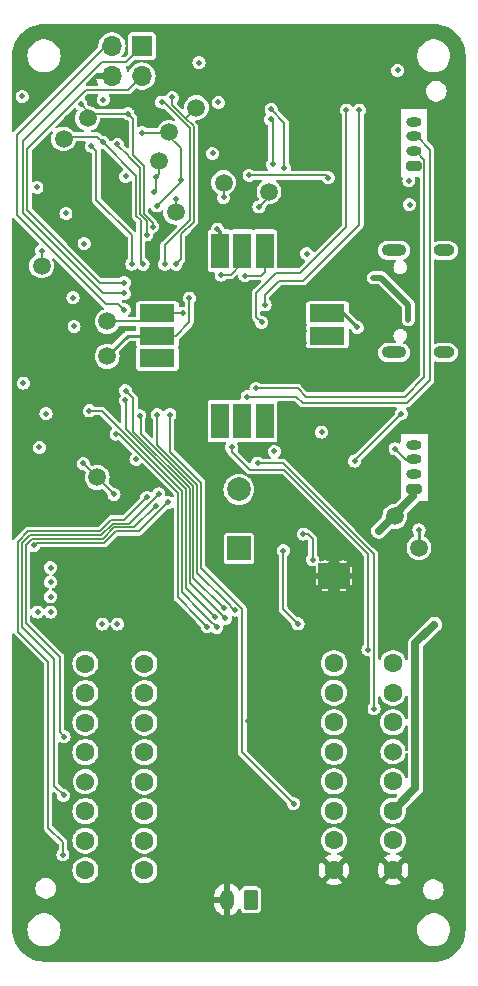
<source format=gbr>
%TF.GenerationSoftware,KiCad,Pcbnew,7.0.2-0*%
%TF.CreationDate,2023-10-14T20:17:31-05:00*%
%TF.ProjectId,Flight Computer,466c6967-6874-4204-936f-6d7075746572,1.1*%
%TF.SameCoordinates,Original*%
%TF.FileFunction,Copper,L4,Bot*%
%TF.FilePolarity,Positive*%
%FSLAX46Y46*%
G04 Gerber Fmt 4.6, Leading zero omitted, Abs format (unit mm)*
G04 Created by KiCad (PCBNEW 7.0.2-0) date 2023-10-14 20:17:31*
%MOMM*%
%LPD*%
G01*
G04 APERTURE LIST*
G04 Aperture macros list*
%AMRoundRect*
0 Rectangle with rounded corners*
0 $1 Rounding radius*
0 $2 $3 $4 $5 $6 $7 $8 $9 X,Y pos of 4 corners*
0 Add a 4 corners polygon primitive as box body*
4,1,4,$2,$3,$4,$5,$6,$7,$8,$9,$2,$3,0*
0 Add four circle primitives for the rounded corners*
1,1,$1+$1,$2,$3*
1,1,$1+$1,$4,$5*
1,1,$1+$1,$6,$7*
1,1,$1+$1,$8,$9*
0 Add four rect primitives between the rounded corners*
20,1,$1+$1,$2,$3,$4,$5,0*
20,1,$1+$1,$4,$5,$6,$7,0*
20,1,$1+$1,$6,$7,$8,$9,0*
20,1,$1+$1,$8,$9,$2,$3,0*%
G04 Aperture macros list end*
%TA.AperFunction,ComponentPad*%
%ADD10RoundRect,0.200000X0.450000X-0.200000X0.450000X0.200000X-0.450000X0.200000X-0.450000X-0.200000X0*%
%TD*%
%TA.AperFunction,ComponentPad*%
%ADD11O,1.300000X0.800000*%
%TD*%
%TA.AperFunction,ComponentPad*%
%ADD12O,2.100000X1.000000*%
%TD*%
%TA.AperFunction,ComponentPad*%
%ADD13O,1.800000X1.000000*%
%TD*%
%TA.AperFunction,ComponentPad*%
%ADD14C,0.600000*%
%TD*%
%TA.AperFunction,SMDPad,CuDef*%
%ADD15R,2.800000X2.300000*%
%TD*%
%TA.AperFunction,SMDPad,CuDef*%
%ADD16C,1.500000*%
%TD*%
%TA.AperFunction,ComponentPad*%
%ADD17RoundRect,0.250000X0.350000X0.625000X-0.350000X0.625000X-0.350000X-0.625000X0.350000X-0.625000X0*%
%TD*%
%TA.AperFunction,ComponentPad*%
%ADD18O,1.200000X1.750000*%
%TD*%
%TA.AperFunction,ComponentPad*%
%ADD19C,1.600000*%
%TD*%
%TA.AperFunction,ComponentPad*%
%ADD20C,1.524000*%
%TD*%
%TA.AperFunction,SMDPad,CuDef*%
%ADD21R,3.000000X1.500000*%
%TD*%
%TA.AperFunction,SMDPad,CuDef*%
%ADD22R,1.500000X3.000000*%
%TD*%
%TA.AperFunction,ComponentPad*%
%ADD23R,2.000000X2.000000*%
%TD*%
%TA.AperFunction,ComponentPad*%
%ADD24C,2.000000*%
%TD*%
%TA.AperFunction,ComponentPad*%
%ADD25R,1.700000X1.700000*%
%TD*%
%TA.AperFunction,ComponentPad*%
%ADD26O,1.700000X1.700000*%
%TD*%
%TA.AperFunction,ViaPad*%
%ADD27C,0.500000*%
%TD*%
%TA.AperFunction,Conductor*%
%ADD28C,0.127000*%
%TD*%
%TA.AperFunction,Conductor*%
%ADD29C,0.700000*%
%TD*%
%TA.AperFunction,Conductor*%
%ADD30C,0.300000*%
%TD*%
%TA.AperFunction,Conductor*%
%ADD31C,0.250000*%
%TD*%
%TA.AperFunction,Conductor*%
%ADD32C,0.500000*%
%TD*%
G04 APERTURE END LIST*
D10*
%TO.P,J8,1,Pin_1*%
%TO.N,+5V*%
X167100000Y-103175000D03*
D11*
%TO.P,J8,2,Pin_2*%
%TO.N,/UART3 RX*%
X167100000Y-101925000D03*
%TO.P,J8,3,Pin_3*%
%TO.N,/UART3 TX*%
X167100000Y-100675000D03*
%TO.P,J8,4,Pin_4*%
%TO.N,GND*%
X167100000Y-99425000D03*
%TD*%
D12*
%TO.P,J7,S1,SHIELD*%
%TO.N,Net-(J7-SHIELD)*%
X165440000Y-91622500D03*
D13*
X169640000Y-91622500D03*
D12*
X165440000Y-82982500D03*
D13*
X169640000Y-82982500D03*
%TD*%
D10*
%TO.P,J9,1,Pin_1*%
%TO.N,+3.3V*%
X167100000Y-75837500D03*
D11*
%TO.P,J9,2,Pin_2*%
%TO.N,/I2C2 SDA*%
X167100000Y-74587500D03*
%TO.P,J9,3,Pin_3*%
%TO.N,/I2C2 SCL*%
X167100000Y-73337500D03*
%TO.P,J9,4,Pin_4*%
%TO.N,GND*%
X167100000Y-72087500D03*
%TD*%
D14*
%TO.P,U8,11,GND*%
%TO.N,GND*%
X161100000Y-110037500D03*
X159600000Y-110037500D03*
X160350000Y-110537500D03*
D15*
X160350000Y-110537500D03*
D14*
X161100000Y-111037500D03*
X159600000Y-111037500D03*
%TD*%
D16*
%TO.P,TP10,1,1*%
%TO.N,/UART2 TX*%
X141150000Y-89000000D03*
%TD*%
%TO.P,TP15,1,1*%
%TO.N,/QSPI Clock*%
X140300000Y-102200000D03*
%TD*%
D17*
%TO.P,J4,1,Pin_1*%
%TO.N,/Main battery connector*%
X153300000Y-137950000D03*
D18*
%TO.P,J4,2,Pin_2*%
%TO.N,GND*%
X151300000Y-137950000D03*
%TD*%
D16*
%TO.P,TP5,1,1*%
%TO.N,/SPI1 SCK*%
X146400000Y-73000000D03*
%TD*%
%TO.P,TP4,1,1*%
%TO.N,/SPI1 MOSI*%
X145550000Y-75400000D03*
%TD*%
%TO.P,TP1,1,1*%
%TO.N,+5V*%
X165500000Y-105500000D03*
%TD*%
%TO.P,TP11,1,1*%
%TO.N,/UART2 RX*%
X141150000Y-91950000D03*
%TD*%
%TO.P,TP6,1,1*%
%TO.N,/Chip Select Altimeter*%
X135600000Y-84300000D03*
%TD*%
%TO.P,TP7,1,1*%
%TO.N,/Chip Select High G Accel*%
X148700000Y-70900000D03*
%TD*%
D19*
%TO.P,J2,1,Pin_1*%
%TO.N,+12V*%
X139300000Y-135462500D03*
%TO.P,J2,2,Pin_2*%
X144300000Y-135462500D03*
%TO.P,J2,3,Pin_3*%
%TO.N,/Pyrotechnic Channels/Pyro Channel A*%
X139300000Y-132962500D03*
%TO.P,J2,4,Pin_4*%
X144300000Y-132962500D03*
%TO.P,J2,5,Pin_5*%
%TO.N,+12V*%
X139300000Y-130462500D03*
%TO.P,J2,6,Pin_6*%
X144300000Y-130462500D03*
D20*
%TO.P,J2,7,Pin_7*%
%TO.N,/Pyrotechnic Channels/Pyro Channel B*%
X139300000Y-127962500D03*
D19*
%TO.P,J2,8,Pin_8*%
X144300000Y-127962500D03*
%TO.P,J2,9,Pin_9*%
%TO.N,+12V*%
X139300000Y-125462500D03*
%TO.P,J2,10,Pin_10*%
X144300000Y-125462500D03*
%TO.P,J2,11,Pin_11*%
%TO.N,/Pyrotechnic Channels/Pyro Channel C*%
X139300000Y-122962500D03*
%TO.P,J2,12,Pin_12*%
X144300000Y-122962500D03*
%TO.P,J2,13,Pin_13*%
%TO.N,+12V*%
X139300000Y-120462500D03*
%TO.P,J2,14,Pin_14*%
X144300000Y-120462500D03*
%TO.P,J2,15,Pin_15*%
%TO.N,/Pyrotechnic Channels/Pyro Channel D*%
X139300000Y-117962500D03*
%TO.P,J2,16,Pin_16*%
X144300000Y-117962500D03*
%TD*%
D21*
%TO.P,U11,1,GND*%
%TO.N,GND*%
X159800000Y-86412500D03*
%TO.P,U11,2,VCC_IO*%
%TO.N,+3.3V*%
X159800000Y-88312500D03*
%TO.P,U11,3,V_BCKP*%
%TO.N,unconnected-(U11-V_BCKP-Pad3)*%
X159800000Y-90212500D03*
%TO.P,U11,4,GND*%
%TO.N,GND*%
X159800000Y-92112500D03*
%TO.P,U11,5,GND*%
X159800000Y-94012500D03*
D22*
%TO.P,U11,6,GND*%
X156400000Y-97412500D03*
%TO.P,U11,7,TIMEPULSE*%
%TO.N,unconnected-(U11-TIMEPULSE-Pad7)*%
X154500000Y-97412500D03*
%TO.P,U11,8,~{SAFEBOOT}*%
%TO.N,unconnected-(U11-~{SAFEBOOT}-Pad8)*%
X152600000Y-97412500D03*
%TO.P,U11,9,SDA*%
%TO.N,unconnected-(U11-SDA-Pad9)*%
X150700000Y-97412500D03*
%TO.P,U11,10,GND*%
%TO.N,GND*%
X148800000Y-97412500D03*
D21*
%TO.P,U11,11,GND*%
X145400000Y-94012500D03*
%TO.P,U11,12,SCL*%
%TO.N,unconnected-(U11-SCL-Pad12)*%
X145400000Y-92112500D03*
%TO.P,U11,13,TXD*%
%TO.N,/UART2 RX*%
X145400000Y-90212500D03*
%TO.P,U11,14,RXD*%
%TO.N,/UART2 TX*%
X145400000Y-88312500D03*
%TO.P,U11,15,GND*%
%TO.N,GND*%
X145400000Y-86412500D03*
D22*
%TO.P,U11,16,GND*%
X148800000Y-83012500D03*
%TO.P,U11,17,VCC*%
%TO.N,+3.3V*%
X150700000Y-83012500D03*
%TO.P,U11,18,~{RESET}*%
%TO.N,/GPS Reset*%
X152600000Y-83012500D03*
%TO.P,U11,19,EXTINT*%
%TO.N,/GPS External Interrupt*%
X154500000Y-83012500D03*
%TO.P,U11,20,GND*%
%TO.N,GND*%
X156400000Y-83012500D03*
%TD*%
D16*
%TO.P,TP9,1,1*%
%TO.N,/Chip Select Low G Gyro*%
X139500000Y-71800000D03*
%TD*%
D23*
%TO.P,BZ1,1,-*%
%TO.N,+5V*%
X152300000Y-108212500D03*
D24*
%TO.P,BZ1,2,+*%
%TO.N,Net-(BZ1-+)*%
X152300000Y-103212500D03*
%TD*%
D16*
%TO.P,TP3,1,1*%
%TO.N,/SPI1 MISO*%
X146950000Y-79750000D03*
%TD*%
%TO.P,TP2,1,1*%
%TO.N,+3.3V*%
X167550000Y-108150000D03*
%TD*%
%TO.P,TP13,1,1*%
%TO.N,/SDMMC Clock*%
X154850000Y-78000000D03*
%TD*%
%TO.P,TP14,1,1*%
%TO.N,/SDMMC Command*%
X151000000Y-77250000D03*
%TD*%
D19*
%TO.P,J1,1,Pin_1*%
%TO.N,/Pyrotechnic Channels/Pyro Channel E*%
X165350000Y-117937500D03*
%TO.P,J1,2,Pin_2*%
X160350000Y-117937500D03*
%TO.P,J1,3,Pin_3*%
%TO.N,+12V*%
X165350000Y-120437500D03*
%TO.P,J1,4,Pin_4*%
X160350000Y-120437500D03*
%TO.P,J1,5,Pin_5*%
%TO.N,/Pyrotechnic Channels/Pyro Channel F*%
X165350000Y-122937500D03*
%TO.P,J1,6,Pin_6*%
X160350000Y-122937500D03*
D20*
%TO.P,J1,7,Pin_7*%
%TO.N,+12V*%
X165350000Y-125437500D03*
D19*
%TO.P,J1,8,Pin_8*%
X160350000Y-125437500D03*
%TO.P,J1,9,Pin_9*%
%TO.N,/Main battery connector*%
X165350000Y-127937500D03*
%TO.P,J1,10,Pin_10*%
X160350000Y-127937500D03*
%TO.P,J1,11,Pin_11*%
%TO.N,/Main battery in*%
X165350000Y-130437500D03*
%TO.P,J1,12,Pin_12*%
X160350000Y-130437500D03*
%TO.P,J1,13,Pin_13*%
%TO.N,+12V*%
X165350000Y-132937500D03*
%TO.P,J1,14,Pin_14*%
X160350000Y-132937500D03*
%TO.P,J1,15,Pin_15*%
%TO.N,GND*%
X165350000Y-135437500D03*
%TO.P,J1,16,Pin_16*%
X160350000Y-135437500D03*
%TD*%
D25*
%TO.P,J3,1,Pin_1*%
%TO.N,/SWDIO*%
X144100000Y-65675000D03*
D26*
%TO.P,J3,2,Pin_2*%
%TO.N,/NRST*%
X141560000Y-65675000D03*
%TO.P,J3,3,Pin_3*%
%TO.N,/SWCLK*%
X144100000Y-68215000D03*
%TO.P,J3,4,Pin_4*%
%TO.N,GND*%
X141560000Y-68215000D03*
%TD*%
D16*
%TO.P,TP8,1,1*%
%TO.N,/Chip Select Low G Accel*%
X137450000Y-73550000D03*
%TD*%
%TO.P,TP12,1,1*%
%TO.N,GND*%
X164300000Y-102300000D03*
%TD*%
D27*
%TO.N,+5V*%
X156050000Y-108400000D03*
X157300000Y-114600000D03*
X164131250Y-106731250D03*
%TO.N,+3.3V*%
X136350000Y-109850000D03*
X135970000Y-96800000D03*
X135400000Y-99650000D03*
X148925000Y-67075000D03*
X167550000Y-106650000D03*
X136350000Y-113600000D03*
X137650000Y-79850000D03*
X150550000Y-70450000D03*
X138250000Y-86992500D03*
X165750000Y-67750000D03*
X136350000Y-112300000D03*
X138350000Y-89417500D03*
X133950000Y-69950000D03*
X142700000Y-76700000D03*
X142000000Y-114612500D03*
X136350000Y-111050000D03*
X135250000Y-113600000D03*
X143576731Y-100673270D03*
X155312500Y-100000000D03*
X158050000Y-83262500D03*
X140820000Y-70219500D03*
X162315378Y-89504622D03*
X134050000Y-94212500D03*
X140750000Y-114612500D03*
X159300000Y-98362500D03*
X150474500Y-81181000D03*
X135200000Y-77650000D03*
X166690000Y-77090000D03*
X166750500Y-79112500D03*
X139200000Y-82400000D03*
X150066208Y-74775738D03*
%TO.N,GND*%
X136800000Y-93712500D03*
X141780000Y-70219500D03*
X149250000Y-126350000D03*
X147300000Y-121700000D03*
X139050000Y-115150000D03*
X133600000Y-93012500D03*
X155100000Y-125350000D03*
X169500000Y-107812500D03*
X153350000Y-118400000D03*
X144050000Y-71912500D03*
X137350000Y-81050000D03*
X149500000Y-73600000D03*
X166800000Y-110400000D03*
X159212500Y-99962500D03*
X148300000Y-131362500D03*
X157950000Y-82262500D03*
X154600000Y-115612500D03*
X163220000Y-83540000D03*
X139200000Y-80875000D03*
X136720000Y-79850000D03*
X150750000Y-120400000D03*
X138350000Y-88450000D03*
X134225000Y-122920000D03*
X152050000Y-133500000D03*
X144400000Y-108800000D03*
X152150000Y-77987998D03*
X135200000Y-76650000D03*
X150300000Y-107512500D03*
X146650000Y-114800000D03*
X157050000Y-112662500D03*
X158610916Y-104789084D03*
X147700000Y-92862500D03*
X142750000Y-100650000D03*
X139050000Y-114250000D03*
X155550000Y-119612500D03*
X161850000Y-94012500D03*
X170500000Y-119850000D03*
X153700000Y-119650000D03*
X133620000Y-96800000D03*
X147300000Y-116800000D03*
X149300000Y-121162500D03*
X157837998Y-90830000D03*
X138250000Y-86032500D03*
X150300000Y-105012500D03*
X139450000Y-104350000D03*
X149250000Y-131350000D03*
X139556585Y-69956585D03*
X141467869Y-105017869D03*
X165100000Y-110412500D03*
X166600500Y-93588046D03*
X148800000Y-81200000D03*
X165855000Y-79650000D03*
X151300000Y-122500000D03*
X139450000Y-77700000D03*
X170605000Y-79600000D03*
X150600000Y-125350000D03*
X153200419Y-100000000D03*
X157350000Y-124000000D03*
X150700000Y-129100000D03*
X168840000Y-72090000D03*
X167090000Y-98170000D03*
X154200000Y-112812500D03*
X148800000Y-94612500D03*
X148250000Y-121150000D03*
X155150000Y-112812500D03*
X149690000Y-72760000D03*
X141604977Y-76745023D03*
X149300000Y-69300000D03*
X157900000Y-97412500D03*
X157837998Y-89780000D03*
X153050000Y-122850000D03*
X158075000Y-129287500D03*
X147300000Y-126350000D03*
X138750000Y-74300000D03*
X137950000Y-115900000D03*
X137706585Y-71806585D03*
X165550000Y-114300000D03*
X148250000Y-116200000D03*
X147300000Y-131362500D03*
X153250000Y-112812500D03*
X156800000Y-124690000D03*
X159850000Y-97012500D03*
X134225000Y-127920000D03*
X157350000Y-119150000D03*
X134225000Y-117930000D03*
X134225000Y-132930000D03*
X148300000Y-126350000D03*
X170425000Y-124475000D03*
X163750000Y-90750000D03*
X149300000Y-116200000D03*
X161040000Y-113990000D03*
X145700000Y-109700000D03*
X156600000Y-119612500D03*
X143150000Y-103450000D03*
X159288743Y-85013000D03*
X155850000Y-124700000D03*
X148850000Y-136100000D03*
X135330000Y-86632500D03*
X141457760Y-73272825D03*
X142900000Y-107850000D03*
%TO.N,/SWDIO*%
X142602661Y-86616781D03*
%TO.N,/SWCLK*%
X142590690Y-85717358D03*
%TO.N,/NRST*%
X142598172Y-88000000D03*
%TO.N,/UART3 TX*%
X165524500Y-99790000D03*
%TO.N,/I2C2 SDA*%
X153750000Y-94663498D03*
%TO.N,/I2C2 SCL*%
X153000000Y-95362998D03*
%TO.N,/SDMMC Data 2*%
X155028415Y-71028415D03*
X156160000Y-76000000D03*
%TO.N,/SDMMC Data 3*%
X155170000Y-75700000D03*
X155000000Y-71890000D03*
%TO.N,/SDMMC Command*%
X151000000Y-78500000D03*
%TO.N,/SDMMC Clock*%
X154000000Y-79300000D03*
%TO.N,/SDMMC Data 0*%
X161400000Y-71100000D03*
X154237002Y-89085497D03*
%TO.N,/SDMMC Data 1*%
X154510000Y-87592500D03*
X162490000Y-71100000D03*
%TO.N,/SD Card Detect*%
X159870000Y-76822500D03*
X153160500Y-76620000D03*
%TO.N,/Pyro Channel A Trigger*%
X144501831Y-103877951D03*
X137400000Y-134150000D03*
%TO.N,/Pyro Channel B Trigger*%
X145525000Y-103595000D03*
X137450000Y-129112500D03*
%TO.N,/Pyro Channel C Trigger*%
X145269395Y-104597434D03*
X137500000Y-124150000D03*
%TO.N,/Pyro Channel E Trigger*%
X163224500Y-116787500D03*
X151700000Y-99670000D03*
%TO.N,/Pyro Channel F Trigger*%
X163750000Y-121787500D03*
X153890000Y-100990000D03*
%TO.N,/Pyro Channel D Trigger*%
X146305000Y-104305000D03*
X134939691Y-107967691D03*
%TO.N,/Pyro A Continuity Voltage*%
X151151286Y-114144946D03*
X142700599Y-94850000D03*
%TO.N,/Pyro B Continuity Voltage*%
X150290787Y-114027617D03*
X142695486Y-95689579D03*
%TO.N,/Pyro C Continuity Voltage*%
X139645980Y-96566297D03*
X150430000Y-114910000D03*
%TO.N,/Pyro E Continuity Voltage*%
X145389693Y-96888998D03*
X151929698Y-113429885D03*
%TO.N,/Pyro F Continuity Voltage*%
X151050430Y-113294090D03*
X143898967Y-96978603D03*
%TO.N,/Pyro D Continuity Voltage*%
X149624783Y-114847954D03*
X141907954Y-98542045D03*
%TO.N,/Ignition Battery Voltage*%
X156932500Y-129830000D03*
X146458242Y-96888000D03*
%TO.N,/Main battery in*%
X168850000Y-114662500D03*
%TO.N,Net-(U1-PD13)*%
X162100000Y-100812500D03*
X166050000Y-96812500D03*
%TO.N,Net-(U8-PG)*%
X158542767Y-109176153D03*
X157750000Y-107000000D03*
%TO.N,/High G Interrupt*%
X146025500Y-84150000D03*
X145770000Y-70430000D03*
%TO.N,/Chip Select Low G Gyro*%
X138908835Y-70604335D03*
X145000000Y-80977500D03*
X142895937Y-71400500D03*
%TO.N,/SPI1 SCK*%
X144100000Y-73012500D03*
X145345376Y-79217124D03*
X147404495Y-77000000D03*
%TO.N,/SPI1 MOSI*%
X145250000Y-76774500D03*
X145150000Y-78062000D03*
%TO.N,/SPI1 MISO*%
X146950000Y-78672454D03*
%TO.N,/Low G Gyro Interrupt*%
X144500000Y-81670000D03*
X142000000Y-74000000D03*
%TO.N,/Chip Select Low G Accel*%
X144180000Y-84150000D03*
X140803544Y-73834118D03*
%TO.N,/Low G Accel Interrupt*%
X143237076Y-84147384D03*
X139800000Y-74150000D03*
%TO.N,/QSPI Clock*%
X141725000Y-103625000D03*
X139125000Y-101025000D03*
%TO.N,/GPS Reset*%
X150792358Y-85070143D03*
%TO.N,/GPS External Interrupt*%
X152800000Y-85112002D03*
%TO.N,/UART2 TX*%
X147550000Y-88312500D03*
%TO.N,/UART2 RX*%
X148099665Y-87019665D03*
%TO.N,/USB 5V in*%
X166650500Y-88862500D03*
X163680601Y-85297617D03*
%TO.N,/Chip Select Altimeter*%
X135588773Y-83011227D03*
%TO.N,/Chip Select High G Accel*%
X146973946Y-84149500D03*
X146652500Y-70030000D03*
%TD*%
D28*
%TO.N,+5V*%
X156050000Y-113350000D02*
X156050000Y-108400000D01*
X157300000Y-114600000D02*
X156050000Y-113350000D01*
D29*
X164131250Y-106731250D02*
X167050000Y-103812500D01*
X167050000Y-103812500D02*
X167050000Y-103187500D01*
D30*
%TO.N,+3.3V*%
X162315378Y-89504622D02*
X161123256Y-88312500D01*
X161123256Y-88312500D02*
X159800000Y-88312500D01*
X150474500Y-81181000D02*
X150700000Y-81406500D01*
D31*
X167550000Y-106650000D02*
X167550000Y-108150000D01*
D30*
X150700000Y-81406500D02*
X150700000Y-83012500D01*
%TO.N,GND*%
X147197500Y-94012500D02*
X147700000Y-93510000D01*
X148800000Y-97412500D02*
X148800000Y-94612500D01*
X159800000Y-92112500D02*
X159800000Y-94012500D01*
X157200000Y-83012500D02*
X157950000Y-82262500D01*
X145400000Y-94012500D02*
X147197500Y-94012500D01*
X156400000Y-83012500D02*
X157200000Y-83012500D01*
X159800000Y-94012500D02*
X161850000Y-94012500D01*
X147700000Y-93510000D02*
X147700000Y-92862500D01*
X156400000Y-97412500D02*
X157900000Y-97412500D01*
X148800000Y-81200000D02*
X148800000Y-83012500D01*
D28*
%TO.N,/SWDIO*%
X140776781Y-86616781D02*
X133980000Y-79820000D01*
X142760000Y-67015000D02*
X144100000Y-65675000D01*
X133980000Y-79820000D02*
X133980000Y-73717552D01*
X140682552Y-67015000D02*
X142760000Y-67015000D01*
X133980000Y-73717552D02*
X140682552Y-67015000D01*
X142602661Y-86616781D02*
X140776781Y-86616781D01*
%TO.N,/SWCLK*%
X142037943Y-69415000D02*
X142900000Y-69415000D01*
X134380000Y-79567552D02*
X134380000Y-74390000D01*
X140529806Y-85717358D02*
X134380000Y-79567552D01*
X139370000Y-69400000D02*
X142022943Y-69400000D01*
X142590690Y-85717358D02*
X140529806Y-85717358D01*
X142022943Y-69400000D02*
X142037943Y-69415000D01*
X134380000Y-74390000D02*
X139370000Y-69400000D01*
X142900000Y-69415000D02*
X144100000Y-68215000D01*
%TO.N,/NRST*%
X141025000Y-65675000D02*
X141560000Y-65675000D01*
X141030000Y-87500000D02*
X133523000Y-79993000D01*
X142098172Y-87500000D02*
X141030000Y-87500000D01*
X142598172Y-88000000D02*
X142098172Y-87500000D01*
X133523000Y-79993000D02*
X133523000Y-73177000D01*
X133523000Y-73177000D02*
X141025000Y-65675000D01*
%TO.N,/UART3 TX*%
X166422000Y-100687500D02*
X167050000Y-100687500D01*
X165524500Y-99790000D02*
X166422000Y-100687500D01*
%TO.N,/I2C2 SDA*%
X157263498Y-94663498D02*
X157962500Y-95362500D01*
X167990000Y-75299683D02*
X167277817Y-74587500D01*
X166350000Y-95362500D02*
X167990000Y-93722500D01*
X167277817Y-74587500D02*
X167100000Y-74587500D01*
X153750000Y-94663498D02*
X157263498Y-94663498D01*
X167990000Y-93722500D02*
X167990000Y-75299683D01*
X157962500Y-95362500D02*
X166350000Y-95362500D01*
%TO.N,/I2C2 SCL*%
X166530000Y-95900000D02*
X168460000Y-93970000D01*
X153000000Y-95362998D02*
X157150498Y-95362998D01*
X167350000Y-73337500D02*
X167100000Y-73337500D01*
X157687500Y-95900000D02*
X166530000Y-95900000D01*
X168460000Y-74447500D02*
X167350000Y-73337500D01*
X157150498Y-95362998D02*
X157687500Y-95900000D01*
X168460000Y-93970000D02*
X168460000Y-74447500D01*
%TO.N,/SDMMC Data 2*%
X155028415Y-71028415D02*
X156160000Y-72160000D01*
X156160000Y-72160000D02*
X156160000Y-76000000D01*
%TO.N,/SDMMC Data 3*%
X155170000Y-72060000D02*
X155170000Y-75700000D01*
X155000000Y-71890000D02*
X155170000Y-72060000D01*
%TO.N,/SDMMC Command*%
X151000000Y-77250000D02*
X151000000Y-78500000D01*
%TO.N,/SDMMC Clock*%
X154000000Y-79300000D02*
X154850000Y-78450000D01*
X154850000Y-78450000D02*
X154850000Y-78000000D01*
%TO.N,/SDMMC Data 0*%
X161400000Y-71100000D02*
X161400000Y-80962500D01*
X153760000Y-88608495D02*
X154237002Y-89085497D01*
X153760000Y-86552500D02*
X153760000Y-88608495D01*
X157500000Y-84862500D02*
X155450000Y-84862500D01*
X155450000Y-84862500D02*
X153760000Y-86552500D01*
X161400000Y-80962500D02*
X157500000Y-84862500D01*
%TO.N,/SDMMC Data 1*%
X162490000Y-71100000D02*
X162490000Y-80822500D01*
X157750000Y-85562500D02*
X155700000Y-85562500D01*
X162490000Y-80822500D02*
X157750000Y-85562500D01*
X154510000Y-86752500D02*
X154510000Y-87592500D01*
X155700000Y-85562500D02*
X154510000Y-86752500D01*
%TO.N,/SD Card Detect*%
X153160500Y-76620000D02*
X159667500Y-76620000D01*
X159667500Y-76620000D02*
X159870000Y-76822500D01*
%TO.N,/Pyro Channel A Trigger*%
X137400000Y-133102500D02*
X137400000Y-134150000D01*
X144501831Y-103877951D02*
X142600782Y-105779000D01*
X142600782Y-105779000D02*
X141491000Y-105779000D01*
X133596000Y-115258500D02*
X136150000Y-117812500D01*
X140511500Y-106758500D02*
X134480816Y-106758500D01*
X134480816Y-106758500D02*
X133596000Y-107643316D01*
X136150000Y-117812500D02*
X136150000Y-131852500D01*
X141491000Y-105779000D02*
X140511500Y-106758500D01*
X136150000Y-131852500D02*
X137400000Y-133102500D01*
X133596000Y-107643316D02*
X133596000Y-115258500D01*
%TO.N,/Pyro Channel B Trigger*%
X133923000Y-107778764D02*
X133923000Y-114878394D01*
X133923000Y-114878394D02*
X136650000Y-117605394D01*
X143016952Y-106106000D02*
X141626448Y-106106000D01*
X140646948Y-107085500D02*
X134616264Y-107085500D01*
X145525000Y-103597952D02*
X143016952Y-106106000D01*
X134616264Y-107085500D02*
X133923000Y-107778764D01*
X136650000Y-117605394D02*
X136650000Y-128312500D01*
X141626448Y-106106000D02*
X140646948Y-107085500D01*
X136650000Y-128312500D02*
X137450000Y-129112500D01*
X145525000Y-103595000D02*
X145525000Y-103597952D01*
%TO.N,/Pyro Channel C Trigger*%
X134250000Y-107914212D02*
X134250000Y-114498288D01*
X145269395Y-104597434D02*
X143433829Y-106433000D01*
X140782396Y-107412500D02*
X134751712Y-107412500D01*
X134250000Y-114498288D02*
X137150000Y-117398288D01*
X141761896Y-106433000D02*
X140782396Y-107412500D01*
X143433829Y-106433000D02*
X141761896Y-106433000D01*
X137150000Y-117398288D02*
X137150000Y-123800000D01*
X137150000Y-123800000D02*
X137500000Y-124150000D01*
X134751712Y-107412500D02*
X134250000Y-107914212D01*
%TO.N,/Pyro Channel E Trigger*%
X156115002Y-101550000D02*
X163224500Y-108659498D01*
X151700000Y-99670000D02*
X151700000Y-100017134D01*
X151700000Y-100017134D02*
X153232866Y-101550000D01*
X153232866Y-101550000D02*
X156115002Y-101550000D01*
X163224500Y-108659498D02*
X163224500Y-116787500D01*
%TO.N,/Pyro Channel F Trigger*%
X153890000Y-100990000D02*
X156017450Y-100990000D01*
X163750000Y-108722550D02*
X163750000Y-121787500D01*
X156017450Y-100990000D02*
X163750000Y-108722550D01*
%TO.N,/Pyro Channel D Trigger*%
X146305000Y-104305000D02*
X143850000Y-106760000D01*
X143850000Y-106760000D02*
X141897344Y-106760000D01*
X135167882Y-107739500D02*
X134939691Y-107967691D01*
X141897344Y-106760000D02*
X140917844Y-107739500D01*
X140917844Y-107739500D02*
X135167882Y-107739500D01*
%TO.N,/Pyro A Continuity Voltage*%
X148119000Y-111122170D02*
X148119000Y-103085025D01*
X148119000Y-103085025D02*
X143372967Y-98338992D01*
X151151286Y-114144946D02*
X151141776Y-114144946D01*
X143372967Y-95522368D02*
X142700599Y-94850000D01*
X151141776Y-114144946D02*
X148119000Y-111122170D01*
X143372967Y-98338992D02*
X143372967Y-95522368D01*
%TO.N,/Pyro B Continuity Voltage*%
X147792000Y-111538340D02*
X147792000Y-103220473D01*
X142698967Y-95693060D02*
X142695486Y-95689579D01*
X147792000Y-103220473D02*
X142698967Y-98127440D01*
X142698967Y-98127440D02*
X142698967Y-95693060D01*
X150281277Y-114027617D02*
X147792000Y-111538340D01*
X150290787Y-114027617D02*
X150281277Y-114027617D01*
%TO.N,/Pyro C Continuity Voltage*%
X149095392Y-113565392D02*
X147465000Y-111935000D01*
X149760605Y-114250115D02*
X149095392Y-113584902D01*
X147465000Y-111935000D02*
X147465000Y-103355921D01*
X150430000Y-114910000D02*
X149770115Y-114250115D01*
X149770115Y-114250115D02*
X149760605Y-114250115D01*
X147465000Y-103355921D02*
X140675376Y-96566297D01*
X140675376Y-96566297D02*
X139645980Y-96566297D01*
X149095392Y-113584902D02*
X149095392Y-113565392D01*
%TO.N,/Pyro E Continuity Voltage*%
X145389693Y-99430822D02*
X145389693Y-96888998D01*
X151929698Y-113429885D02*
X151919885Y-113429885D01*
X151260000Y-112770000D02*
X148773000Y-110283000D01*
X148773000Y-102814129D02*
X145389693Y-99430822D01*
X148773000Y-110283000D02*
X148773000Y-102814129D01*
X151919885Y-113429885D02*
X151260000Y-112770000D01*
%TO.N,/Pyro F Continuity Voltage*%
X143999500Y-98503077D02*
X143999500Y-97079136D01*
X148446000Y-110699170D02*
X148446000Y-102949577D01*
X151040920Y-113294090D02*
X148446000Y-110699170D01*
X151050430Y-113294090D02*
X151040920Y-113294090D01*
X143999500Y-97079136D02*
X143898967Y-96978603D01*
X148446000Y-102949577D02*
X143999500Y-98503077D01*
%TO.N,/Pyro D Continuity Voltage*%
X147138000Y-112368000D02*
X147138000Y-103491369D01*
X149615273Y-114847954D02*
X148955388Y-114188069D01*
X149624783Y-114847954D02*
X149615273Y-114847954D01*
X142188676Y-98542045D02*
X141907954Y-98542045D01*
X148955388Y-114185388D02*
X147138000Y-112368000D01*
X147138000Y-103491369D02*
X142188676Y-98542045D01*
X148955388Y-114188069D02*
X148955388Y-114185388D01*
%TO.N,/Ignition Battery Voltage*%
X156932500Y-129830000D02*
X152580000Y-125477500D01*
X149100000Y-109850000D02*
X149100000Y-102678681D01*
X149100000Y-102678681D02*
X146458242Y-100036924D01*
X152580000Y-113330000D02*
X149100000Y-109850000D01*
X152580000Y-125477500D02*
X152580000Y-113330000D01*
X146458242Y-100036924D02*
X146458242Y-96888000D01*
D29*
%TO.N,/Main battery in*%
X168850000Y-114662500D02*
X167250000Y-116262500D01*
X167250000Y-116262500D02*
X167250000Y-128537500D01*
X167250000Y-128537500D02*
X165350000Y-130437500D01*
D28*
%TO.N,Net-(U1-PD13)*%
X162100000Y-100762500D02*
X162100000Y-100812500D01*
X166050000Y-96812500D02*
X162100000Y-100762500D01*
%TO.N,Net-(U8-PG)*%
X157750000Y-107000000D02*
X158150000Y-107000000D01*
X158150000Y-107000000D02*
X158542767Y-107392767D01*
X158542767Y-107392767D02*
X158542767Y-109176153D01*
%TO.N,/High G Interrupt*%
X146025500Y-84150000D02*
X146025500Y-82522052D01*
X148129495Y-72609495D02*
X145950000Y-70430000D01*
X146025500Y-82522052D02*
X148129495Y-80418057D01*
X145950000Y-70430000D02*
X145770000Y-70430000D01*
X148129495Y-80418057D02*
X148129495Y-72609495D01*
%TO.N,/Chip Select Low G Gyro*%
X143325000Y-74912552D02*
X143325000Y-71829563D01*
X138908835Y-70604335D02*
X139704500Y-71400000D01*
X142895937Y-71400500D02*
X142895437Y-71400000D01*
X142895437Y-71400000D02*
X139900000Y-71400000D01*
X139704500Y-71400000D02*
X139900000Y-71400000D01*
X139900000Y-71400000D02*
X139500000Y-71800000D01*
X145000000Y-80977500D02*
X145000000Y-80633290D01*
X144277000Y-75864552D02*
X143325000Y-74912552D01*
X144277000Y-79910290D02*
X144277000Y-75864552D01*
X145000000Y-80633290D02*
X144277000Y-79910290D01*
X143325000Y-71829563D02*
X142895937Y-71400500D01*
%TO.N,/SPI1 SCK*%
X147404495Y-77000000D02*
X147404495Y-77158005D01*
X146062500Y-73012500D02*
X144100000Y-73012500D01*
X147404495Y-77158005D02*
X145345376Y-79217124D01*
X147404495Y-77000000D02*
X147404495Y-74354495D01*
X147404495Y-74354495D02*
X146062500Y-73012500D01*
%TO.N,/SPI1 MOSI*%
X145250000Y-76774500D02*
X145250000Y-77962000D01*
X145550000Y-76474500D02*
X145550000Y-75350000D01*
X145250000Y-76774500D02*
X145550000Y-76474500D01*
X145250000Y-77962000D02*
X145150000Y-78062000D01*
%TO.N,/SPI1 MISO*%
X146950000Y-78672454D02*
X146950000Y-79350000D01*
%TO.N,/Low G Gyro Interrupt*%
X142998000Y-75028000D02*
X142000000Y-74030000D01*
X142998000Y-75048000D02*
X142998000Y-75028000D01*
X144500000Y-81670000D02*
X144500000Y-80492500D01*
X143950000Y-76000000D02*
X142998000Y-75048000D01*
X143950000Y-79942500D02*
X143950000Y-76000000D01*
X144500000Y-80492500D02*
X143950000Y-79942500D01*
X142000000Y-74030000D02*
X142000000Y-74000000D01*
%TO.N,/Chip Select Low G Accel*%
X140319426Y-73350000D02*
X137650000Y-73350000D01*
X140803544Y-73834118D02*
X140319426Y-73350000D01*
X143970000Y-83940000D02*
X143970000Y-80450000D01*
X140804118Y-73834118D02*
X140803544Y-73834118D01*
X137650000Y-73350000D02*
X137450000Y-73550000D01*
X144180000Y-84150000D02*
X143970000Y-83940000D01*
X143970000Y-80450000D02*
X143623000Y-80103000D01*
X143623000Y-76653000D02*
X140804118Y-73834118D01*
X143623000Y-80103000D02*
X143623000Y-76653000D01*
%TO.N,/Low G Accel Interrupt*%
X140225000Y-78687500D02*
X140225000Y-74575000D01*
X140225000Y-74575000D02*
X139800000Y-74150000D01*
X143237076Y-81699576D02*
X140225000Y-78687500D01*
X143237076Y-84147384D02*
X143237076Y-81699576D01*
%TO.N,/QSPI Clock*%
X141725000Y-103625000D02*
X139125000Y-101025000D01*
%TO.N,/GPS Reset*%
X152600000Y-84062500D02*
X152600000Y-83012500D01*
X150792358Y-85070143D02*
X151592357Y-85070143D01*
X151592357Y-85070143D02*
X152600000Y-84062500D01*
%TO.N,/GPS External Interrupt*%
X152800000Y-85112002D02*
X154200498Y-85112002D01*
X154500000Y-84812500D02*
X154500000Y-83012500D01*
X154200498Y-85112002D02*
X154500000Y-84812500D01*
%TO.N,/UART2 TX*%
X147550000Y-88312500D02*
X145400000Y-88312500D01*
X141150000Y-89000000D02*
X144712500Y-89000000D01*
X144712500Y-89000000D02*
X145400000Y-88312500D01*
%TO.N,/UART2 RX*%
X148100000Y-87020000D02*
X148100000Y-89062500D01*
D31*
X142887500Y-90212500D02*
X141150000Y-91950000D01*
D28*
X146950000Y-90212500D02*
X145400000Y-90212500D01*
D31*
X145400000Y-90212500D02*
X142887500Y-90212500D01*
D28*
X148099665Y-87019665D02*
X148100000Y-87020000D01*
X148100000Y-89062500D02*
X146950000Y-90212500D01*
D32*
%TO.N,/USB 5V in*%
X164335117Y-85297617D02*
X166650500Y-87613000D01*
X166650500Y-87613000D02*
X166650500Y-88862500D01*
X163680601Y-85297617D02*
X164335117Y-85297617D01*
D28*
%TO.N,/Chip Select Altimeter*%
X135600000Y-84300000D02*
X135588773Y-84288773D01*
X135588773Y-84288773D02*
X135588773Y-83011227D01*
%TO.N,/Chip Select High G Accel*%
X147741224Y-71758776D02*
X147841224Y-71758776D01*
X147400000Y-83723446D02*
X147400000Y-81610000D01*
X147741224Y-71758776D02*
X146652500Y-70670052D01*
X148456495Y-80553505D02*
X148456495Y-72474047D01*
X146652500Y-70670052D02*
X146652500Y-70030000D01*
X146973946Y-84149500D02*
X147400000Y-83723446D01*
X147841224Y-71758776D02*
X148700000Y-70900000D01*
X147400000Y-81610000D02*
X148456495Y-80553505D01*
X148456495Y-72474047D02*
X147741224Y-71758776D01*
%TD*%
%TA.AperFunction,Conductor*%
%TO.N,GND*%
G36*
X168802777Y-63813155D02*
G01*
X169096701Y-63829662D01*
X169107724Y-63830904D01*
X169395224Y-63879752D01*
X169406018Y-63882215D01*
X169686251Y-63962949D01*
X169696722Y-63966613D01*
X169966134Y-64078208D01*
X169976136Y-64083025D01*
X170231354Y-64224078D01*
X170240755Y-64229985D01*
X170478575Y-64398728D01*
X170487254Y-64405649D01*
X170517388Y-64432578D01*
X170704697Y-64599967D01*
X170712532Y-64607802D01*
X170752240Y-64652235D01*
X170906850Y-64825245D01*
X170913771Y-64833924D01*
X171082514Y-65071744D01*
X171088421Y-65081145D01*
X171229474Y-65336363D01*
X171234291Y-65346365D01*
X171345884Y-65615773D01*
X171349551Y-65626252D01*
X171430280Y-65906466D01*
X171432750Y-65917290D01*
X171481594Y-66204770D01*
X171482837Y-66215802D01*
X171499344Y-66509721D01*
X171499500Y-66515272D01*
X171499500Y-140509726D01*
X171499344Y-140515277D01*
X171482837Y-140809197D01*
X171481594Y-140820229D01*
X171432750Y-141107709D01*
X171430280Y-141118533D01*
X171349551Y-141398747D01*
X171345884Y-141409226D01*
X171234291Y-141678634D01*
X171229474Y-141688636D01*
X171088421Y-141943854D01*
X171082514Y-141953255D01*
X170913771Y-142191075D01*
X170906850Y-142199754D01*
X170712540Y-142417189D01*
X170704689Y-142425040D01*
X170487254Y-142619350D01*
X170478575Y-142626271D01*
X170240755Y-142795014D01*
X170231354Y-142800921D01*
X169976136Y-142941974D01*
X169966134Y-142946791D01*
X169696726Y-143058384D01*
X169686247Y-143062051D01*
X169406033Y-143142780D01*
X169395209Y-143145250D01*
X169107729Y-143194094D01*
X169096697Y-143195337D01*
X168802778Y-143211844D01*
X168797227Y-143212000D01*
X135813894Y-143212000D01*
X135804645Y-143211567D01*
X135509649Y-143183886D01*
X135498941Y-143182287D01*
X135207123Y-143122227D01*
X135196652Y-143119467D01*
X134913150Y-143027901D01*
X134903044Y-143024015D01*
X134631227Y-142902031D01*
X134621606Y-142897064D01*
X134447937Y-142795014D01*
X134364738Y-142746125D01*
X134355733Y-142740149D01*
X134116876Y-142562056D01*
X134108568Y-142555123D01*
X133890595Y-142352014D01*
X133883089Y-142344211D01*
X133855804Y-142312548D01*
X133688598Y-142118511D01*
X133682005Y-142109956D01*
X133513317Y-141864353D01*
X133507688Y-141855111D01*
X133366844Y-141592581D01*
X133362261Y-141582789D01*
X133250921Y-141306426D01*
X133247436Y-141296194D01*
X133166940Y-141009314D01*
X133164595Y-140998770D01*
X133115912Y-140704832D01*
X133114732Y-140694097D01*
X133104104Y-140500000D01*
X134394700Y-140500000D01*
X134413866Y-140731305D01*
X134460224Y-140914367D01*
X134470844Y-140956304D01*
X134542005Y-141118533D01*
X134564076Y-141168849D01*
X134691021Y-141363153D01*
X134848216Y-141533913D01*
X135031374Y-141676470D01*
X135235497Y-141786936D01*
X135455019Y-141862298D01*
X135683951Y-141900500D01*
X135683953Y-141900500D01*
X135916047Y-141900500D01*
X135916049Y-141900500D01*
X136144981Y-141862298D01*
X136364503Y-141786936D01*
X136568626Y-141676470D01*
X136751784Y-141533913D01*
X136908979Y-141363153D01*
X137035924Y-141168849D01*
X137129157Y-140956300D01*
X137186134Y-140731305D01*
X137205300Y-140500000D01*
X167394700Y-140500000D01*
X167413866Y-140731305D01*
X167460224Y-140914367D01*
X167470844Y-140956304D01*
X167542005Y-141118533D01*
X167564076Y-141168849D01*
X167691021Y-141363153D01*
X167848216Y-141533913D01*
X168031374Y-141676470D01*
X168235497Y-141786936D01*
X168455019Y-141862298D01*
X168683951Y-141900500D01*
X168683953Y-141900500D01*
X168916047Y-141900500D01*
X168916049Y-141900500D01*
X169144981Y-141862298D01*
X169364503Y-141786936D01*
X169568626Y-141676470D01*
X169751784Y-141533913D01*
X169908979Y-141363153D01*
X170035924Y-141168849D01*
X170129157Y-140956300D01*
X170186134Y-140731305D01*
X170205300Y-140500000D01*
X170186134Y-140268695D01*
X170129157Y-140043700D01*
X170035924Y-139831151D01*
X169908979Y-139636847D01*
X169751784Y-139466087D01*
X169568626Y-139323530D01*
X169364503Y-139213064D01*
X169364502Y-139213063D01*
X169364501Y-139213063D01*
X169144981Y-139137702D01*
X169071858Y-139125500D01*
X168916049Y-139099500D01*
X168683951Y-139099500D01*
X168591802Y-139114877D01*
X168455018Y-139137702D01*
X168235498Y-139213063D01*
X168031373Y-139323530D01*
X167848217Y-139466086D01*
X167691021Y-139636846D01*
X167564073Y-139831156D01*
X167470844Y-140043695D01*
X167470843Y-140043700D01*
X167413866Y-140268695D01*
X167394700Y-140500000D01*
X137205300Y-140500000D01*
X137186134Y-140268695D01*
X137129157Y-140043700D01*
X137035924Y-139831151D01*
X136908979Y-139636847D01*
X136751784Y-139466087D01*
X136568626Y-139323530D01*
X136364503Y-139213064D01*
X136364502Y-139213063D01*
X136364501Y-139213063D01*
X136144981Y-139137702D01*
X136071858Y-139125500D01*
X135916049Y-139099500D01*
X135683951Y-139099500D01*
X135591802Y-139114877D01*
X135455018Y-139137702D01*
X135235498Y-139213063D01*
X135031373Y-139323530D01*
X134848217Y-139466086D01*
X134691021Y-139636846D01*
X134564073Y-139831156D01*
X134470844Y-140043695D01*
X134470843Y-140043700D01*
X134413866Y-140268695D01*
X134394700Y-140500000D01*
X133104104Y-140500000D01*
X133100648Y-140436889D01*
X133100500Y-140431476D01*
X133100500Y-137000000D01*
X135068672Y-137000000D01*
X135087931Y-137183238D01*
X135144867Y-137358468D01*
X135236991Y-137518032D01*
X135360276Y-137654954D01*
X135509336Y-137763252D01*
X135677655Y-137838193D01*
X135857876Y-137876500D01*
X135857878Y-137876500D01*
X136042122Y-137876500D01*
X136042124Y-137876500D01*
X136222345Y-137838193D01*
X136390664Y-137763252D01*
X136539724Y-137654954D01*
X136616251Y-137569962D01*
X150199999Y-137569962D01*
X150200000Y-137699999D01*
X150200001Y-137700000D01*
X151020440Y-137700000D01*
X150981722Y-137742059D01*
X150931449Y-137856670D01*
X150921114Y-137981395D01*
X150951837Y-138102719D01*
X151015394Y-138200000D01*
X150200001Y-138200000D01*
X150200000Y-138200001D01*
X150200000Y-138275049D01*
X150200223Y-138279744D01*
X150214965Y-138434124D01*
X150274149Y-138635689D01*
X150370411Y-138822410D01*
X150500271Y-138987541D01*
X150659031Y-139125107D01*
X150840967Y-139230147D01*
X151039486Y-139298856D01*
X151049999Y-139300367D01*
X151050000Y-139300366D01*
X151050000Y-138230617D01*
X151119052Y-138284363D01*
X151237424Y-138325000D01*
X151331073Y-138325000D01*
X151423446Y-138309586D01*
X151533514Y-138250019D01*
X151550000Y-138232110D01*
X151550000Y-139296257D01*
X151661412Y-139269230D01*
X151852498Y-139181963D01*
X152023623Y-139060105D01*
X152168593Y-138908065D01*
X152263036Y-138761110D01*
X152310402Y-138722379D01*
X152371488Y-138718885D01*
X152422960Y-138751965D01*
X152438417Y-138778314D01*
X152465637Y-138847340D01*
X152557077Y-138967922D01*
X152677656Y-139059360D01*
X152677657Y-139059360D01*
X152677658Y-139059361D01*
X152818436Y-139114877D01*
X152906898Y-139125500D01*
X152909850Y-139125500D01*
X153690150Y-139125500D01*
X153693102Y-139125500D01*
X153781564Y-139114877D01*
X153922342Y-139059361D01*
X154042922Y-138967922D01*
X154134361Y-138847342D01*
X154189877Y-138706564D01*
X154200500Y-138618102D01*
X154200500Y-137281898D01*
X154189877Y-137193436D01*
X154153030Y-137100000D01*
X167868672Y-137100000D01*
X167887931Y-137283238D01*
X167944867Y-137458468D01*
X168036991Y-137618032D01*
X168160276Y-137754954D01*
X168309336Y-137863252D01*
X168477655Y-137938193D01*
X168657876Y-137976500D01*
X168657878Y-137976500D01*
X168842122Y-137976500D01*
X168842124Y-137976500D01*
X169022345Y-137938193D01*
X169190664Y-137863252D01*
X169339724Y-137754954D01*
X169463009Y-137618032D01*
X169555133Y-137458468D01*
X169612069Y-137283238D01*
X169631328Y-137100000D01*
X169612069Y-136916762D01*
X169555133Y-136741532D01*
X169463009Y-136581968D01*
X169339724Y-136445046D01*
X169190664Y-136336748D01*
X169190662Y-136336747D01*
X169022346Y-136261807D01*
X168962271Y-136249038D01*
X168842124Y-136223500D01*
X168657876Y-136223500D01*
X168595554Y-136236747D01*
X168477653Y-136261807D01*
X168309337Y-136336747D01*
X168160276Y-136445045D01*
X168036991Y-136581968D01*
X167944867Y-136741531D01*
X167930703Y-136785123D01*
X167887931Y-136916762D01*
X167868672Y-137100000D01*
X154153030Y-137100000D01*
X154134361Y-137052658D01*
X154134360Y-137052657D01*
X154134360Y-137052656D01*
X154042922Y-136932077D01*
X153922343Y-136840639D01*
X153781562Y-136785122D01*
X153696030Y-136774851D01*
X153696019Y-136774850D01*
X153693102Y-136774500D01*
X152906898Y-136774500D01*
X152903981Y-136774850D01*
X152903969Y-136774851D01*
X152818437Y-136785122D01*
X152677656Y-136840639D01*
X152557077Y-136932077D01*
X152465637Y-137052659D01*
X152437836Y-137123158D01*
X152398899Y-137170355D01*
X152339657Y-137185652D01*
X152282738Y-137163205D01*
X152257744Y-137132203D01*
X152229588Y-137077589D01*
X152099728Y-136912458D01*
X151940968Y-136774892D01*
X151759032Y-136669852D01*
X151560513Y-136601143D01*
X151550001Y-136599631D01*
X151550000Y-136599632D01*
X151550000Y-137669382D01*
X151480948Y-137615637D01*
X151362576Y-137575000D01*
X151268927Y-137575000D01*
X151176554Y-137590414D01*
X151066486Y-137649981D01*
X151050000Y-137667889D01*
X151050000Y-136603740D01*
X151049999Y-136603740D01*
X150938592Y-136630769D01*
X150747497Y-136718039D01*
X150576376Y-136839894D01*
X150431407Y-136991933D01*
X150317831Y-137168660D01*
X150239755Y-137363683D01*
X150199999Y-137569962D01*
X136616251Y-137569962D01*
X136663009Y-137518032D01*
X136755133Y-137358468D01*
X136812069Y-137183238D01*
X136831328Y-137000000D01*
X136812069Y-136816762D01*
X136755133Y-136641532D01*
X136663009Y-136481968D01*
X136539724Y-136345046D01*
X136538946Y-136344481D01*
X136483618Y-136304282D01*
X136390664Y-136236748D01*
X136324027Y-136207079D01*
X136222346Y-136161807D01*
X136162271Y-136149037D01*
X136042124Y-136123500D01*
X135857876Y-136123500D01*
X135767765Y-136142653D01*
X135677653Y-136161807D01*
X135509337Y-136236747D01*
X135360276Y-136345045D01*
X135236991Y-136481968D01*
X135144867Y-136641531D01*
X135098211Y-136785123D01*
X135087931Y-136816762D01*
X135068672Y-137000000D01*
X133100500Y-137000000D01*
X133100500Y-135462500D01*
X138194785Y-135462500D01*
X138213603Y-135665583D01*
X138247756Y-135785618D01*
X138269419Y-135861752D01*
X138360325Y-136044318D01*
X138360326Y-136044319D01*
X138360327Y-136044321D01*
X138483236Y-136207079D01*
X138633959Y-136344481D01*
X138807363Y-136451848D01*
X138957254Y-136509915D01*
X138997546Y-136525525D01*
X139198022Y-136563000D01*
X139198024Y-136563000D01*
X139401978Y-136563000D01*
X139602453Y-136525525D01*
X139602456Y-136525524D01*
X139792637Y-136451848D01*
X139966041Y-136344481D01*
X140116764Y-136207079D01*
X140239673Y-136044321D01*
X140330582Y-135861750D01*
X140386397Y-135665583D01*
X140405215Y-135462500D01*
X143194785Y-135462500D01*
X143213603Y-135665583D01*
X143247756Y-135785618D01*
X143269419Y-135861752D01*
X143360325Y-136044318D01*
X143360326Y-136044319D01*
X143360327Y-136044321D01*
X143483236Y-136207079D01*
X143633959Y-136344481D01*
X143807363Y-136451848D01*
X143957254Y-136509915D01*
X143997546Y-136525525D01*
X144198022Y-136563000D01*
X144198024Y-136563000D01*
X144401978Y-136563000D01*
X144602453Y-136525525D01*
X144602456Y-136525524D01*
X144792637Y-136451848D01*
X144966041Y-136344481D01*
X145116764Y-136207079D01*
X145239673Y-136044321D01*
X145330582Y-135861750D01*
X145386397Y-135665583D01*
X145405215Y-135462500D01*
X145402898Y-135437500D01*
X159045033Y-135437500D01*
X159064858Y-135664101D01*
X159123734Y-135883829D01*
X159219864Y-136089980D01*
X159270972Y-136162971D01*
X159930194Y-135503748D01*
X159940762Y-135570469D01*
X160001882Y-135690423D01*
X160097077Y-135785618D01*
X160217031Y-135846738D01*
X160283748Y-135857304D01*
X159624527Y-136516526D01*
X159697519Y-136567635D01*
X159903670Y-136663765D01*
X160123398Y-136722641D01*
X160349999Y-136742466D01*
X160576601Y-136722641D01*
X160796329Y-136663765D01*
X161002480Y-136567635D01*
X161075471Y-136516526D01*
X160416250Y-135857305D01*
X160482969Y-135846738D01*
X160602923Y-135785618D01*
X160698118Y-135690423D01*
X160759238Y-135570469D01*
X160769805Y-135503750D01*
X161429026Y-136162971D01*
X161480135Y-136089980D01*
X161576265Y-135883829D01*
X161635141Y-135664101D01*
X161654966Y-135437500D01*
X161654966Y-135437499D01*
X164045033Y-135437499D01*
X164064858Y-135664101D01*
X164123734Y-135883829D01*
X164219864Y-136089980D01*
X164270972Y-136162971D01*
X164930194Y-135503748D01*
X164940762Y-135570469D01*
X165001882Y-135690423D01*
X165097077Y-135785618D01*
X165217031Y-135846738D01*
X165283748Y-135857304D01*
X164624527Y-136516526D01*
X164697519Y-136567635D01*
X164903670Y-136663765D01*
X165123398Y-136722641D01*
X165349999Y-136742466D01*
X165576601Y-136722641D01*
X165796329Y-136663765D01*
X166002480Y-136567635D01*
X166075471Y-136516526D01*
X165416250Y-135857305D01*
X165482969Y-135846738D01*
X165602923Y-135785618D01*
X165698118Y-135690423D01*
X165759238Y-135570469D01*
X165769805Y-135503750D01*
X166429026Y-136162971D01*
X166480135Y-136089980D01*
X166576265Y-135883829D01*
X166635141Y-135664101D01*
X166654966Y-135437500D01*
X166635141Y-135210898D01*
X166576265Y-134991170D01*
X166480135Y-134785019D01*
X166429026Y-134712027D01*
X165769804Y-135371248D01*
X165759238Y-135304531D01*
X165698118Y-135184577D01*
X165602923Y-135089382D01*
X165482969Y-135028262D01*
X165416248Y-135017694D01*
X166075471Y-134358472D01*
X166002480Y-134307364D01*
X165796330Y-134211234D01*
X165682531Y-134180742D01*
X165631217Y-134147417D01*
X165609291Y-134090296D01*
X165625127Y-134031195D01*
X165672392Y-133992800D01*
X165842637Y-133926848D01*
X166016041Y-133819481D01*
X166166764Y-133682079D01*
X166289673Y-133519321D01*
X166380582Y-133336750D01*
X166436397Y-133140583D01*
X166455215Y-132937500D01*
X166436397Y-132734417D01*
X166380582Y-132538250D01*
X166289673Y-132355679D01*
X166166764Y-132192921D01*
X166016041Y-132055519D01*
X165960252Y-132020976D01*
X165842639Y-131948153D01*
X165842637Y-131948152D01*
X165802347Y-131932543D01*
X165652453Y-131874474D01*
X165451978Y-131837000D01*
X165451976Y-131837000D01*
X165248024Y-131837000D01*
X165248022Y-131837000D01*
X165047546Y-131874474D01*
X164857360Y-131948153D01*
X164683961Y-132055517D01*
X164533237Y-132192920D01*
X164410325Y-132355681D01*
X164319419Y-132538247D01*
X164319418Y-132538250D01*
X164263603Y-132734417D01*
X164244785Y-132937500D01*
X164263603Y-133140583D01*
X164307334Y-133294281D01*
X164319419Y-133336752D01*
X164410325Y-133519318D01*
X164410326Y-133519319D01*
X164410327Y-133519321D01*
X164533236Y-133682079D01*
X164683959Y-133819481D01*
X164857363Y-133926848D01*
X165027607Y-133992800D01*
X165075038Y-134031451D01*
X165090692Y-134090600D01*
X165068589Y-134147654D01*
X165017468Y-134180741D01*
X164903674Y-134211232D01*
X164697519Y-134307364D01*
X164624527Y-134358472D01*
X165283749Y-135017694D01*
X165217031Y-135028262D01*
X165097077Y-135089382D01*
X165001882Y-135184577D01*
X164940762Y-135304531D01*
X164930194Y-135371249D01*
X164270972Y-134712027D01*
X164219864Y-134785019D01*
X164123734Y-134991170D01*
X164064858Y-135210898D01*
X164045033Y-135437499D01*
X161654966Y-135437499D01*
X161635141Y-135210898D01*
X161576265Y-134991170D01*
X161480135Y-134785019D01*
X161429026Y-134712027D01*
X160769804Y-135371248D01*
X160759238Y-135304531D01*
X160698118Y-135184577D01*
X160602923Y-135089382D01*
X160482969Y-135028262D01*
X160416248Y-135017694D01*
X161075471Y-134358472D01*
X161002480Y-134307364D01*
X160796330Y-134211234D01*
X160682531Y-134180742D01*
X160631217Y-134147417D01*
X160609291Y-134090296D01*
X160625127Y-134031195D01*
X160672392Y-133992800D01*
X160842637Y-133926848D01*
X161016041Y-133819481D01*
X161166764Y-133682079D01*
X161289673Y-133519321D01*
X161380582Y-133336750D01*
X161436397Y-133140583D01*
X161455215Y-132937500D01*
X161436397Y-132734417D01*
X161380582Y-132538250D01*
X161289673Y-132355679D01*
X161166764Y-132192921D01*
X161016041Y-132055519D01*
X160960252Y-132020976D01*
X160842639Y-131948153D01*
X160842637Y-131948152D01*
X160802347Y-131932543D01*
X160652453Y-131874474D01*
X160451978Y-131837000D01*
X160451976Y-131837000D01*
X160248024Y-131837000D01*
X160248022Y-131837000D01*
X160047546Y-131874474D01*
X159857360Y-131948153D01*
X159683961Y-132055517D01*
X159533237Y-132192920D01*
X159410325Y-132355681D01*
X159319419Y-132538247D01*
X159319418Y-132538250D01*
X159263603Y-132734417D01*
X159244785Y-132937500D01*
X159263603Y-133140583D01*
X159307334Y-133294281D01*
X159319419Y-133336752D01*
X159410325Y-133519318D01*
X159410326Y-133519319D01*
X159410327Y-133519321D01*
X159533236Y-133682079D01*
X159683959Y-133819481D01*
X159857363Y-133926848D01*
X160027607Y-133992800D01*
X160075038Y-134031451D01*
X160090692Y-134090600D01*
X160068589Y-134147654D01*
X160017468Y-134180741D01*
X159903674Y-134211232D01*
X159697519Y-134307364D01*
X159624527Y-134358472D01*
X160283749Y-135017694D01*
X160217031Y-135028262D01*
X160097077Y-135089382D01*
X160001882Y-135184577D01*
X159940762Y-135304531D01*
X159930194Y-135371249D01*
X159270972Y-134712027D01*
X159219864Y-134785019D01*
X159123734Y-134991170D01*
X159064858Y-135210898D01*
X159045033Y-135437500D01*
X145402898Y-135437500D01*
X145386397Y-135259417D01*
X145330582Y-135063250D01*
X145239673Y-134880679D01*
X145116764Y-134717921D01*
X144966041Y-134580519D01*
X144792637Y-134473152D01*
X144752347Y-134457543D01*
X144602453Y-134399474D01*
X144401978Y-134362000D01*
X144401976Y-134362000D01*
X144198024Y-134362000D01*
X144198022Y-134362000D01*
X143997546Y-134399474D01*
X143807360Y-134473153D01*
X143633961Y-134580517D01*
X143483237Y-134717920D01*
X143360325Y-134880681D01*
X143269419Y-135063247D01*
X143213603Y-135259417D01*
X143197102Y-135437500D01*
X143194785Y-135462500D01*
X140405215Y-135462500D01*
X140386397Y-135259417D01*
X140330582Y-135063250D01*
X140239673Y-134880679D01*
X140116764Y-134717921D01*
X139966041Y-134580519D01*
X139792637Y-134473152D01*
X139752347Y-134457543D01*
X139602453Y-134399474D01*
X139401978Y-134362000D01*
X139401976Y-134362000D01*
X139198024Y-134362000D01*
X139198022Y-134362000D01*
X138997546Y-134399474D01*
X138807360Y-134473153D01*
X138633961Y-134580517D01*
X138483237Y-134717920D01*
X138360325Y-134880681D01*
X138269419Y-135063247D01*
X138213603Y-135259417D01*
X138197102Y-135437500D01*
X138194785Y-135462500D01*
X133100500Y-135462500D01*
X133100500Y-115501642D01*
X133119407Y-115443451D01*
X133168907Y-115407487D01*
X133230093Y-115407487D01*
X133279593Y-115443451D01*
X133288437Y-115458156D01*
X133291905Y-115465249D01*
X133297961Y-115477637D01*
X133300932Y-115481622D01*
X133342432Y-115519825D01*
X133345385Y-115522658D01*
X135757004Y-117934277D01*
X135784781Y-117988794D01*
X135786000Y-118004281D01*
X135786000Y-131804486D01*
X135783893Y-131824801D01*
X135781283Y-131837249D01*
X135785240Y-131868995D01*
X135786000Y-131881240D01*
X135786000Y-131882660D01*
X135789390Y-131902982D01*
X135789978Y-131907024D01*
X135796955Y-131962991D01*
X135798471Y-131967722D01*
X135825322Y-132017338D01*
X135827195Y-132020976D01*
X135851962Y-132071639D01*
X135854932Y-132075622D01*
X135896431Y-132113824D01*
X135899384Y-132116657D01*
X137007004Y-133224277D01*
X137034781Y-133278794D01*
X137036000Y-133294281D01*
X137036000Y-133686596D01*
X137017093Y-133744787D01*
X137015077Y-133746857D01*
X137015313Y-133747039D01*
X136919138Y-133872375D01*
X136863669Y-134006290D01*
X136844750Y-134150000D01*
X136863669Y-134293709D01*
X136902892Y-134388401D01*
X136919139Y-134427625D01*
X136954073Y-134473152D01*
X137007378Y-134542621D01*
X137056766Y-134580517D01*
X137122375Y-134630861D01*
X137217067Y-134670083D01*
X137256290Y-134686330D01*
X137273008Y-134688531D01*
X137400000Y-134705250D01*
X137543709Y-134686330D01*
X137677625Y-134630861D01*
X137792621Y-134542621D01*
X137880861Y-134427625D01*
X137936330Y-134293709D01*
X137955250Y-134150000D01*
X137936330Y-134006291D01*
X137933941Y-134000524D01*
X137880861Y-133872375D01*
X137784687Y-133747039D01*
X137788354Y-133744224D01*
X137768055Y-133714640D01*
X137764000Y-133686596D01*
X137764000Y-133150514D01*
X137766107Y-133130198D01*
X137766112Y-133130172D01*
X137768717Y-133117750D01*
X137764760Y-133086002D01*
X137764000Y-133073758D01*
X137764000Y-133072338D01*
X137760607Y-133052006D01*
X137760017Y-133047956D01*
X137753691Y-132997201D01*
X137753689Y-132997198D01*
X137753041Y-132991994D01*
X137751533Y-132987287D01*
X137749038Y-132982677D01*
X137749038Y-132982675D01*
X137738120Y-132962500D01*
X138194785Y-132962500D01*
X138213603Y-133165583D01*
X138262305Y-133336752D01*
X138269419Y-133361752D01*
X138360325Y-133544318D01*
X138360326Y-133544319D01*
X138360327Y-133544321D01*
X138483236Y-133707079D01*
X138633959Y-133844481D01*
X138807363Y-133951848D01*
X138933011Y-134000524D01*
X138997546Y-134025525D01*
X139198022Y-134063000D01*
X139198024Y-134063000D01*
X139401978Y-134063000D01*
X139602453Y-134025525D01*
X139602456Y-134025524D01*
X139792637Y-133951848D01*
X139966041Y-133844481D01*
X140116764Y-133707079D01*
X140239673Y-133544321D01*
X140330582Y-133361750D01*
X140386397Y-133165583D01*
X140405215Y-132962500D01*
X143194785Y-132962500D01*
X143213603Y-133165583D01*
X143262305Y-133336752D01*
X143269419Y-133361752D01*
X143360325Y-133544318D01*
X143360326Y-133544319D01*
X143360327Y-133544321D01*
X143483236Y-133707079D01*
X143633959Y-133844481D01*
X143807363Y-133951848D01*
X143933011Y-134000524D01*
X143997546Y-134025525D01*
X144198022Y-134063000D01*
X144198024Y-134063000D01*
X144401978Y-134063000D01*
X144602453Y-134025525D01*
X144602456Y-134025524D01*
X144792637Y-133951848D01*
X144966041Y-133844481D01*
X145116764Y-133707079D01*
X145239673Y-133544321D01*
X145330582Y-133361750D01*
X145386397Y-133165583D01*
X145405215Y-132962500D01*
X145386397Y-132759417D01*
X145330582Y-132563250D01*
X145239673Y-132380679D01*
X145116764Y-132217921D01*
X144966041Y-132080519D01*
X144958132Y-132075622D01*
X144792639Y-131973153D01*
X144792637Y-131973152D01*
X144728104Y-131948152D01*
X144602453Y-131899474D01*
X144401978Y-131862000D01*
X144401976Y-131862000D01*
X144198024Y-131862000D01*
X144198022Y-131862000D01*
X143997546Y-131899474D01*
X143807360Y-131973153D01*
X143633961Y-132080517D01*
X143483237Y-132217920D01*
X143360325Y-132380681D01*
X143269419Y-132563247D01*
X143213603Y-132759417D01*
X143197102Y-132937500D01*
X143194785Y-132962500D01*
X140405215Y-132962500D01*
X140386397Y-132759417D01*
X140330582Y-132563250D01*
X140239673Y-132380679D01*
X140116764Y-132217921D01*
X139966041Y-132080519D01*
X139958132Y-132075622D01*
X139792639Y-131973153D01*
X139792637Y-131973152D01*
X139728104Y-131948152D01*
X139602453Y-131899474D01*
X139401978Y-131862000D01*
X139401976Y-131862000D01*
X139198024Y-131862000D01*
X139198022Y-131862000D01*
X138997546Y-131899474D01*
X138807360Y-131973153D01*
X138633961Y-132080517D01*
X138483237Y-132217920D01*
X138360325Y-132380681D01*
X138269419Y-132563247D01*
X138213603Y-132759417D01*
X138197102Y-132937500D01*
X138194785Y-132962500D01*
X137738120Y-132962500D01*
X137724663Y-132937635D01*
X137722807Y-132934029D01*
X137698037Y-132883360D01*
X137695067Y-132879377D01*
X137653567Y-132841173D01*
X137650614Y-132838341D01*
X136542996Y-131730722D01*
X136515219Y-131676205D01*
X136514000Y-131660718D01*
X136514000Y-130462500D01*
X138194785Y-130462500D01*
X138213603Y-130665583D01*
X138262305Y-130836752D01*
X138269419Y-130861752D01*
X138360325Y-131044318D01*
X138360326Y-131044319D01*
X138360327Y-131044321D01*
X138483236Y-131207079D01*
X138633959Y-131344481D01*
X138807363Y-131451848D01*
X138933011Y-131500524D01*
X138997546Y-131525525D01*
X139198022Y-131563000D01*
X139198024Y-131563000D01*
X139401978Y-131563000D01*
X139602453Y-131525525D01*
X139602456Y-131525524D01*
X139792637Y-131451848D01*
X139966041Y-131344481D01*
X140116764Y-131207079D01*
X140239673Y-131044321D01*
X140330582Y-130861750D01*
X140386397Y-130665583D01*
X140405215Y-130462500D01*
X143194785Y-130462500D01*
X143213603Y-130665583D01*
X143262305Y-130836752D01*
X143269419Y-130861752D01*
X143360325Y-131044318D01*
X143360326Y-131044319D01*
X143360327Y-131044321D01*
X143483236Y-131207079D01*
X143633959Y-131344481D01*
X143807363Y-131451848D01*
X143933011Y-131500524D01*
X143997546Y-131525525D01*
X144198022Y-131563000D01*
X144198024Y-131563000D01*
X144401978Y-131563000D01*
X144602453Y-131525525D01*
X144602456Y-131525524D01*
X144792637Y-131451848D01*
X144966041Y-131344481D01*
X145116764Y-131207079D01*
X145239673Y-131044321D01*
X145330582Y-130861750D01*
X145386397Y-130665583D01*
X145405215Y-130462500D01*
X145402898Y-130437500D01*
X159244785Y-130437500D01*
X159263603Y-130640583D01*
X159270716Y-130665583D01*
X159319419Y-130836752D01*
X159410325Y-131019318D01*
X159410326Y-131019319D01*
X159410327Y-131019321D01*
X159533236Y-131182079D01*
X159683959Y-131319481D01*
X159857363Y-131426848D01*
X160007254Y-131484915D01*
X160047546Y-131500525D01*
X160248022Y-131538000D01*
X160248024Y-131538000D01*
X160451978Y-131538000D01*
X160652453Y-131500525D01*
X160652456Y-131500524D01*
X160842637Y-131426848D01*
X161016041Y-131319481D01*
X161166764Y-131182079D01*
X161289673Y-131019321D01*
X161380582Y-130836750D01*
X161436397Y-130640583D01*
X161455215Y-130437500D01*
X161436397Y-130234417D01*
X161380582Y-130038250D01*
X161289673Y-129855679D01*
X161166764Y-129692921D01*
X161016041Y-129555519D01*
X161010963Y-129552375D01*
X160842639Y-129448153D01*
X160842637Y-129448152D01*
X160802347Y-129432543D01*
X160652453Y-129374474D01*
X160451978Y-129337000D01*
X160451976Y-129337000D01*
X160248024Y-129337000D01*
X160248022Y-129337000D01*
X160047546Y-129374474D01*
X159857360Y-129448153D01*
X159683961Y-129555517D01*
X159533237Y-129692920D01*
X159410325Y-129855681D01*
X159351555Y-129973709D01*
X159319418Y-130038250D01*
X159263603Y-130234417D01*
X159244785Y-130437500D01*
X145402898Y-130437500D01*
X145386397Y-130259417D01*
X145330582Y-130063250D01*
X145239673Y-129880679D01*
X145116764Y-129717921D01*
X144966041Y-129580519D01*
X144925665Y-129555519D01*
X144792639Y-129473153D01*
X144792637Y-129473152D01*
X144700296Y-129437379D01*
X144602453Y-129399474D01*
X144401978Y-129362000D01*
X144401976Y-129362000D01*
X144198024Y-129362000D01*
X144198022Y-129362000D01*
X143997546Y-129399474D01*
X143807360Y-129473153D01*
X143633961Y-129580517D01*
X143483237Y-129717920D01*
X143360325Y-129880681D01*
X143281866Y-130038250D01*
X143269418Y-130063250D01*
X143220716Y-130234417D01*
X143213603Y-130259417D01*
X143197102Y-130437500D01*
X143194785Y-130462500D01*
X140405215Y-130462500D01*
X140386397Y-130259417D01*
X140330582Y-130063250D01*
X140239673Y-129880679D01*
X140116764Y-129717921D01*
X139966041Y-129580519D01*
X139925665Y-129555519D01*
X139792639Y-129473153D01*
X139792637Y-129473152D01*
X139700296Y-129437379D01*
X139602453Y-129399474D01*
X139401978Y-129362000D01*
X139401976Y-129362000D01*
X139198024Y-129362000D01*
X139198022Y-129362000D01*
X138997546Y-129399474D01*
X138807360Y-129473153D01*
X138633961Y-129580517D01*
X138483237Y-129717920D01*
X138360325Y-129880681D01*
X138281866Y-130038250D01*
X138269418Y-130063250D01*
X138220716Y-130234417D01*
X138213603Y-130259417D01*
X138197102Y-130437500D01*
X138194785Y-130462500D01*
X136514000Y-130462500D01*
X136514000Y-128930280D01*
X136532907Y-128872089D01*
X136582407Y-128836125D01*
X136643593Y-128836125D01*
X136683002Y-128860276D01*
X136774572Y-128951846D01*
X136864937Y-129042211D01*
X136892714Y-129096727D01*
X136892755Y-129099617D01*
X136893049Y-129099579D01*
X136913669Y-129256209D01*
X136936976Y-129312476D01*
X136969139Y-129390125D01*
X137007450Y-129440052D01*
X137057378Y-129505121D01*
X137107306Y-129543432D01*
X137172375Y-129593361D01*
X137267067Y-129632583D01*
X137306290Y-129648830D01*
X137323008Y-129651031D01*
X137450000Y-129667750D01*
X137593709Y-129648830D01*
X137727625Y-129593361D01*
X137842621Y-129505121D01*
X137930861Y-129390125D01*
X137986330Y-129256209D01*
X138005250Y-129112500D01*
X137988820Y-128987709D01*
X137986330Y-128968790D01*
X137945933Y-128871263D01*
X137930861Y-128834875D01*
X137870649Y-128756405D01*
X137842621Y-128719878D01*
X137771145Y-128665033D01*
X137727625Y-128631639D01*
X137688401Y-128615392D01*
X137593709Y-128576169D01*
X137437079Y-128555549D01*
X137437681Y-128550973D01*
X137402281Y-128544330D01*
X137379711Y-128527437D01*
X137042996Y-128190722D01*
X137015219Y-128136205D01*
X137014000Y-128120718D01*
X137014000Y-127962500D01*
X138232358Y-127962500D01*
X138252872Y-128170784D01*
X138313627Y-128371069D01*
X138412287Y-128555648D01*
X138429129Y-128576170D01*
X138545064Y-128717436D01*
X138619919Y-128778868D01*
X138706851Y-128850212D01*
X138891430Y-128948872D01*
X138948115Y-128966067D01*
X139091714Y-129009627D01*
X139175002Y-129017830D01*
X139299999Y-129030141D01*
X139299999Y-129030140D01*
X139300000Y-129030141D01*
X139508286Y-129009627D01*
X139708569Y-128948872D01*
X139893150Y-128850211D01*
X140054936Y-128717436D01*
X140187711Y-128555650D01*
X140286372Y-128371069D01*
X140347127Y-128170786D01*
X140367641Y-127962500D01*
X143194785Y-127962500D01*
X143213603Y-128165583D01*
X143262305Y-128336752D01*
X143269419Y-128361752D01*
X143360325Y-128544318D01*
X143360326Y-128544319D01*
X143360327Y-128544321D01*
X143483236Y-128707079D01*
X143633959Y-128844481D01*
X143807363Y-128951848D01*
X143933011Y-129000524D01*
X143997546Y-129025525D01*
X144198022Y-129063000D01*
X144198024Y-129063000D01*
X144401978Y-129063000D01*
X144602453Y-129025525D01*
X144602456Y-129025524D01*
X144792637Y-128951848D01*
X144966041Y-128844481D01*
X145116764Y-128707079D01*
X145239673Y-128544321D01*
X145330582Y-128361750D01*
X145386397Y-128165583D01*
X145405215Y-127962500D01*
X145386397Y-127759417D01*
X145330582Y-127563250D01*
X145239673Y-127380679D01*
X145116764Y-127217921D01*
X144966041Y-127080519D01*
X144956787Y-127074789D01*
X144792639Y-126973153D01*
X144792637Y-126973152D01*
X144728104Y-126948152D01*
X144602453Y-126899474D01*
X144401978Y-126862000D01*
X144401976Y-126862000D01*
X144198024Y-126862000D01*
X144198022Y-126862000D01*
X143997546Y-126899474D01*
X143807360Y-126973153D01*
X143633961Y-127080517D01*
X143483237Y-127217920D01*
X143360325Y-127380681D01*
X143274058Y-127553931D01*
X143269418Y-127563250D01*
X143213603Y-127759417D01*
X143194785Y-127962500D01*
X140367641Y-127962500D01*
X140347127Y-127754214D01*
X140286372Y-127553931D01*
X140286372Y-127553930D01*
X140187712Y-127369351D01*
X140167523Y-127344751D01*
X140054936Y-127207564D01*
X139893150Y-127074789D01*
X139893151Y-127074789D01*
X139893148Y-127074787D01*
X139708569Y-126976127D01*
X139508284Y-126915372D01*
X139300000Y-126894858D01*
X139091715Y-126915372D01*
X138891430Y-126976127D01*
X138706851Y-127074787D01*
X138545064Y-127207564D01*
X138412287Y-127369351D01*
X138313627Y-127553930D01*
X138252872Y-127754215D01*
X138232358Y-127962500D01*
X137014000Y-127962500D01*
X137014000Y-125462500D01*
X138194785Y-125462500D01*
X138213603Y-125665583D01*
X138264956Y-125846069D01*
X138269419Y-125861752D01*
X138360325Y-126044318D01*
X138360326Y-126044319D01*
X138360327Y-126044321D01*
X138483236Y-126207079D01*
X138633959Y-126344481D01*
X138807363Y-126451848D01*
X138933011Y-126500524D01*
X138997546Y-126525525D01*
X139198022Y-126563000D01*
X139198024Y-126563000D01*
X139401978Y-126563000D01*
X139602453Y-126525525D01*
X139602456Y-126525524D01*
X139792637Y-126451848D01*
X139966041Y-126344481D01*
X140116764Y-126207079D01*
X140239673Y-126044321D01*
X140330582Y-125861750D01*
X140386397Y-125665583D01*
X140405215Y-125462500D01*
X143194785Y-125462500D01*
X143213603Y-125665583D01*
X143264956Y-125846069D01*
X143269419Y-125861752D01*
X143360325Y-126044318D01*
X143360326Y-126044319D01*
X143360327Y-126044321D01*
X143483236Y-126207079D01*
X143633959Y-126344481D01*
X143807363Y-126451848D01*
X143933011Y-126500524D01*
X143997546Y-126525525D01*
X144198022Y-126563000D01*
X144198024Y-126563000D01*
X144401978Y-126563000D01*
X144602453Y-126525525D01*
X144602456Y-126525524D01*
X144792637Y-126451848D01*
X144966041Y-126344481D01*
X145116764Y-126207079D01*
X145239673Y-126044321D01*
X145330582Y-125861750D01*
X145386397Y-125665583D01*
X145405215Y-125462500D01*
X145386397Y-125259417D01*
X145330582Y-125063250D01*
X145239673Y-124880679D01*
X145116764Y-124717921D01*
X144966041Y-124580519D01*
X144925665Y-124555519D01*
X144792639Y-124473153D01*
X144792637Y-124473152D01*
X144728104Y-124448152D01*
X144602453Y-124399474D01*
X144401978Y-124362000D01*
X144401976Y-124362000D01*
X144198024Y-124362000D01*
X144198022Y-124362000D01*
X143997546Y-124399474D01*
X143807360Y-124473153D01*
X143633961Y-124580517D01*
X143483237Y-124717920D01*
X143360325Y-124880681D01*
X143269419Y-125063247D01*
X143213603Y-125259417D01*
X143197102Y-125437500D01*
X143194785Y-125462500D01*
X140405215Y-125462500D01*
X140386397Y-125259417D01*
X140330582Y-125063250D01*
X140239673Y-124880679D01*
X140116764Y-124717921D01*
X139966041Y-124580519D01*
X139925665Y-124555519D01*
X139792639Y-124473153D01*
X139792637Y-124473152D01*
X139728104Y-124448152D01*
X139602453Y-124399474D01*
X139401978Y-124362000D01*
X139401976Y-124362000D01*
X139198024Y-124362000D01*
X139198022Y-124362000D01*
X138997546Y-124399474D01*
X138807360Y-124473153D01*
X138633961Y-124580517D01*
X138483237Y-124717920D01*
X138360325Y-124880681D01*
X138269419Y-125063247D01*
X138213603Y-125259417D01*
X138197102Y-125437500D01*
X138194785Y-125462500D01*
X137014000Y-125462500D01*
X137014000Y-124671721D01*
X137032907Y-124613530D01*
X137082407Y-124577566D01*
X137143593Y-124577566D01*
X137173267Y-124593179D01*
X137222375Y-124630861D01*
X137356290Y-124686330D01*
X137375209Y-124688820D01*
X137500000Y-124705250D01*
X137643709Y-124686330D01*
X137777625Y-124630861D01*
X137892621Y-124542621D01*
X137980861Y-124427625D01*
X138036330Y-124293709D01*
X138055250Y-124150000D01*
X138036330Y-124006291D01*
X138033941Y-124000524D01*
X138003423Y-123926846D01*
X137980861Y-123872375D01*
X137930932Y-123807306D01*
X137892621Y-123757378D01*
X137827069Y-123707079D01*
X137777625Y-123669139D01*
X137738401Y-123652892D01*
X137643709Y-123613669D01*
X137600077Y-123607925D01*
X137544852Y-123581583D01*
X137515658Y-123527812D01*
X137514000Y-123509772D01*
X137514000Y-122962500D01*
X138194785Y-122962500D01*
X138213603Y-123165583D01*
X138262305Y-123336752D01*
X138269419Y-123361752D01*
X138360325Y-123544318D01*
X138360326Y-123544319D01*
X138360327Y-123544321D01*
X138483236Y-123707079D01*
X138633959Y-123844481D01*
X138807363Y-123951848D01*
X138933011Y-124000524D01*
X138997546Y-124025525D01*
X139198022Y-124063000D01*
X139198024Y-124063000D01*
X139401978Y-124063000D01*
X139602453Y-124025525D01*
X139602456Y-124025524D01*
X139792637Y-123951848D01*
X139966041Y-123844481D01*
X140116764Y-123707079D01*
X140239673Y-123544321D01*
X140330582Y-123361750D01*
X140386397Y-123165583D01*
X140405215Y-122962500D01*
X143194785Y-122962500D01*
X143213603Y-123165583D01*
X143262305Y-123336752D01*
X143269419Y-123361752D01*
X143360325Y-123544318D01*
X143360326Y-123544319D01*
X143360327Y-123544321D01*
X143483236Y-123707079D01*
X143633959Y-123844481D01*
X143807363Y-123951848D01*
X143933011Y-124000524D01*
X143997546Y-124025525D01*
X144198022Y-124063000D01*
X144198024Y-124063000D01*
X144401978Y-124063000D01*
X144602453Y-124025525D01*
X144602456Y-124025524D01*
X144792637Y-123951848D01*
X144966041Y-123844481D01*
X145116764Y-123707079D01*
X145239673Y-123544321D01*
X145330582Y-123361750D01*
X145386397Y-123165583D01*
X145405215Y-122962500D01*
X145386397Y-122759417D01*
X145330582Y-122563250D01*
X145239673Y-122380679D01*
X145116764Y-122217921D01*
X144966041Y-122080519D01*
X144925665Y-122055519D01*
X144792639Y-121973153D01*
X144792637Y-121973152D01*
X144728104Y-121948152D01*
X144602453Y-121899474D01*
X144401978Y-121862000D01*
X144401976Y-121862000D01*
X144198024Y-121862000D01*
X144198022Y-121862000D01*
X143997546Y-121899474D01*
X143807360Y-121973153D01*
X143633961Y-122080517D01*
X143483237Y-122217920D01*
X143360325Y-122380681D01*
X143269419Y-122563247D01*
X143213603Y-122759417D01*
X143197102Y-122937500D01*
X143194785Y-122962500D01*
X140405215Y-122962500D01*
X140386397Y-122759417D01*
X140330582Y-122563250D01*
X140239673Y-122380679D01*
X140116764Y-122217921D01*
X139966041Y-122080519D01*
X139925665Y-122055519D01*
X139792639Y-121973153D01*
X139792637Y-121973152D01*
X139728104Y-121948152D01*
X139602453Y-121899474D01*
X139401978Y-121862000D01*
X139401976Y-121862000D01*
X139198024Y-121862000D01*
X139198022Y-121862000D01*
X138997546Y-121899474D01*
X138807360Y-121973153D01*
X138633961Y-122080517D01*
X138483237Y-122217920D01*
X138360325Y-122380681D01*
X138269419Y-122563247D01*
X138213603Y-122759417D01*
X138197102Y-122937500D01*
X138194785Y-122962500D01*
X137514000Y-122962500D01*
X137514000Y-120462500D01*
X138194785Y-120462500D01*
X138213603Y-120665583D01*
X138262305Y-120836752D01*
X138269419Y-120861752D01*
X138360325Y-121044318D01*
X138360326Y-121044319D01*
X138360327Y-121044321D01*
X138483236Y-121207079D01*
X138633959Y-121344481D01*
X138807363Y-121451848D01*
X138933011Y-121500524D01*
X138997546Y-121525525D01*
X139198022Y-121563000D01*
X139198024Y-121563000D01*
X139401978Y-121563000D01*
X139602453Y-121525525D01*
X139602456Y-121525524D01*
X139792637Y-121451848D01*
X139966041Y-121344481D01*
X140116764Y-121207079D01*
X140239673Y-121044321D01*
X140330582Y-120861750D01*
X140386397Y-120665583D01*
X140405215Y-120462500D01*
X143194785Y-120462500D01*
X143213603Y-120665583D01*
X143262305Y-120836752D01*
X143269419Y-120861752D01*
X143360325Y-121044318D01*
X143360326Y-121044319D01*
X143360327Y-121044321D01*
X143483236Y-121207079D01*
X143633959Y-121344481D01*
X143807363Y-121451848D01*
X143933011Y-121500524D01*
X143997546Y-121525525D01*
X144198022Y-121563000D01*
X144198024Y-121563000D01*
X144401978Y-121563000D01*
X144602453Y-121525525D01*
X144602456Y-121525524D01*
X144792637Y-121451848D01*
X144966041Y-121344481D01*
X145116764Y-121207079D01*
X145239673Y-121044321D01*
X145330582Y-120861750D01*
X145386397Y-120665583D01*
X145405215Y-120462500D01*
X145386397Y-120259417D01*
X145330582Y-120063250D01*
X145239673Y-119880679D01*
X145116764Y-119717921D01*
X144966041Y-119580519D01*
X144925665Y-119555519D01*
X144792639Y-119473153D01*
X144792637Y-119473152D01*
X144728104Y-119448152D01*
X144602453Y-119399474D01*
X144401978Y-119362000D01*
X144401976Y-119362000D01*
X144198024Y-119362000D01*
X144198022Y-119362000D01*
X143997546Y-119399474D01*
X143807360Y-119473153D01*
X143633961Y-119580517D01*
X143483237Y-119717920D01*
X143360325Y-119880681D01*
X143269419Y-120063247D01*
X143213603Y-120259417D01*
X143197102Y-120437500D01*
X143194785Y-120462500D01*
X140405215Y-120462500D01*
X140386397Y-120259417D01*
X140330582Y-120063250D01*
X140239673Y-119880679D01*
X140116764Y-119717921D01*
X139966041Y-119580519D01*
X139925665Y-119555519D01*
X139792639Y-119473153D01*
X139792637Y-119473152D01*
X139728104Y-119448152D01*
X139602453Y-119399474D01*
X139401978Y-119362000D01*
X139401976Y-119362000D01*
X139198024Y-119362000D01*
X139198022Y-119362000D01*
X138997546Y-119399474D01*
X138807360Y-119473153D01*
X138633961Y-119580517D01*
X138483237Y-119717920D01*
X138360325Y-119880681D01*
X138269419Y-120063247D01*
X138213603Y-120259417D01*
X138197102Y-120437500D01*
X138194785Y-120462500D01*
X137514000Y-120462500D01*
X137514000Y-117962500D01*
X138194785Y-117962500D01*
X138213603Y-118165583D01*
X138262305Y-118336752D01*
X138269419Y-118361752D01*
X138360325Y-118544318D01*
X138360326Y-118544319D01*
X138360327Y-118544321D01*
X138483236Y-118707079D01*
X138633959Y-118844481D01*
X138807363Y-118951848D01*
X138933011Y-119000524D01*
X138997546Y-119025525D01*
X139198022Y-119063000D01*
X139198024Y-119063000D01*
X139401978Y-119063000D01*
X139602453Y-119025525D01*
X139602456Y-119025524D01*
X139792637Y-118951848D01*
X139966041Y-118844481D01*
X140116764Y-118707079D01*
X140239673Y-118544321D01*
X140330582Y-118361750D01*
X140386397Y-118165583D01*
X140405215Y-117962500D01*
X143194785Y-117962500D01*
X143213603Y-118165583D01*
X143262305Y-118336752D01*
X143269419Y-118361752D01*
X143360325Y-118544318D01*
X143360326Y-118544319D01*
X143360327Y-118544321D01*
X143483236Y-118707079D01*
X143633959Y-118844481D01*
X143807363Y-118951848D01*
X143933011Y-119000524D01*
X143997546Y-119025525D01*
X144198022Y-119063000D01*
X144198024Y-119063000D01*
X144401978Y-119063000D01*
X144602453Y-119025525D01*
X144602456Y-119025524D01*
X144792637Y-118951848D01*
X144966041Y-118844481D01*
X145116764Y-118707079D01*
X145239673Y-118544321D01*
X145330582Y-118361750D01*
X145386397Y-118165583D01*
X145405215Y-117962500D01*
X145386397Y-117759417D01*
X145330582Y-117563250D01*
X145239673Y-117380679D01*
X145116764Y-117217921D01*
X144966041Y-117080519D01*
X144925665Y-117055519D01*
X144792639Y-116973153D01*
X144792637Y-116973152D01*
X144728104Y-116948152D01*
X144602453Y-116899474D01*
X144401978Y-116862000D01*
X144401976Y-116862000D01*
X144198024Y-116862000D01*
X144198022Y-116862000D01*
X143997546Y-116899474D01*
X143807360Y-116973153D01*
X143633961Y-117080517D01*
X143483237Y-117217920D01*
X143360325Y-117380681D01*
X143269419Y-117563247D01*
X143269418Y-117563250D01*
X143213603Y-117759417D01*
X143194785Y-117962500D01*
X140405215Y-117962500D01*
X140386397Y-117759417D01*
X140330582Y-117563250D01*
X140239673Y-117380679D01*
X140116764Y-117217921D01*
X139966041Y-117080519D01*
X139925665Y-117055519D01*
X139792639Y-116973153D01*
X139792637Y-116973152D01*
X139728104Y-116948152D01*
X139602453Y-116899474D01*
X139401978Y-116862000D01*
X139401976Y-116862000D01*
X139198024Y-116862000D01*
X139198022Y-116862000D01*
X138997546Y-116899474D01*
X138807360Y-116973153D01*
X138633961Y-117080517D01*
X138483237Y-117217920D01*
X138360325Y-117380681D01*
X138269419Y-117563247D01*
X138269418Y-117563250D01*
X138213603Y-117759417D01*
X138194785Y-117962500D01*
X137514000Y-117962500D01*
X137514000Y-117446302D01*
X137516107Y-117425986D01*
X137516112Y-117425960D01*
X137518717Y-117413538D01*
X137514760Y-117381790D01*
X137514000Y-117369546D01*
X137514000Y-117368126D01*
X137510607Y-117347794D01*
X137510017Y-117343744D01*
X137509893Y-117342749D01*
X137503691Y-117292989D01*
X137503689Y-117292986D01*
X137503041Y-117287782D01*
X137501532Y-117283072D01*
X137474680Y-117233454D01*
X137472816Y-117229833D01*
X137450337Y-117183851D01*
X137450336Y-117183850D01*
X137448038Y-117179149D01*
X137445068Y-117175165D01*
X137403579Y-117136972D01*
X137400626Y-117134140D01*
X134878985Y-114612499D01*
X140194750Y-114612499D01*
X140213669Y-114756209D01*
X140250624Y-114845426D01*
X140269139Y-114890125D01*
X140284390Y-114910000D01*
X140357378Y-115005121D01*
X140407306Y-115043432D01*
X140472375Y-115093361D01*
X140567067Y-115132583D01*
X140606290Y-115148830D01*
X140625209Y-115151320D01*
X140750000Y-115167750D01*
X140893709Y-115148830D01*
X141027625Y-115093361D01*
X141142621Y-115005121D01*
X141230861Y-114890125D01*
X141283535Y-114762955D01*
X141323272Y-114716429D01*
X141382767Y-114702145D01*
X141439295Y-114725560D01*
X141466464Y-114762955D01*
X141519139Y-114890125D01*
X141534390Y-114910000D01*
X141607378Y-115005121D01*
X141657306Y-115043432D01*
X141722375Y-115093361D01*
X141817067Y-115132583D01*
X141856290Y-115148830D01*
X141873008Y-115151031D01*
X142000000Y-115167750D01*
X142143709Y-115148830D01*
X142277625Y-115093361D01*
X142392621Y-115005121D01*
X142480861Y-114890125D01*
X142536330Y-114756209D01*
X142555250Y-114612500D01*
X142536330Y-114468791D01*
X142531152Y-114456291D01*
X142513939Y-114414734D01*
X142480861Y-114334875D01*
X142399542Y-114228898D01*
X142392621Y-114219878D01*
X142308394Y-114155249D01*
X142277625Y-114131639D01*
X142238401Y-114115392D01*
X142143709Y-114076169D01*
X142000000Y-114057250D01*
X141856290Y-114076169D01*
X141722375Y-114131639D01*
X141607378Y-114219878D01*
X141519139Y-114334874D01*
X141466464Y-114462045D01*
X141426727Y-114508570D01*
X141367233Y-114522854D01*
X141310705Y-114499439D01*
X141283536Y-114462045D01*
X141255745Y-114394951D01*
X141230861Y-114334875D01*
X141149542Y-114228898D01*
X141142621Y-114219878D01*
X141058394Y-114155249D01*
X141027625Y-114131639D01*
X140988401Y-114115392D01*
X140893709Y-114076169D01*
X140750000Y-114057250D01*
X140606290Y-114076169D01*
X140472375Y-114131639D01*
X140357378Y-114219878D01*
X140269139Y-114334875D01*
X140213669Y-114468790D01*
X140194750Y-114612499D01*
X134878985Y-114612499D01*
X134642996Y-114376510D01*
X134615219Y-114321993D01*
X134614000Y-114306506D01*
X134614000Y-113967088D01*
X134632907Y-113908897D01*
X134682407Y-113872933D01*
X134743593Y-113872933D01*
X134791542Y-113906821D01*
X134857378Y-113992621D01*
X134893285Y-114020173D01*
X134972375Y-114080861D01*
X135064788Y-114119139D01*
X135106290Y-114136330D01*
X135125209Y-114138820D01*
X135250000Y-114155250D01*
X135393709Y-114136330D01*
X135527625Y-114080861D01*
X135642621Y-113992621D01*
X135721458Y-113889878D01*
X135771882Y-113855223D01*
X135833047Y-113856824D01*
X135878542Y-113889879D01*
X135957378Y-113992621D01*
X135993285Y-114020173D01*
X136072375Y-114080861D01*
X136164788Y-114119139D01*
X136206290Y-114136330D01*
X136225209Y-114138820D01*
X136350000Y-114155250D01*
X136493709Y-114136330D01*
X136627625Y-114080861D01*
X136742621Y-113992621D01*
X136830861Y-113877625D01*
X136886330Y-113743709D01*
X136905250Y-113600000D01*
X136886330Y-113456291D01*
X136885919Y-113455299D01*
X136863213Y-113400482D01*
X136830861Y-113322375D01*
X136780932Y-113257306D01*
X136742621Y-113207378D01*
X136677552Y-113157450D01*
X136627625Y-113119139D01*
X136589470Y-113103335D01*
X136493710Y-113063669D01*
X136396918Y-113050927D01*
X136375845Y-113048152D01*
X136354900Y-113038162D01*
X136324153Y-113048152D01*
X136313304Y-113049581D01*
X136206290Y-113063669D01*
X136072375Y-113119139D01*
X135957378Y-113207378D01*
X135878542Y-113310120D01*
X135828117Y-113344776D01*
X135766953Y-113343174D01*
X135721458Y-113310120D01*
X135642621Y-113207378D01*
X135577552Y-113157450D01*
X135527625Y-113119139D01*
X135488401Y-113102892D01*
X135393709Y-113063669D01*
X135266717Y-113046951D01*
X135250000Y-113044750D01*
X135249999Y-113044750D01*
X135106290Y-113063669D01*
X134972375Y-113119139D01*
X134857378Y-113207378D01*
X134791542Y-113293178D01*
X134741117Y-113327834D01*
X134679953Y-113326232D01*
X134631411Y-113288985D01*
X134614000Y-113232911D01*
X134614000Y-112300000D01*
X135794750Y-112300000D01*
X135813669Y-112443709D01*
X135831943Y-112487825D01*
X135869139Y-112577625D01*
X135907450Y-112627552D01*
X135957378Y-112692621D01*
X136007306Y-112730932D01*
X136072375Y-112780861D01*
X136167067Y-112820083D01*
X136206290Y-112836330D01*
X136269270Y-112844621D01*
X136324153Y-112851847D01*
X136345098Y-112861837D01*
X136375844Y-112851847D01*
X136452662Y-112841733D01*
X136493710Y-112836330D01*
X136524046Y-112823763D01*
X136627625Y-112780861D01*
X136742621Y-112692621D01*
X136830861Y-112577625D01*
X136886330Y-112443709D01*
X136905250Y-112300000D01*
X136886330Y-112156291D01*
X136830861Y-112022375D01*
X136780932Y-111957306D01*
X136742621Y-111907378D01*
X136658149Y-111842561D01*
X136627625Y-111819139D01*
X136547501Y-111785951D01*
X136500455Y-111766464D01*
X136453929Y-111726728D01*
X136439645Y-111667233D01*
X136463060Y-111610705D01*
X136500455Y-111583536D01*
X136519115Y-111575806D01*
X136627625Y-111530861D01*
X136742621Y-111442621D01*
X136830861Y-111327625D01*
X136886330Y-111193709D01*
X136905250Y-111050000D01*
X136886330Y-110906291D01*
X136880018Y-110891053D01*
X136866474Y-110858353D01*
X136830861Y-110772375D01*
X136755675Y-110674391D01*
X136742621Y-110657378D01*
X136627625Y-110569139D01*
X136560810Y-110541463D01*
X136514284Y-110501726D01*
X136500001Y-110442231D01*
X136523416Y-110385703D01*
X136560807Y-110358537D01*
X136627625Y-110330861D01*
X136742621Y-110242621D01*
X136830861Y-110127625D01*
X136886330Y-109993709D01*
X136905250Y-109850000D01*
X136886330Y-109706291D01*
X136830861Y-109572375D01*
X136780932Y-109507306D01*
X136742621Y-109457378D01*
X136677552Y-109407450D01*
X136627625Y-109369139D01*
X136588401Y-109352892D01*
X136493709Y-109313669D01*
X136366717Y-109296951D01*
X136350000Y-109294750D01*
X136349999Y-109294750D01*
X136206290Y-109313669D01*
X136072375Y-109369139D01*
X135957378Y-109457378D01*
X135869139Y-109572375D01*
X135813669Y-109706290D01*
X135794750Y-109849999D01*
X135813669Y-109993709D01*
X135852892Y-110088401D01*
X135869139Y-110127625D01*
X135903179Y-110171986D01*
X135957378Y-110242621D01*
X136045618Y-110310329D01*
X136072375Y-110330861D01*
X136125868Y-110353018D01*
X136139189Y-110358536D01*
X136185714Y-110398273D01*
X136199998Y-110457768D01*
X136176583Y-110514296D01*
X136139189Y-110541464D01*
X136072374Y-110569139D01*
X135957378Y-110657378D01*
X135869139Y-110772375D01*
X135813669Y-110906290D01*
X135794750Y-111049999D01*
X135813669Y-111193709D01*
X135823169Y-111216643D01*
X135869139Y-111327625D01*
X135907450Y-111377552D01*
X135957378Y-111442621D01*
X136045618Y-111510329D01*
X136072375Y-111530861D01*
X136162235Y-111568081D01*
X136199545Y-111583536D01*
X136246070Y-111623273D01*
X136260354Y-111682767D01*
X136236939Y-111739295D01*
X136199545Y-111766464D01*
X136072374Y-111819139D01*
X135957378Y-111907378D01*
X135869139Y-112022375D01*
X135813669Y-112156290D01*
X135794750Y-112300000D01*
X134614000Y-112300000D01*
X134614000Y-108576805D01*
X134632907Y-108518614D01*
X134682407Y-108482650D01*
X134743593Y-108482650D01*
X134750857Y-108485330D01*
X134795982Y-108504021D01*
X134939691Y-108522941D01*
X135083400Y-108504021D01*
X135217316Y-108448552D01*
X135332312Y-108360312D01*
X135420552Y-108245316D01*
X135453978Y-108164615D01*
X135493715Y-108118089D01*
X135545443Y-108103500D01*
X140869830Y-108103500D01*
X140890146Y-108105607D01*
X140902594Y-108108217D01*
X140934340Y-108104259D01*
X140946584Y-108103500D01*
X140948006Y-108103500D01*
X140968330Y-108100108D01*
X140972365Y-108099519D01*
X141023143Y-108093191D01*
X141023144Y-108093190D01*
X141028353Y-108092541D01*
X141033052Y-108091036D01*
X141037667Y-108088538D01*
X141037669Y-108088538D01*
X141082704Y-108064165D01*
X141086302Y-108062313D01*
X141132280Y-108039837D01*
X141132281Y-108039835D01*
X141136998Y-108037530D01*
X141140955Y-108034579D01*
X141144507Y-108030719D01*
X141144509Y-108030719D01*
X141179170Y-107993065D01*
X141182004Y-107990112D01*
X142019122Y-107152996D01*
X142073638Y-107125219D01*
X142089125Y-107124000D01*
X143801986Y-107124000D01*
X143822302Y-107126107D01*
X143834750Y-107128717D01*
X143866496Y-107124759D01*
X143878740Y-107124000D01*
X143880162Y-107124000D01*
X143900486Y-107120608D01*
X143904521Y-107120019D01*
X143955299Y-107113691D01*
X143955300Y-107113690D01*
X143960509Y-107113041D01*
X143965208Y-107111536D01*
X143969823Y-107109038D01*
X143969825Y-107109038D01*
X144014860Y-107084665D01*
X144018458Y-107082813D01*
X144064436Y-107060337D01*
X144064437Y-107060335D01*
X144069154Y-107058030D01*
X144073111Y-107055079D01*
X144076663Y-107051219D01*
X144076665Y-107051219D01*
X144111326Y-107013565D01*
X144114135Y-107010636D01*
X146234711Y-104890060D01*
X146289226Y-104862285D01*
X146292116Y-104862248D01*
X146292077Y-104861951D01*
X146304998Y-104860249D01*
X146305000Y-104860250D01*
X146448709Y-104841330D01*
X146582625Y-104785861D01*
X146614735Y-104761221D01*
X146672408Y-104740799D01*
X146731074Y-104758176D01*
X146768321Y-104806717D01*
X146774000Y-104839765D01*
X146774000Y-112319986D01*
X146771893Y-112340301D01*
X146769283Y-112352749D01*
X146773240Y-112384495D01*
X146774000Y-112396740D01*
X146774000Y-112398160D01*
X146777390Y-112418482D01*
X146777978Y-112422524D01*
X146784955Y-112478491D01*
X146786471Y-112483222D01*
X146813322Y-112532838D01*
X146815195Y-112536476D01*
X146839962Y-112587139D01*
X146842932Y-112591122D01*
X146884431Y-112629324D01*
X146887384Y-112632157D01*
X148640809Y-114385583D01*
X148647497Y-114394951D01*
X148650306Y-114397760D01*
X148660320Y-114411191D01*
X148701820Y-114449394D01*
X148704773Y-114452227D01*
X149041075Y-114788529D01*
X149068852Y-114843046D01*
X149069224Y-114845610D01*
X149088453Y-114991664D01*
X149090358Y-114996263D01*
X149143922Y-115125579D01*
X149176280Y-115167749D01*
X149232161Y-115240575D01*
X149282089Y-115278886D01*
X149347158Y-115328815D01*
X149431618Y-115363799D01*
X149481073Y-115384284D01*
X149499992Y-115386774D01*
X149624783Y-115403204D01*
X149768492Y-115384284D01*
X149902408Y-115328815D01*
X149926695Y-115310178D01*
X149984366Y-115289755D01*
X150043032Y-115307131D01*
X150047227Y-115310179D01*
X150107129Y-115356142D01*
X150152375Y-115390861D01*
X150247067Y-115430083D01*
X150286290Y-115446330D01*
X150303008Y-115448531D01*
X150430000Y-115465250D01*
X150573709Y-115446330D01*
X150707625Y-115390861D01*
X150822621Y-115302621D01*
X150910861Y-115187625D01*
X150966330Y-115053709D01*
X150985250Y-114910000D01*
X150971053Y-114802165D01*
X150982203Y-114742005D01*
X151026585Y-114699888D01*
X151082128Y-114691091D01*
X151151286Y-114700196D01*
X151294995Y-114681276D01*
X151428911Y-114625807D01*
X151543907Y-114537567D01*
X151632147Y-114422571D01*
X151687616Y-114288655D01*
X151706536Y-114144946D01*
X151698029Y-114080331D01*
X151709179Y-114020173D01*
X151753561Y-113978055D01*
X151809103Y-113969258D01*
X151929698Y-113985135D01*
X152073407Y-113966215D01*
X152079114Y-113963850D01*
X152140111Y-113959050D01*
X152192280Y-113991019D01*
X152215695Y-114047547D01*
X152216000Y-114055315D01*
X152216000Y-125429486D01*
X152213893Y-125449801D01*
X152211283Y-125462249D01*
X152215240Y-125493995D01*
X152216000Y-125506240D01*
X152216000Y-125507660D01*
X152219390Y-125527982D01*
X152219978Y-125532024D01*
X152226955Y-125587991D01*
X152228471Y-125592722D01*
X152255322Y-125642338D01*
X152257185Y-125645957D01*
X152266780Y-125665583D01*
X152281962Y-125696639D01*
X152284932Y-125700622D01*
X152326432Y-125738825D01*
X152329385Y-125741658D01*
X156347437Y-129759711D01*
X156375214Y-129814228D01*
X156375255Y-129817117D01*
X156375549Y-129817079D01*
X156396169Y-129973709D01*
X156435392Y-130068401D01*
X156451639Y-130107625D01*
X156489950Y-130157552D01*
X156539878Y-130222621D01*
X156556114Y-130235079D01*
X156654875Y-130310861D01*
X156749567Y-130350083D01*
X156788790Y-130366330D01*
X156807710Y-130368820D01*
X156932500Y-130385250D01*
X157076209Y-130366330D01*
X157210125Y-130310861D01*
X157325121Y-130222621D01*
X157413361Y-130107625D01*
X157468830Y-129973709D01*
X157487750Y-129830000D01*
X157468830Y-129686291D01*
X157413361Y-129552375D01*
X157352571Y-129473152D01*
X157325121Y-129437378D01*
X157260052Y-129387450D01*
X157210125Y-129349139D01*
X157170901Y-129332892D01*
X157076209Y-129293669D01*
X156919579Y-129273049D01*
X156920181Y-129268473D01*
X156884781Y-129261830D01*
X156862211Y-129244937D01*
X155554774Y-127937500D01*
X159244785Y-127937500D01*
X159263603Y-128140583D01*
X159270716Y-128165583D01*
X159319419Y-128336752D01*
X159410325Y-128519318D01*
X159410326Y-128519319D01*
X159410327Y-128519321D01*
X159533236Y-128682079D01*
X159683959Y-128819481D01*
X159857363Y-128926848D01*
X159970660Y-128970739D01*
X160047546Y-129000525D01*
X160248022Y-129038000D01*
X160248024Y-129038000D01*
X160451978Y-129038000D01*
X160652453Y-129000525D01*
X160652456Y-129000524D01*
X160842637Y-128926848D01*
X161016041Y-128819481D01*
X161166764Y-128682079D01*
X161289673Y-128519321D01*
X161380582Y-128336750D01*
X161436397Y-128140583D01*
X161455215Y-127937500D01*
X161436397Y-127734417D01*
X161380582Y-127538250D01*
X161289673Y-127355679D01*
X161166764Y-127192921D01*
X161016041Y-127055519D01*
X160887820Y-126976128D01*
X160842639Y-126948153D01*
X160842637Y-126948152D01*
X160802347Y-126932543D01*
X160652453Y-126874474D01*
X160451978Y-126837000D01*
X160451976Y-126837000D01*
X160248024Y-126837000D01*
X160248022Y-126837000D01*
X160047546Y-126874474D01*
X159857360Y-126948153D01*
X159683961Y-127055517D01*
X159533237Y-127192920D01*
X159410325Y-127355681D01*
X159319419Y-127538247D01*
X159319418Y-127538250D01*
X159263603Y-127734417D01*
X159244785Y-127937500D01*
X155554774Y-127937500D01*
X153054774Y-125437500D01*
X159244785Y-125437500D01*
X159263603Y-125640583D01*
X159291951Y-125740216D01*
X159319419Y-125836752D01*
X159410325Y-126019318D01*
X159410326Y-126019319D01*
X159410327Y-126019321D01*
X159533236Y-126182079D01*
X159683959Y-126319481D01*
X159857363Y-126426848D01*
X160006509Y-126484627D01*
X160047546Y-126500525D01*
X160248022Y-126538000D01*
X160248024Y-126538000D01*
X160451978Y-126538000D01*
X160652453Y-126500525D01*
X160652456Y-126500524D01*
X160842637Y-126426848D01*
X161016041Y-126319481D01*
X161166764Y-126182079D01*
X161289673Y-126019321D01*
X161380582Y-125836750D01*
X161436397Y-125640583D01*
X161455215Y-125437500D01*
X161436397Y-125234417D01*
X161380582Y-125038250D01*
X161289673Y-124855679D01*
X161166764Y-124692921D01*
X161016041Y-124555519D01*
X161006787Y-124549789D01*
X160842639Y-124448153D01*
X160842637Y-124448152D01*
X160802347Y-124432543D01*
X160652453Y-124374474D01*
X160451978Y-124337000D01*
X160451976Y-124337000D01*
X160248024Y-124337000D01*
X160248022Y-124337000D01*
X160047546Y-124374474D01*
X159857360Y-124448153D01*
X159683961Y-124555517D01*
X159656537Y-124580517D01*
X159533236Y-124692921D01*
X159523926Y-124705250D01*
X159410325Y-124855681D01*
X159324058Y-125028931D01*
X159319418Y-125038250D01*
X159263603Y-125234417D01*
X159244785Y-125437500D01*
X153054774Y-125437500D01*
X152972996Y-125355722D01*
X152945219Y-125301205D01*
X152944000Y-125285718D01*
X152944000Y-122937500D01*
X159244785Y-122937500D01*
X159263603Y-123140583D01*
X159292740Y-123242989D01*
X159319419Y-123336752D01*
X159410325Y-123519318D01*
X159410326Y-123519319D01*
X159410327Y-123519321D01*
X159533236Y-123682079D01*
X159683959Y-123819481D01*
X159857363Y-123926848D01*
X160007254Y-123984915D01*
X160047546Y-124000525D01*
X160248022Y-124038000D01*
X160248024Y-124038000D01*
X160451978Y-124038000D01*
X160652453Y-124000525D01*
X160652456Y-124000524D01*
X160842637Y-123926848D01*
X161016041Y-123819481D01*
X161166764Y-123682079D01*
X161289673Y-123519321D01*
X161380582Y-123336750D01*
X161436397Y-123140583D01*
X161455215Y-122937500D01*
X161436397Y-122734417D01*
X161380582Y-122538250D01*
X161289673Y-122355679D01*
X161166764Y-122192921D01*
X161016041Y-122055519D01*
X160883015Y-121973153D01*
X160842639Y-121948153D01*
X160842637Y-121948152D01*
X160798902Y-121931209D01*
X160652453Y-121874474D01*
X160451978Y-121837000D01*
X160451976Y-121837000D01*
X160248024Y-121837000D01*
X160248022Y-121837000D01*
X160047546Y-121874474D01*
X159857360Y-121948153D01*
X159683961Y-122055517D01*
X159533237Y-122192920D01*
X159410325Y-122355681D01*
X159319419Y-122538247D01*
X159319418Y-122538250D01*
X159263603Y-122734417D01*
X159244785Y-122937500D01*
X152944000Y-122937500D01*
X152944000Y-120437500D01*
X159244785Y-120437500D01*
X159263603Y-120640583D01*
X159319418Y-120836750D01*
X159319419Y-120836752D01*
X159410325Y-121019318D01*
X159410326Y-121019319D01*
X159410327Y-121019321D01*
X159533236Y-121182079D01*
X159683959Y-121319481D01*
X159857363Y-121426848D01*
X160007254Y-121484915D01*
X160047546Y-121500525D01*
X160248022Y-121538000D01*
X160248024Y-121538000D01*
X160451978Y-121538000D01*
X160652453Y-121500525D01*
X160652456Y-121500524D01*
X160842637Y-121426848D01*
X161016041Y-121319481D01*
X161166764Y-121182079D01*
X161289673Y-121019321D01*
X161380582Y-120836750D01*
X161436397Y-120640583D01*
X161455215Y-120437500D01*
X161436397Y-120234417D01*
X161380582Y-120038250D01*
X161289673Y-119855679D01*
X161166764Y-119692921D01*
X161016041Y-119555519D01*
X160883015Y-119473153D01*
X160842639Y-119448153D01*
X160842637Y-119448152D01*
X160802347Y-119432543D01*
X160652453Y-119374474D01*
X160451978Y-119337000D01*
X160451976Y-119337000D01*
X160248024Y-119337000D01*
X160248022Y-119337000D01*
X160047546Y-119374474D01*
X159857360Y-119448153D01*
X159683961Y-119555517D01*
X159533237Y-119692920D01*
X159410325Y-119855681D01*
X159319419Y-120038247D01*
X159319418Y-120038250D01*
X159263603Y-120234417D01*
X159244785Y-120437500D01*
X152944000Y-120437500D01*
X152944000Y-117937500D01*
X159244785Y-117937500D01*
X159263603Y-118140583D01*
X159319418Y-118336750D01*
X159319419Y-118336752D01*
X159410325Y-118519318D01*
X159410326Y-118519319D01*
X159410327Y-118519321D01*
X159533236Y-118682079D01*
X159683959Y-118819481D01*
X159857363Y-118926848D01*
X160007254Y-118984915D01*
X160047546Y-119000525D01*
X160248022Y-119038000D01*
X160248024Y-119038000D01*
X160451978Y-119038000D01*
X160652453Y-119000525D01*
X160652456Y-119000524D01*
X160842637Y-118926848D01*
X161016041Y-118819481D01*
X161166764Y-118682079D01*
X161289673Y-118519321D01*
X161380582Y-118336750D01*
X161436397Y-118140583D01*
X161455215Y-117937500D01*
X161436397Y-117734417D01*
X161380582Y-117538250D01*
X161289673Y-117355679D01*
X161166764Y-117192921D01*
X161016041Y-117055519D01*
X160883015Y-116973153D01*
X160842639Y-116948153D01*
X160842637Y-116948152D01*
X160798902Y-116931209D01*
X160652453Y-116874474D01*
X160451978Y-116837000D01*
X160451976Y-116837000D01*
X160248024Y-116837000D01*
X160248022Y-116837000D01*
X160047546Y-116874474D01*
X159857360Y-116948153D01*
X159683961Y-117055517D01*
X159533237Y-117192920D01*
X159410325Y-117355681D01*
X159365202Y-117446302D01*
X159319418Y-117538250D01*
X159263603Y-117734417D01*
X159244785Y-117937500D01*
X152944000Y-117937500D01*
X152944000Y-113378014D01*
X152946107Y-113357698D01*
X152946112Y-113357672D01*
X152948717Y-113345250D01*
X152944760Y-113313502D01*
X152944000Y-113301258D01*
X152944000Y-113299838D01*
X152940607Y-113279506D01*
X152940017Y-113275456D01*
X152934714Y-113232911D01*
X152933691Y-113224701D01*
X152933689Y-113224698D01*
X152933041Y-113219494D01*
X152931532Y-113214784D01*
X152923112Y-113199226D01*
X152904679Y-113165164D01*
X152902816Y-113161545D01*
X152880337Y-113115563D01*
X152880336Y-113115562D01*
X152878038Y-113110861D01*
X152875068Y-113106877D01*
X152833579Y-113068684D01*
X152830626Y-113065852D01*
X149492996Y-109728221D01*
X149465219Y-109673704D01*
X149464000Y-109658217D01*
X149464000Y-109254525D01*
X150999500Y-109254525D01*
X150999501Y-109257364D01*
X150999828Y-109260187D01*
X150999829Y-109260197D01*
X151001961Y-109278581D01*
X151002415Y-109282491D01*
X151016182Y-109313670D01*
X151047793Y-109385264D01*
X151047794Y-109385265D01*
X151127235Y-109464706D01*
X151230009Y-109510085D01*
X151255135Y-109513000D01*
X153344864Y-109512999D01*
X153369991Y-109510085D01*
X153472765Y-109464706D01*
X153552206Y-109385265D01*
X153597585Y-109282491D01*
X153600500Y-109257365D01*
X153600500Y-108400000D01*
X155494750Y-108400000D01*
X155513669Y-108543709D01*
X155558307Y-108651475D01*
X155569139Y-108677625D01*
X155657379Y-108792621D01*
X155657381Y-108792622D01*
X155665314Y-108802961D01*
X155661632Y-108805785D01*
X155681849Y-108835036D01*
X155686000Y-108863403D01*
X155686000Y-113301986D01*
X155683893Y-113322301D01*
X155681283Y-113334749D01*
X155685240Y-113366495D01*
X155686000Y-113378740D01*
X155686000Y-113380160D01*
X155689390Y-113400482D01*
X155689978Y-113404524D01*
X155696955Y-113460491D01*
X155698471Y-113465222D01*
X155725322Y-113514838D01*
X155727195Y-113518476D01*
X155751962Y-113569139D01*
X155754932Y-113573122D01*
X155796431Y-113611324D01*
X155799384Y-113614157D01*
X156714937Y-114529711D01*
X156742714Y-114584228D01*
X156742755Y-114587117D01*
X156743049Y-114587079D01*
X156763669Y-114743709D01*
X156787883Y-114802166D01*
X156819139Y-114877625D01*
X156857450Y-114927552D01*
X156907378Y-114992621D01*
X156923669Y-115005121D01*
X157022375Y-115080861D01*
X157117067Y-115120083D01*
X157156290Y-115136330D01*
X157173008Y-115138531D01*
X157300000Y-115155250D01*
X157443709Y-115136330D01*
X157577625Y-115080861D01*
X157692621Y-114992621D01*
X157780861Y-114877625D01*
X157836330Y-114743709D01*
X157855250Y-114600000D01*
X157836330Y-114456291D01*
X157834049Y-114450785D01*
X157811879Y-114397261D01*
X157780861Y-114322375D01*
X157730932Y-114257306D01*
X157692621Y-114207378D01*
X157627552Y-114157450D01*
X157577625Y-114119139D01*
X157538401Y-114102892D01*
X157443709Y-114063669D01*
X157317916Y-114047108D01*
X157300000Y-114044750D01*
X157299999Y-114044750D01*
X157287078Y-114043049D01*
X157287680Y-114038473D01*
X157252280Y-114031830D01*
X157229710Y-114014937D01*
X156442996Y-113228222D01*
X156415219Y-113173705D01*
X156414000Y-113158218D01*
X156414000Y-111754160D01*
X159236891Y-111754160D01*
X159250699Y-111762836D01*
X159420853Y-111822376D01*
X159600000Y-111842561D01*
X159779143Y-111822376D01*
X159949304Y-111762835D01*
X159963107Y-111754161D01*
X159963106Y-111754160D01*
X160736891Y-111754160D01*
X160750699Y-111762836D01*
X160920853Y-111822376D01*
X161100000Y-111842561D01*
X161279143Y-111822376D01*
X161449304Y-111762835D01*
X161463107Y-111754161D01*
X161099999Y-111391053D01*
X160736891Y-111754160D01*
X159963106Y-111754160D01*
X159599999Y-111391053D01*
X159236891Y-111754160D01*
X156414000Y-111754160D01*
X156414000Y-111037500D01*
X158794938Y-111037500D01*
X158815123Y-111216643D01*
X158874664Y-111386806D01*
X158883337Y-111400608D01*
X159246446Y-111037500D01*
X159444709Y-111037500D01*
X159465514Y-111115145D01*
X159522355Y-111171986D01*
X159580254Y-111187500D01*
X159619746Y-111187500D01*
X159677645Y-111171986D01*
X159687131Y-111162500D01*
X160078554Y-111162500D01*
X160316661Y-111400607D01*
X160338920Y-111398100D01*
X160361089Y-111398101D01*
X160383336Y-111400608D01*
X160621446Y-111162498D01*
X160496448Y-111037500D01*
X160944709Y-111037500D01*
X160965514Y-111115145D01*
X161022355Y-111171986D01*
X161080254Y-111187500D01*
X161119746Y-111187500D01*
X161177645Y-111171986D01*
X161234486Y-111115146D01*
X161255291Y-111037500D01*
X161255291Y-111037499D01*
X161453553Y-111037499D01*
X161816661Y-111400607D01*
X161825335Y-111386804D01*
X161884876Y-111216643D01*
X161905061Y-111037500D01*
X161884876Y-110858353D01*
X161825336Y-110688199D01*
X161816660Y-110674391D01*
X161453553Y-111037499D01*
X161255291Y-111037499D01*
X161234486Y-110959855D01*
X161177645Y-110903014D01*
X161119746Y-110887500D01*
X161080254Y-110887500D01*
X161022355Y-110903014D01*
X160965514Y-110959854D01*
X160944709Y-111037500D01*
X160496448Y-111037500D01*
X160350000Y-110891053D01*
X160078554Y-111162500D01*
X159687131Y-111162500D01*
X159734486Y-111115146D01*
X159755291Y-111037500D01*
X159734486Y-110959855D01*
X159677645Y-110903014D01*
X159619746Y-110887500D01*
X159580254Y-110887500D01*
X159522355Y-110903014D01*
X159465514Y-110959854D01*
X159444709Y-111037500D01*
X159246446Y-111037500D01*
X159246447Y-111037499D01*
X158883338Y-110674390D01*
X158874663Y-110688197D01*
X158815123Y-110858353D01*
X158794938Y-111037500D01*
X156414000Y-111037500D01*
X156414000Y-110537499D01*
X159453553Y-110537499D01*
X159599999Y-110683946D01*
X159746446Y-110537500D01*
X160194709Y-110537500D01*
X160215514Y-110615145D01*
X160272355Y-110671986D01*
X160330254Y-110687500D01*
X160369746Y-110687500D01*
X160427645Y-110671986D01*
X160484486Y-110615146D01*
X160505291Y-110537500D01*
X160953553Y-110537500D01*
X161099999Y-110683945D01*
X161246446Y-110537498D01*
X161100000Y-110391053D01*
X160953553Y-110537500D01*
X160505291Y-110537500D01*
X160484486Y-110459855D01*
X160427645Y-110403014D01*
X160369746Y-110387500D01*
X160330254Y-110387500D01*
X160272355Y-110403014D01*
X160215514Y-110459854D01*
X160194709Y-110537500D01*
X159746446Y-110537500D01*
X159599999Y-110391053D01*
X159453553Y-110537499D01*
X156414000Y-110537499D01*
X156414000Y-108863403D01*
X156432907Y-108805212D01*
X156434925Y-108803145D01*
X156434686Y-108802961D01*
X156442618Y-108792622D01*
X156442621Y-108792621D01*
X156530861Y-108677625D01*
X156586330Y-108543709D01*
X156605250Y-108400000D01*
X156586330Y-108256291D01*
X156530861Y-108122375D01*
X156465757Y-108037530D01*
X156442621Y-108007378D01*
X156360110Y-107944066D01*
X156327625Y-107919139D01*
X156288401Y-107902892D01*
X156193709Y-107863669D01*
X156050000Y-107844750D01*
X155906290Y-107863669D01*
X155772375Y-107919139D01*
X155657378Y-108007378D01*
X155569139Y-108122375D01*
X155513669Y-108256290D01*
X155494750Y-108400000D01*
X153600500Y-108400000D01*
X153600499Y-107167636D01*
X153597585Y-107142509D01*
X153552206Y-107039735D01*
X153512470Y-106999999D01*
X157194750Y-106999999D01*
X157213669Y-107143709D01*
X157247048Y-107224293D01*
X157269139Y-107277625D01*
X157276692Y-107287468D01*
X157357378Y-107392621D01*
X157377443Y-107408017D01*
X157472375Y-107480861D01*
X157553685Y-107514540D01*
X157606290Y-107536330D01*
X157623008Y-107538531D01*
X157750000Y-107555250D01*
X157893709Y-107536330D01*
X157903583Y-107532240D01*
X158029064Y-107480265D01*
X158090060Y-107475464D01*
X158136950Y-107501723D01*
X158149768Y-107514540D01*
X158177548Y-107569055D01*
X158178767Y-107584546D01*
X158178767Y-108712749D01*
X158159860Y-108770940D01*
X158157844Y-108773010D01*
X158158080Y-108773192D01*
X158061905Y-108898528D01*
X158006436Y-109032443D01*
X157987517Y-109176153D01*
X158006436Y-109319862D01*
X158033527Y-109385264D01*
X158061906Y-109453778D01*
X158100217Y-109503705D01*
X158150145Y-109568774D01*
X158200073Y-109607085D01*
X158265142Y-109657014D01*
X158359834Y-109696236D01*
X158399057Y-109712483D01*
X158417976Y-109714973D01*
X158542767Y-109731403D01*
X158686476Y-109712483D01*
X158692219Y-109710103D01*
X158753215Y-109705300D01*
X158805385Y-109737267D01*
X158828802Y-109793794D01*
X158823553Y-109834262D01*
X158815123Y-109858353D01*
X158794938Y-110037500D01*
X158815123Y-110216643D01*
X158874664Y-110386806D01*
X158883337Y-110400608D01*
X159246447Y-110037500D01*
X159444709Y-110037500D01*
X159465514Y-110115145D01*
X159522355Y-110171986D01*
X159580254Y-110187500D01*
X159619746Y-110187500D01*
X159677645Y-110171986D01*
X159734486Y-110115146D01*
X159755291Y-110037500D01*
X159734486Y-109959855D01*
X159687130Y-109912499D01*
X160078553Y-109912499D01*
X160350000Y-110183945D01*
X160496446Y-110037500D01*
X160944709Y-110037500D01*
X160965514Y-110115145D01*
X161022355Y-110171986D01*
X161080254Y-110187500D01*
X161119746Y-110187500D01*
X161177645Y-110171986D01*
X161234486Y-110115146D01*
X161255291Y-110037500D01*
X161255291Y-110037499D01*
X161453553Y-110037499D01*
X161816661Y-110400607D01*
X161825335Y-110386804D01*
X161884876Y-110216643D01*
X161905061Y-110037500D01*
X161884876Y-109858353D01*
X161825336Y-109688199D01*
X161816660Y-109674391D01*
X161453553Y-110037499D01*
X161255291Y-110037499D01*
X161234486Y-109959855D01*
X161177645Y-109903014D01*
X161119746Y-109887500D01*
X161080254Y-109887500D01*
X161022355Y-109903014D01*
X160965514Y-109959854D01*
X160944709Y-110037500D01*
X160496446Y-110037500D01*
X160621447Y-109912499D01*
X160383338Y-109674390D01*
X160361089Y-109676898D01*
X160338919Y-109676899D01*
X160316660Y-109674391D01*
X160078553Y-109912499D01*
X159687130Y-109912499D01*
X159677645Y-109903014D01*
X159619746Y-109887500D01*
X159580254Y-109887500D01*
X159522355Y-109903014D01*
X159465514Y-109959854D01*
X159444709Y-110037500D01*
X159246447Y-110037500D01*
X159600001Y-109683947D01*
X159963108Y-109320837D01*
X160736890Y-109320837D01*
X161099999Y-109683945D01*
X161463107Y-109320837D01*
X161449306Y-109312164D01*
X161279143Y-109252623D01*
X161100000Y-109232438D01*
X160920853Y-109252623D01*
X160750697Y-109312163D01*
X160736890Y-109320837D01*
X159963108Y-109320837D01*
X159949306Y-109312164D01*
X159779143Y-109252623D01*
X159600000Y-109232438D01*
X159420853Y-109252623D01*
X159250698Y-109312163D01*
X159243038Y-109316977D01*
X159183707Y-109331927D01*
X159126920Y-109309147D01*
X159094368Y-109257340D01*
X159092214Y-109220229D01*
X159094142Y-109205583D01*
X159098017Y-109176153D01*
X159079097Y-109032444D01*
X159077125Y-109027684D01*
X159023628Y-108898528D01*
X158927454Y-108773192D01*
X158931121Y-108770377D01*
X158910822Y-108740793D01*
X158906767Y-108712749D01*
X158906767Y-107440781D01*
X158908874Y-107420465D01*
X158908879Y-107420439D01*
X158911484Y-107408017D01*
X158907527Y-107376269D01*
X158906767Y-107364025D01*
X158906767Y-107362605D01*
X158903374Y-107342273D01*
X158902784Y-107338223D01*
X158902132Y-107332993D01*
X158896458Y-107287468D01*
X158896456Y-107287465D01*
X158895808Y-107282261D01*
X158894299Y-107277551D01*
X158891465Y-107272315D01*
X158867446Y-107227931D01*
X158865583Y-107224312D01*
X158843104Y-107178330D01*
X158843103Y-107178329D01*
X158840805Y-107173628D01*
X158837835Y-107169644D01*
X158796346Y-107131451D01*
X158793393Y-107128619D01*
X158441337Y-106776563D01*
X158428462Y-106760707D01*
X158421506Y-106750060D01*
X158396262Y-106730412D01*
X158387072Y-106722297D01*
X158386063Y-106721288D01*
X158371168Y-106710653D01*
X158369276Y-106709302D01*
X158366011Y-106706867D01*
X158321512Y-106672232D01*
X158317093Y-106669957D01*
X158263023Y-106653859D01*
X158259144Y-106652616D01*
X158240381Y-106646175D01*
X158205788Y-106634299D01*
X158189207Y-106631884D01*
X158182782Y-106629971D01*
X158150765Y-106613629D01*
X158142622Y-106607381D01*
X158142621Y-106607379D01*
X158027625Y-106519139D01*
X157993321Y-106504930D01*
X157893709Y-106463669D01*
X157750000Y-106444750D01*
X157606290Y-106463669D01*
X157472375Y-106519139D01*
X157357378Y-106607378D01*
X157269139Y-106722375D01*
X157213669Y-106856290D01*
X157194750Y-106999999D01*
X153512470Y-106999999D01*
X153472765Y-106960294D01*
X153472764Y-106960293D01*
X153369989Y-106914914D01*
X153347714Y-106912330D01*
X153347704Y-106912329D01*
X153344865Y-106912000D01*
X153342000Y-106912000D01*
X151257991Y-106912000D01*
X151257973Y-106912000D01*
X151255136Y-106912001D01*
X151252313Y-106912328D01*
X151252302Y-106912329D01*
X151230009Y-106914915D01*
X151127235Y-106960293D01*
X151047793Y-107039735D01*
X151002414Y-107142510D01*
X150999830Y-107164785D01*
X150999829Y-107164796D01*
X150999500Y-107167635D01*
X150999500Y-107170491D01*
X150999500Y-107170499D01*
X150999500Y-109254508D01*
X150999500Y-109254525D01*
X149464000Y-109254525D01*
X149464000Y-103212499D01*
X150994531Y-103212499D01*
X151014364Y-103439189D01*
X151073262Y-103659000D01*
X151169430Y-103865231D01*
X151169431Y-103865233D01*
X151169432Y-103865234D01*
X151195613Y-103902624D01*
X151276133Y-104017621D01*
X151299953Y-104051639D01*
X151460861Y-104212547D01*
X151647266Y-104343068D01*
X151647267Y-104343068D01*
X151647268Y-104343069D01*
X151853499Y-104439237D01*
X151853500Y-104439237D01*
X151853504Y-104439239D01*
X152073308Y-104498135D01*
X152300000Y-104517968D01*
X152526692Y-104498135D01*
X152746496Y-104439239D01*
X152952734Y-104343068D01*
X153139139Y-104212547D01*
X153300047Y-104051639D01*
X153430568Y-103865234D01*
X153526739Y-103658996D01*
X153585635Y-103439192D01*
X153605468Y-103212500D01*
X153604582Y-103202378D01*
X153598857Y-103136935D01*
X153585635Y-102985808D01*
X153526739Y-102766004D01*
X153471954Y-102648519D01*
X153430569Y-102559768D01*
X153429930Y-102558856D01*
X153300047Y-102373361D01*
X153139139Y-102212453D01*
X152952734Y-102081932D01*
X152952733Y-102081931D01*
X152952731Y-102081930D01*
X152746500Y-101985762D01*
X152526689Y-101926864D01*
X152300000Y-101907031D01*
X152073310Y-101926864D01*
X151853499Y-101985762D01*
X151647268Y-102081930D01*
X151460864Y-102212450D01*
X151299950Y-102373364D01*
X151169430Y-102559768D01*
X151073262Y-102765999D01*
X151014364Y-102985810D01*
X150994531Y-103212499D01*
X149464000Y-103212499D01*
X149464000Y-102726695D01*
X149466107Y-102706379D01*
X149466112Y-102706353D01*
X149468717Y-102693931D01*
X149464760Y-102662183D01*
X149464000Y-102649939D01*
X149464000Y-102648519D01*
X149460607Y-102628187D01*
X149460017Y-102624137D01*
X149455827Y-102590523D01*
X149453691Y-102573382D01*
X149453689Y-102573379D01*
X149453041Y-102568175D01*
X149451532Y-102563465D01*
X149424680Y-102513847D01*
X149422816Y-102510226D01*
X149400337Y-102464244D01*
X149400336Y-102464243D01*
X149398038Y-102459542D01*
X149395068Y-102455558D01*
X149353579Y-102417365D01*
X149350626Y-102414533D01*
X146851238Y-99915145D01*
X146823461Y-99860628D01*
X146822242Y-99845141D01*
X146822242Y-98954525D01*
X149649500Y-98954525D01*
X149649501Y-98957364D01*
X149649828Y-98960187D01*
X149649829Y-98960197D01*
X149651961Y-98978581D01*
X149652415Y-98982491D01*
X149670260Y-99022906D01*
X149697793Y-99085264D01*
X149697794Y-99085265D01*
X149777235Y-99164706D01*
X149880009Y-99210085D01*
X149905135Y-99213000D01*
X151156027Y-99212999D01*
X151214218Y-99231906D01*
X151250182Y-99281406D01*
X151250182Y-99342592D01*
X151234569Y-99372266D01*
X151219139Y-99392374D01*
X151163669Y-99526290D01*
X151144750Y-99670000D01*
X151163669Y-99813709D01*
X151208307Y-99921475D01*
X151219139Y-99947625D01*
X151307379Y-100062621D01*
X151308812Y-100063721D01*
X151309331Y-100064119D01*
X151343987Y-100114544D01*
X151346280Y-100125518D01*
X151348471Y-100132356D01*
X151375322Y-100181972D01*
X151377185Y-100185591D01*
X151386796Y-100205250D01*
X151401962Y-100236273D01*
X151404932Y-100240256D01*
X151446431Y-100278458D01*
X151449384Y-100281291D01*
X152941529Y-101773437D01*
X152954403Y-101789291D01*
X152961360Y-101799939D01*
X152986609Y-101819591D01*
X152995790Y-101827698D01*
X152996807Y-101828715D01*
X153013579Y-101840690D01*
X153016857Y-101843135D01*
X153061362Y-101877774D01*
X153065764Y-101880040D01*
X153070787Y-101881535D01*
X153070788Y-101881536D01*
X153119825Y-101896134D01*
X153123704Y-101897377D01*
X153172125Y-101914000D01*
X153172127Y-101914000D01*
X153177076Y-101915699D01*
X153181989Y-101916415D01*
X153187219Y-101916198D01*
X153187220Y-101916199D01*
X153238333Y-101914085D01*
X153242425Y-101914000D01*
X155923221Y-101914000D01*
X155981412Y-101932907D01*
X155993225Y-101942996D01*
X162831504Y-108781275D01*
X162859281Y-108835792D01*
X162860500Y-108851279D01*
X162860500Y-116324096D01*
X162841593Y-116382287D01*
X162839577Y-116384357D01*
X162839813Y-116384539D01*
X162743638Y-116509875D01*
X162688169Y-116643790D01*
X162669250Y-116787499D01*
X162688169Y-116931209D01*
X162727392Y-117025901D01*
X162743639Y-117065125D01*
X162781950Y-117115052D01*
X162831878Y-117180121D01*
X162848560Y-117192921D01*
X162946875Y-117268361D01*
X163041567Y-117307583D01*
X163080790Y-117323830D01*
X163102578Y-117326698D01*
X163224500Y-117342750D01*
X163274079Y-117336222D01*
X163334238Y-117347372D01*
X163376355Y-117391753D01*
X163386000Y-117434375D01*
X163386000Y-121324096D01*
X163367093Y-121382287D01*
X163365077Y-121384357D01*
X163365313Y-121384539D01*
X163269138Y-121509875D01*
X163213669Y-121643790D01*
X163194750Y-121787500D01*
X163213669Y-121931209D01*
X163252892Y-122025901D01*
X163269139Y-122065125D01*
X163307450Y-122115052D01*
X163357378Y-122180121D01*
X163374060Y-122192921D01*
X163472375Y-122268361D01*
X163567067Y-122307583D01*
X163606290Y-122323830D01*
X163623008Y-122326031D01*
X163750000Y-122342750D01*
X163893709Y-122323830D01*
X164027625Y-122268361D01*
X164142621Y-122180121D01*
X164230861Y-122065125D01*
X164286330Y-121931209D01*
X164305250Y-121787500D01*
X164286330Y-121643791D01*
X164230861Y-121509875D01*
X164142621Y-121394879D01*
X164134687Y-121384539D01*
X164138354Y-121381724D01*
X164118055Y-121352140D01*
X164114000Y-121324096D01*
X164114000Y-120824487D01*
X164132907Y-120766296D01*
X164182407Y-120730332D01*
X164243593Y-120730332D01*
X164293093Y-120766296D01*
X164308219Y-120797392D01*
X164315810Y-120824071D01*
X164319418Y-120836751D01*
X164410325Y-121019318D01*
X164410326Y-121019319D01*
X164410327Y-121019321D01*
X164533236Y-121182079D01*
X164683959Y-121319481D01*
X164857363Y-121426848D01*
X165007254Y-121484915D01*
X165047546Y-121500525D01*
X165248022Y-121538000D01*
X165248024Y-121538000D01*
X165451978Y-121538000D01*
X165652453Y-121500525D01*
X165652456Y-121500524D01*
X165842637Y-121426848D01*
X166016041Y-121319481D01*
X166166764Y-121182079D01*
X166289673Y-121019321D01*
X166380582Y-120836750D01*
X166405280Y-120749944D01*
X166439389Y-120699152D01*
X166496842Y-120678108D01*
X166555691Y-120694852D01*
X166593460Y-120742989D01*
X166599500Y-120777040D01*
X166599500Y-122597959D01*
X166580593Y-122656150D01*
X166531093Y-122692114D01*
X166469907Y-122692114D01*
X166420407Y-122656150D01*
X166405280Y-122625054D01*
X166380582Y-122538250D01*
X166289673Y-122355679D01*
X166166764Y-122192921D01*
X166016041Y-122055519D01*
X165883015Y-121973153D01*
X165842639Y-121948153D01*
X165842637Y-121948152D01*
X165798902Y-121931209D01*
X165652453Y-121874474D01*
X165451978Y-121837000D01*
X165451976Y-121837000D01*
X165248024Y-121837000D01*
X165248022Y-121837000D01*
X165047546Y-121874474D01*
X164857360Y-121948153D01*
X164683961Y-122055517D01*
X164533237Y-122192920D01*
X164410325Y-122355681D01*
X164319419Y-122538247D01*
X164319418Y-122538250D01*
X164263603Y-122734417D01*
X164244785Y-122937500D01*
X164263603Y-123140583D01*
X164292740Y-123242989D01*
X164319419Y-123336752D01*
X164410325Y-123519318D01*
X164410326Y-123519319D01*
X164410327Y-123519321D01*
X164533236Y-123682079D01*
X164683959Y-123819481D01*
X164857363Y-123926848D01*
X165007254Y-123984915D01*
X165047546Y-124000525D01*
X165248022Y-124038000D01*
X165248024Y-124038000D01*
X165451978Y-124038000D01*
X165652453Y-124000525D01*
X165652456Y-124000524D01*
X165842637Y-123926848D01*
X166016041Y-123819481D01*
X166166764Y-123682079D01*
X166289673Y-123519321D01*
X166380582Y-123336750D01*
X166405280Y-123249944D01*
X166439389Y-123199152D01*
X166496842Y-123178108D01*
X166555691Y-123194852D01*
X166593460Y-123242989D01*
X166599500Y-123277040D01*
X166599500Y-125268748D01*
X166580593Y-125326939D01*
X166531093Y-125362903D01*
X166469907Y-125362903D01*
X166420407Y-125326939D01*
X166401977Y-125278451D01*
X166397127Y-125229215D01*
X166336372Y-125028930D01*
X166237712Y-124844351D01*
X166217523Y-124819751D01*
X166104936Y-124682564D01*
X165992347Y-124590164D01*
X165943148Y-124549787D01*
X165758569Y-124451127D01*
X165558284Y-124390372D01*
X165350000Y-124369858D01*
X165141715Y-124390372D01*
X164941430Y-124451127D01*
X164756851Y-124549787D01*
X164595064Y-124682564D01*
X164462287Y-124844351D01*
X164363627Y-125028930D01*
X164302872Y-125229215D01*
X164282358Y-125437499D01*
X164302872Y-125645784D01*
X164363627Y-125846069D01*
X164462287Y-126030648D01*
X164502664Y-126079847D01*
X164595064Y-126192436D01*
X164732251Y-126305023D01*
X164756851Y-126325212D01*
X164941430Y-126423872D01*
X165033649Y-126451846D01*
X165141714Y-126484627D01*
X165350000Y-126505141D01*
X165558286Y-126484627D01*
X165758569Y-126423872D01*
X165943150Y-126325211D01*
X166104936Y-126192436D01*
X166237711Y-126030650D01*
X166336372Y-125846069D01*
X166397127Y-125645786D01*
X166401900Y-125597325D01*
X166401977Y-125596548D01*
X166426496Y-125540490D01*
X166479283Y-125509551D01*
X166540174Y-125515548D01*
X166585910Y-125556191D01*
X166599500Y-125606251D01*
X166599500Y-127597959D01*
X166580593Y-127656150D01*
X166531093Y-127692114D01*
X166469907Y-127692114D01*
X166420407Y-127656150D01*
X166405280Y-127625054D01*
X166380582Y-127538250D01*
X166289673Y-127355679D01*
X166166764Y-127192921D01*
X166016041Y-127055519D01*
X165887820Y-126976128D01*
X165842639Y-126948153D01*
X165842637Y-126948152D01*
X165802347Y-126932543D01*
X165652453Y-126874474D01*
X165451978Y-126837000D01*
X165451976Y-126837000D01*
X165248024Y-126837000D01*
X165248022Y-126837000D01*
X165047546Y-126874474D01*
X164857360Y-126948153D01*
X164683961Y-127055517D01*
X164533237Y-127192920D01*
X164410325Y-127355681D01*
X164319419Y-127538247D01*
X164319418Y-127538250D01*
X164263603Y-127734417D01*
X164244785Y-127937500D01*
X164263603Y-128140583D01*
X164270716Y-128165583D01*
X164319419Y-128336752D01*
X164410325Y-128519318D01*
X164410326Y-128519319D01*
X164410327Y-128519321D01*
X164533236Y-128682079D01*
X164683959Y-128819481D01*
X164857363Y-128926848D01*
X164970660Y-128970739D01*
X165047546Y-129000525D01*
X165248022Y-129038000D01*
X165248024Y-129038000D01*
X165451978Y-129038000D01*
X165602102Y-129009937D01*
X165662776Y-129017830D01*
X165707223Y-129059878D01*
X165718466Y-129120022D01*
X165692210Y-129175287D01*
X165690297Y-129177255D01*
X165555076Y-129312476D01*
X165500559Y-129340253D01*
X165466881Y-129339786D01*
X165451977Y-129337000D01*
X165451976Y-129337000D01*
X165248024Y-129337000D01*
X165248022Y-129337000D01*
X165047546Y-129374474D01*
X164857360Y-129448153D01*
X164683961Y-129555517D01*
X164533237Y-129692920D01*
X164410325Y-129855681D01*
X164351555Y-129973709D01*
X164319418Y-130038250D01*
X164263603Y-130234417D01*
X164244785Y-130437500D01*
X164263603Y-130640583D01*
X164270716Y-130665583D01*
X164319419Y-130836752D01*
X164410325Y-131019318D01*
X164410326Y-131019319D01*
X164410327Y-131019321D01*
X164533236Y-131182079D01*
X164683959Y-131319481D01*
X164857363Y-131426848D01*
X165007254Y-131484915D01*
X165047546Y-131500525D01*
X165248022Y-131538000D01*
X165248024Y-131538000D01*
X165451978Y-131538000D01*
X165652453Y-131500525D01*
X165652456Y-131500524D01*
X165842637Y-131426848D01*
X166016041Y-131319481D01*
X166166764Y-131182079D01*
X166289673Y-131019321D01*
X166380582Y-130836750D01*
X166436397Y-130640583D01*
X166455215Y-130437500D01*
X166443791Y-130314216D01*
X166457249Y-130254530D01*
X166472361Y-130235083D01*
X167651465Y-129055978D01*
X167667633Y-129043028D01*
X167667937Y-129042703D01*
X167667940Y-129042702D01*
X167716173Y-128991337D01*
X167718277Y-128989167D01*
X167738911Y-128968534D01*
X167742322Y-128964135D01*
X167748382Y-128957038D01*
X167780448Y-128922893D01*
X167791624Y-128902562D01*
X167800143Y-128889592D01*
X167814363Y-128871263D01*
X167832971Y-128828259D01*
X167837050Y-128819932D01*
X167859627Y-128778868D01*
X167865395Y-128756398D01*
X167870426Y-128741706D01*
X167879636Y-128720426D01*
X167886965Y-128674145D01*
X167888849Y-128665050D01*
X167900500Y-128619677D01*
X167900500Y-128596488D01*
X167901719Y-128581000D01*
X167905347Y-128558095D01*
X167900939Y-128511465D01*
X167900500Y-128502148D01*
X167900500Y-116572953D01*
X167919407Y-116514762D01*
X167929490Y-116502955D01*
X169338912Y-115093534D01*
X169407492Y-115005121D01*
X169414362Y-114996265D01*
X169416353Y-114991664D01*
X169479636Y-114845426D01*
X169495747Y-114743709D01*
X169505347Y-114683097D01*
X169501561Y-114643046D01*
X169489880Y-114519470D01*
X169434206Y-114364832D01*
X169341826Y-114228898D01*
X169331595Y-114219878D01*
X169218539Y-114120205D01*
X169072103Y-114045592D01*
X168911703Y-114009739D01*
X168747430Y-114014902D01*
X168589600Y-114060755D01*
X168448138Y-114144416D01*
X166848530Y-115744022D01*
X166832366Y-115756972D01*
X166783871Y-115808613D01*
X166781711Y-115810841D01*
X166763285Y-115829268D01*
X166763278Y-115829275D01*
X166761089Y-115831465D01*
X166759192Y-115833910D01*
X166759178Y-115833926D01*
X166757657Y-115835887D01*
X166751611Y-115842966D01*
X166719550Y-115877108D01*
X166708380Y-115897427D01*
X166699854Y-115910408D01*
X166685637Y-115928736D01*
X166667040Y-115971710D01*
X166662939Y-115980080D01*
X166640372Y-116021132D01*
X166634602Y-116043601D01*
X166629574Y-116058289D01*
X166620364Y-116079573D01*
X166613039Y-116125822D01*
X166611148Y-116134953D01*
X166599500Y-116180322D01*
X166599500Y-116203511D01*
X166598281Y-116218999D01*
X166594652Y-116241904D01*
X166599061Y-116288533D01*
X166599500Y-116297850D01*
X166599500Y-117597959D01*
X166580593Y-117656150D01*
X166531093Y-117692114D01*
X166469907Y-117692114D01*
X166420407Y-117656150D01*
X166405280Y-117625054D01*
X166380582Y-117538250D01*
X166289673Y-117355679D01*
X166166764Y-117192921D01*
X166016041Y-117055519D01*
X165883015Y-116973153D01*
X165842639Y-116948153D01*
X165842637Y-116948152D01*
X165798902Y-116931209D01*
X165652453Y-116874474D01*
X165451978Y-116837000D01*
X165451976Y-116837000D01*
X165248024Y-116837000D01*
X165248022Y-116837000D01*
X165047546Y-116874474D01*
X164857360Y-116948153D01*
X164683961Y-117055517D01*
X164533237Y-117192920D01*
X164410325Y-117355681D01*
X164365202Y-117446302D01*
X164319418Y-117538250D01*
X164308219Y-117577606D01*
X164274110Y-117628400D01*
X164216658Y-117649444D01*
X164157808Y-117632700D01*
X164120040Y-117584563D01*
X164114000Y-117550512D01*
X164114000Y-108770564D01*
X164116107Y-108750248D01*
X164118089Y-108740793D01*
X164118717Y-108737800D01*
X164114760Y-108706052D01*
X164114000Y-108693808D01*
X164114000Y-108692388D01*
X164110607Y-108672056D01*
X164110017Y-108668006D01*
X164103691Y-108617251D01*
X164103689Y-108617248D01*
X164103041Y-108612044D01*
X164101532Y-108607334D01*
X164085010Y-108576805D01*
X164074679Y-108557714D01*
X164072816Y-108554095D01*
X164050337Y-108508113D01*
X164050336Y-108508112D01*
X164048038Y-108503411D01*
X164045068Y-108499427D01*
X164003579Y-108461234D01*
X164000626Y-108458402D01*
X163692224Y-108150000D01*
X166494416Y-108150000D01*
X166514699Y-108355933D01*
X166565360Y-108522940D01*
X166574768Y-108553954D01*
X166672315Y-108736450D01*
X166803590Y-108896410D01*
X166963550Y-109027685D01*
X167146046Y-109125232D01*
X167344066Y-109185300D01*
X167550000Y-109205583D01*
X167755934Y-109185300D01*
X167953954Y-109125232D01*
X168136450Y-109027685D01*
X168296410Y-108896410D01*
X168427685Y-108736450D01*
X168525232Y-108553954D01*
X168585300Y-108355934D01*
X168605583Y-108150000D01*
X168585300Y-107944066D01*
X168525232Y-107746046D01*
X168427685Y-107563550D01*
X168296410Y-107403590D01*
X168210387Y-107332993D01*
X168136450Y-107272314D01*
X168027831Y-107214255D01*
X167985424Y-107170149D01*
X167975500Y-107126945D01*
X167975500Y-107033378D01*
X167994407Y-106975187D01*
X167995932Y-106973144D01*
X168030861Y-106927625D01*
X168086330Y-106793709D01*
X168105250Y-106650000D01*
X168088021Y-106519138D01*
X168086330Y-106506290D01*
X168057088Y-106435694D01*
X168030861Y-106372375D01*
X167977380Y-106302678D01*
X167942621Y-106257378D01*
X167877552Y-106207450D01*
X167827625Y-106169139D01*
X167788401Y-106152892D01*
X167693709Y-106113669D01*
X167566717Y-106096951D01*
X167550000Y-106094750D01*
X167549999Y-106094750D01*
X167406290Y-106113669D01*
X167272375Y-106169139D01*
X167157378Y-106257378D01*
X167069139Y-106372375D01*
X167013669Y-106506290D01*
X166994750Y-106649999D01*
X167013669Y-106793709D01*
X167058307Y-106901475D01*
X167069139Y-106927625D01*
X167104042Y-106973111D01*
X167124466Y-107030786D01*
X167124500Y-107033378D01*
X167124500Y-107126945D01*
X167105593Y-107185136D01*
X167072169Y-107214255D01*
X166963549Y-107272314D01*
X166803590Y-107403590D01*
X166672315Y-107563549D01*
X166574767Y-107746047D01*
X166514699Y-107944066D01*
X166494416Y-108150000D01*
X163692224Y-108150000D01*
X162252877Y-106710653D01*
X163475902Y-106710653D01*
X163491371Y-106874281D01*
X163547042Y-107028915D01*
X163547043Y-107028917D01*
X163547044Y-107028918D01*
X163639425Y-107164852D01*
X163708937Y-107226135D01*
X163762711Y-107273544D01*
X163909147Y-107348157D01*
X163909148Y-107348157D01*
X163909150Y-107348158D01*
X164069546Y-107384010D01*
X164233819Y-107378847D01*
X164391648Y-107332994D01*
X164533115Y-107249331D01*
X165218245Y-106564199D01*
X165272760Y-106536424D01*
X165297945Y-106535682D01*
X165500000Y-106555583D01*
X165705934Y-106535300D01*
X165903954Y-106475232D01*
X166086450Y-106377685D01*
X166246410Y-106246410D01*
X166377685Y-106086450D01*
X166475232Y-105903954D01*
X166535300Y-105705934D01*
X166555583Y-105500000D01*
X166553707Y-105480956D01*
X166535683Y-105297949D01*
X166548795Y-105238185D01*
X166564198Y-105218245D01*
X167451465Y-104330978D01*
X167467634Y-104318027D01*
X167467938Y-104317703D01*
X167467940Y-104317702D01*
X167511578Y-104271230D01*
X167565195Y-104241754D01*
X167583747Y-104240000D01*
X168299999Y-104240000D01*
X168300000Y-104240000D01*
X168300000Y-98490000D01*
X166050000Y-98490000D01*
X166050000Y-98490001D01*
X166050000Y-98988053D01*
X166041441Y-99028319D01*
X165989334Y-99145353D01*
X165965772Y-99256202D01*
X165935179Y-99309190D01*
X165879283Y-99334076D01*
X165819435Y-99321354D01*
X165808670Y-99314161D01*
X165802125Y-99309139D01*
X165668209Y-99253669D01*
X165524500Y-99234750D01*
X165380790Y-99253669D01*
X165246875Y-99309139D01*
X165131878Y-99397378D01*
X165043639Y-99512375D01*
X164988169Y-99646290D01*
X164969250Y-99789999D01*
X164988169Y-99933709D01*
X165015628Y-100000000D01*
X165043639Y-100067625D01*
X165060291Y-100089326D01*
X165131878Y-100182621D01*
X165176173Y-100216609D01*
X165246875Y-100270861D01*
X165341567Y-100310083D01*
X165380790Y-100326330D01*
X165421116Y-100331639D01*
X165524500Y-100345250D01*
X165524500Y-100345249D01*
X165537422Y-100346951D01*
X165536817Y-100351546D01*
X165571880Y-100357985D01*
X165594788Y-100375062D01*
X166021003Y-100801276D01*
X166048781Y-100855793D01*
X166050000Y-100871280D01*
X166050000Y-103851545D01*
X166031093Y-103909736D01*
X166021004Y-103921549D01*
X165522979Y-104419573D01*
X165468462Y-104447350D01*
X165462679Y-104448092D01*
X165294066Y-104464699D01*
X165096047Y-104524767D01*
X164913549Y-104622315D01*
X164753590Y-104753590D01*
X164622315Y-104913549D01*
X164524767Y-105096047D01*
X164464699Y-105294066D01*
X164448092Y-105462679D01*
X164423572Y-105518736D01*
X164419573Y-105522978D01*
X163644546Y-106298006D01*
X163644531Y-106298022D01*
X163642339Y-106300215D01*
X163640432Y-106302673D01*
X163640428Y-106302678D01*
X163566887Y-106397485D01*
X163501614Y-106548323D01*
X163475902Y-106710653D01*
X162252877Y-106710653D01*
X156308787Y-100766563D01*
X156295912Y-100750707D01*
X156288956Y-100740060D01*
X156263712Y-100720412D01*
X156254522Y-100712297D01*
X156253513Y-100711288D01*
X156253509Y-100711285D01*
X156236726Y-100699302D01*
X156233461Y-100696867D01*
X156188962Y-100662232D01*
X156184543Y-100659957D01*
X156130473Y-100643859D01*
X156126594Y-100642616D01*
X156078191Y-100626000D01*
X156073239Y-100624300D01*
X156068327Y-100623584D01*
X156011983Y-100625915D01*
X156007892Y-100626000D01*
X155692621Y-100626000D01*
X155634430Y-100607093D01*
X155598466Y-100557593D01*
X155598466Y-100496407D01*
X155632354Y-100448458D01*
X155705121Y-100392621D01*
X155705120Y-100392621D01*
X155793361Y-100277625D01*
X155848830Y-100143709D01*
X155867750Y-100000000D01*
X155848830Y-99856291D01*
X155793361Y-99722375D01*
X155743432Y-99657306D01*
X155705121Y-99607378D01*
X155640052Y-99557450D01*
X155590125Y-99519139D01*
X155550901Y-99502892D01*
X155456209Y-99463669D01*
X155312500Y-99444750D01*
X155168790Y-99463669D01*
X155034875Y-99519139D01*
X154919878Y-99607378D01*
X154831639Y-99722375D01*
X154776169Y-99856290D01*
X154757250Y-100000000D01*
X154776169Y-100143709D01*
X154812563Y-100231570D01*
X154831639Y-100277625D01*
X154869012Y-100326330D01*
X154919878Y-100392621D01*
X154992646Y-100448458D01*
X155027302Y-100498882D01*
X155025701Y-100560047D01*
X154988453Y-100608588D01*
X154932379Y-100626000D01*
X154353404Y-100626000D01*
X154295213Y-100607093D01*
X154293142Y-100605077D01*
X154292961Y-100605313D01*
X154167624Y-100509138D01*
X154033709Y-100453669D01*
X153890000Y-100434750D01*
X153746290Y-100453669D01*
X153612375Y-100509139D01*
X153497378Y-100597378D01*
X153409139Y-100712375D01*
X153353669Y-100846290D01*
X153343839Y-100920961D01*
X153317498Y-100976186D01*
X153263727Y-101005381D01*
X153203065Y-100997395D01*
X153175682Y-100978043D01*
X152757686Y-100560047D01*
X152217209Y-100019569D01*
X152189432Y-99965052D01*
X152195748Y-99911682D01*
X152236330Y-99813709D01*
X152255250Y-99670000D01*
X152236330Y-99526291D01*
X152234778Y-99522545D01*
X152210392Y-99463670D01*
X152180861Y-99392375D01*
X152172585Y-99381589D01*
X152165431Y-99372266D01*
X152145007Y-99314590D01*
X152162385Y-99255924D01*
X152210927Y-99218677D01*
X152243973Y-99212999D01*
X153392009Y-99212999D01*
X153394864Y-99212999D01*
X153419991Y-99210085D01*
X153510011Y-99170337D01*
X153570882Y-99164129D01*
X153589988Y-99170337D01*
X153680009Y-99210085D01*
X153705135Y-99213000D01*
X155294864Y-99212999D01*
X155319991Y-99210085D01*
X155422765Y-99164706D01*
X155502206Y-99085265D01*
X155547585Y-98982491D01*
X155550500Y-98957365D01*
X155550500Y-98362499D01*
X158744750Y-98362499D01*
X158763669Y-98506209D01*
X158802892Y-98600901D01*
X158819139Y-98640125D01*
X158854152Y-98685754D01*
X158907378Y-98755121D01*
X158933920Y-98775487D01*
X159022375Y-98843361D01*
X159117067Y-98882583D01*
X159156290Y-98898830D01*
X159173008Y-98901031D01*
X159300000Y-98917750D01*
X159443709Y-98898830D01*
X159577625Y-98843361D01*
X159692621Y-98755121D01*
X159780861Y-98640125D01*
X159836330Y-98506209D01*
X159855250Y-98362500D01*
X159836330Y-98218791D01*
X159780861Y-98084875D01*
X159693048Y-97970435D01*
X159692621Y-97969878D01*
X159627552Y-97919950D01*
X159577625Y-97881639D01*
X159538401Y-97865392D01*
X159443709Y-97826169D01*
X159300000Y-97807250D01*
X159156290Y-97826169D01*
X159022375Y-97881639D01*
X158907378Y-97969878D01*
X158819139Y-98084875D01*
X158763669Y-98218790D01*
X158744750Y-98362499D01*
X155550500Y-98362499D01*
X155550499Y-95867636D01*
X155547585Y-95842509D01*
X155546993Y-95837402D01*
X155559071Y-95777421D01*
X155604099Y-95735994D01*
X155645334Y-95726998D01*
X156958717Y-95726998D01*
X157016908Y-95745905D01*
X157028721Y-95755994D01*
X157396163Y-96123436D01*
X157409038Y-96139292D01*
X157415994Y-96149939D01*
X157441243Y-96169591D01*
X157450424Y-96177698D01*
X157451441Y-96178715D01*
X157468234Y-96190705D01*
X157471485Y-96193130D01*
X157477781Y-96198030D01*
X157515996Y-96227774D01*
X157520402Y-96230042D01*
X157525420Y-96231536D01*
X157525422Y-96231537D01*
X157574492Y-96246145D01*
X157578364Y-96247385D01*
X157626759Y-96264000D01*
X157626760Y-96264000D01*
X157631712Y-96265700D01*
X157636627Y-96266416D01*
X157641853Y-96266199D01*
X157641854Y-96266200D01*
X157692982Y-96264084D01*
X157697074Y-96264000D01*
X165576236Y-96264000D01*
X165634427Y-96282907D01*
X165670391Y-96332407D01*
X165670391Y-96393593D01*
X165654778Y-96423267D01*
X165569139Y-96534875D01*
X165513669Y-96668790D01*
X165493049Y-96825421D01*
X165488467Y-96824817D01*
X165481872Y-96860139D01*
X165464937Y-96882787D01*
X162112794Y-100234930D01*
X162058277Y-100262707D01*
X162055714Y-100263079D01*
X161956289Y-100276169D01*
X161822375Y-100331639D01*
X161707378Y-100419878D01*
X161619139Y-100534875D01*
X161563669Y-100668790D01*
X161544750Y-100812500D01*
X161563669Y-100956209D01*
X161597516Y-101037922D01*
X161619139Y-101090125D01*
X161623101Y-101095288D01*
X161707378Y-101205121D01*
X161737873Y-101228520D01*
X161822375Y-101293361D01*
X161917067Y-101332583D01*
X161956290Y-101348830D01*
X161975210Y-101351320D01*
X162100000Y-101367750D01*
X162243709Y-101348830D01*
X162377625Y-101293361D01*
X162492621Y-101205121D01*
X162580861Y-101090125D01*
X162636330Y-100956209D01*
X162655250Y-100812500D01*
X162651096Y-100780951D01*
X162662246Y-100720793D01*
X162679242Y-100698030D01*
X165979712Y-97397560D01*
X166034227Y-97369785D01*
X166037117Y-97369748D01*
X166037078Y-97369451D01*
X166049999Y-97367749D01*
X166050000Y-97367750D01*
X166193709Y-97348830D01*
X166327625Y-97293361D01*
X166442621Y-97205121D01*
X166530861Y-97090125D01*
X166586330Y-96956209D01*
X166605250Y-96812500D01*
X166586330Y-96668791D01*
X166581152Y-96656291D01*
X166562547Y-96611373D01*
X166530861Y-96534875D01*
X166459804Y-96442272D01*
X166448274Y-96427245D01*
X166427850Y-96369569D01*
X166445228Y-96310904D01*
X166493769Y-96273656D01*
X166514574Y-96268738D01*
X166514747Y-96268716D01*
X166514750Y-96268717D01*
X166539174Y-96265672D01*
X166546498Y-96264760D01*
X166558740Y-96264000D01*
X166560162Y-96264000D01*
X166580486Y-96260608D01*
X166584521Y-96260019D01*
X166635299Y-96253691D01*
X166635300Y-96253690D01*
X166640509Y-96253041D01*
X166645208Y-96251536D01*
X166649823Y-96249038D01*
X166649825Y-96249038D01*
X166694860Y-96224665D01*
X166698458Y-96222813D01*
X166744436Y-96200337D01*
X166744437Y-96200335D01*
X166749154Y-96198030D01*
X166753111Y-96195079D01*
X166756663Y-96191219D01*
X166756665Y-96191219D01*
X166791326Y-96153565D01*
X166794135Y-96150636D01*
X168683437Y-94261334D01*
X168699291Y-94248462D01*
X168709939Y-94241506D01*
X168729597Y-94216248D01*
X168737718Y-94207053D01*
X168738714Y-94206059D01*
X168750679Y-94189299D01*
X168753110Y-94186040D01*
X168755759Y-94182636D01*
X168784555Y-94145640D01*
X168784555Y-94145637D01*
X168787777Y-94141499D01*
X168790037Y-94137108D01*
X168791533Y-94132081D01*
X168791536Y-94132078D01*
X168806146Y-94083002D01*
X168807379Y-94079154D01*
X168810937Y-94068791D01*
X168824000Y-94030741D01*
X168824000Y-94030738D01*
X168825700Y-94025786D01*
X168826415Y-94020877D01*
X168824085Y-93964532D01*
X168824000Y-93960441D01*
X168824000Y-92464554D01*
X168842907Y-92406363D01*
X168892407Y-92370399D01*
X168953593Y-92370399D01*
X168955659Y-92371097D01*
X169060745Y-92407868D01*
X169195046Y-92423000D01*
X169197813Y-92423000D01*
X170082187Y-92423000D01*
X170084954Y-92423000D01*
X170219255Y-92407868D01*
X170389522Y-92348289D01*
X170542262Y-92252316D01*
X170669816Y-92124762D01*
X170765789Y-91972022D01*
X170825368Y-91801755D01*
X170845565Y-91622500D01*
X170825368Y-91443245D01*
X170765789Y-91272978D01*
X170669816Y-91120238D01*
X170542262Y-90992684D01*
X170389522Y-90896711D01*
X170381815Y-90894014D01*
X170219258Y-90837132D01*
X170087699Y-90822309D01*
X170087693Y-90822308D01*
X170084954Y-90822000D01*
X169195046Y-90822000D01*
X169192307Y-90822308D01*
X169192300Y-90822309D01*
X169060741Y-90837132D01*
X168955698Y-90873889D01*
X168894528Y-90875262D01*
X168844233Y-90840418D01*
X168824025Y-90782667D01*
X168824000Y-90780445D01*
X168824000Y-83824554D01*
X168842907Y-83766363D01*
X168892407Y-83730399D01*
X168953593Y-83730399D01*
X168955659Y-83731097D01*
X169060745Y-83767868D01*
X169195046Y-83783000D01*
X169197813Y-83783000D01*
X170082187Y-83783000D01*
X170084954Y-83783000D01*
X170219255Y-83767868D01*
X170389522Y-83708289D01*
X170542262Y-83612316D01*
X170669816Y-83484762D01*
X170765789Y-83332022D01*
X170825368Y-83161755D01*
X170845565Y-82982500D01*
X170825368Y-82803245D01*
X170765789Y-82632978D01*
X170669816Y-82480238D01*
X170542262Y-82352684D01*
X170389522Y-82256711D01*
X170381815Y-82254014D01*
X170219258Y-82197132D01*
X170087699Y-82182309D01*
X170087693Y-82182308D01*
X170084954Y-82182000D01*
X169195046Y-82182000D01*
X169192307Y-82182308D01*
X169192300Y-82182309D01*
X169060741Y-82197132D01*
X168955698Y-82233889D01*
X168894528Y-82235262D01*
X168844233Y-82200418D01*
X168824025Y-82142667D01*
X168824000Y-82140445D01*
X168824000Y-78339625D01*
X168824000Y-74495504D01*
X168826106Y-74475200D01*
X168828717Y-74462750D01*
X168824760Y-74431002D01*
X168824000Y-74418758D01*
X168824000Y-74417338D01*
X168820607Y-74397006D01*
X168820017Y-74392956D01*
X168819570Y-74389368D01*
X168813691Y-74342201D01*
X168813689Y-74342198D01*
X168813041Y-74336994D01*
X168811532Y-74332284D01*
X168797499Y-74306354D01*
X168784679Y-74282664D01*
X168782816Y-74279045D01*
X168760337Y-74233063D01*
X168760336Y-74233062D01*
X168758038Y-74228361D01*
X168755068Y-74224377D01*
X168713567Y-74186173D01*
X168710614Y-74183340D01*
X168278996Y-73751721D01*
X168251219Y-73697205D01*
X168250000Y-73681718D01*
X168250000Y-71000001D01*
X168250000Y-71000000D01*
X166000000Y-71000000D01*
X166000000Y-71762855D01*
X165991443Y-71803118D01*
X165989334Y-71807853D01*
X165982077Y-71841994D01*
X165999863Y-71888330D01*
X165999999Y-71893510D01*
X165999999Y-72281489D01*
X165982545Y-72335207D01*
X165989333Y-72367143D01*
X165991441Y-72371876D01*
X166000000Y-72412144D01*
X166000000Y-76750000D01*
X166086812Y-76750000D01*
X166145003Y-76768907D01*
X166180967Y-76818407D01*
X166180967Y-76879593D01*
X166178276Y-76886885D01*
X166153669Y-76946289D01*
X166134750Y-77089999D01*
X166153669Y-77233709D01*
X166163474Y-77257379D01*
X166209139Y-77367625D01*
X166244378Y-77413549D01*
X166297378Y-77482621D01*
X166328226Y-77506291D01*
X166412375Y-77570861D01*
X166507067Y-77610083D01*
X166546290Y-77626330D01*
X166563008Y-77628531D01*
X166690000Y-77645250D01*
X166833709Y-77626330D01*
X166967625Y-77570861D01*
X167082621Y-77482621D01*
X167170861Y-77367625D01*
X167226330Y-77233709D01*
X167245250Y-77090000D01*
X167226330Y-76946291D01*
X167226330Y-76946289D01*
X167201724Y-76886885D01*
X167196923Y-76825889D01*
X167228893Y-76773720D01*
X167285421Y-76750305D01*
X167293188Y-76750000D01*
X167527000Y-76750000D01*
X167585191Y-76768907D01*
X167621155Y-76818407D01*
X167626000Y-76849000D01*
X167626000Y-93530717D01*
X167607093Y-93588908D01*
X167597004Y-93600721D01*
X166228222Y-94969504D01*
X166173705Y-94997281D01*
X166158218Y-94998500D01*
X158154282Y-94998500D01*
X158096091Y-94979593D01*
X158084278Y-94969504D01*
X157554835Y-94440061D01*
X157541960Y-94424205D01*
X157535004Y-94413558D01*
X157509760Y-94393910D01*
X157500570Y-94385795D01*
X157499561Y-94384786D01*
X157499557Y-94384783D01*
X157482774Y-94372800D01*
X157479509Y-94370365D01*
X157461321Y-94356209D01*
X157439138Y-94338943D01*
X157435010Y-94335730D01*
X157430591Y-94333455D01*
X157376521Y-94317357D01*
X157372642Y-94316114D01*
X157324239Y-94299498D01*
X157319287Y-94297798D01*
X157314375Y-94297082D01*
X157258031Y-94299413D01*
X157253940Y-94299498D01*
X154213404Y-94299498D01*
X154155213Y-94280591D01*
X154153142Y-94278575D01*
X154152961Y-94278811D01*
X154027624Y-94182636D01*
X153893709Y-94127167D01*
X153750000Y-94108248D01*
X153606290Y-94127167D01*
X153472375Y-94182637D01*
X153357378Y-94270876D01*
X153269139Y-94385873D01*
X153213669Y-94519788D01*
X153194750Y-94663498D01*
X153200670Y-94708469D01*
X153189519Y-94768630D01*
X153145137Y-94810746D01*
X153089595Y-94819543D01*
X153000000Y-94807748D01*
X152856290Y-94826667D01*
X152722375Y-94882137D01*
X152607378Y-94970376D01*
X152519139Y-95085373D01*
X152463669Y-95219288D01*
X152444750Y-95362998D01*
X152462797Y-95500078D01*
X152451647Y-95560239D01*
X152407265Y-95602356D01*
X152364644Y-95612000D01*
X151807991Y-95612000D01*
X151807973Y-95612000D01*
X151805136Y-95612001D01*
X151802313Y-95612328D01*
X151802302Y-95612329D01*
X151780007Y-95614915D01*
X151689986Y-95654662D01*
X151629116Y-95660869D01*
X151610012Y-95654662D01*
X151519990Y-95614914D01*
X151497714Y-95612330D01*
X151497704Y-95612329D01*
X151494865Y-95612000D01*
X151492000Y-95612000D01*
X149907991Y-95612000D01*
X149907973Y-95612000D01*
X149905136Y-95612001D01*
X149902313Y-95612328D01*
X149902302Y-95612329D01*
X149880009Y-95614915D01*
X149777235Y-95660293D01*
X149697793Y-95739735D01*
X149652414Y-95842510D01*
X149649830Y-95864785D01*
X149649829Y-95864796D01*
X149649500Y-95867635D01*
X149649500Y-95870491D01*
X149649500Y-95870499D01*
X149649500Y-98954508D01*
X149649500Y-98954525D01*
X146822242Y-98954525D01*
X146822242Y-97351403D01*
X146841149Y-97293212D01*
X146843167Y-97291145D01*
X146842928Y-97290961D01*
X146850860Y-97280622D01*
X146850863Y-97280621D01*
X146939103Y-97165625D01*
X146994572Y-97031709D01*
X147013492Y-96888000D01*
X146997062Y-96763210D01*
X146994572Y-96744290D01*
X146963299Y-96668790D01*
X146939103Y-96610375D01*
X146871578Y-96522375D01*
X146850863Y-96495378D01*
X146781653Y-96442272D01*
X146735867Y-96407139D01*
X146696643Y-96390892D01*
X146601951Y-96351669D01*
X146458242Y-96332750D01*
X146314532Y-96351669D01*
X146180617Y-96407139D01*
X146065622Y-96495377D01*
X146002126Y-96578126D01*
X145951701Y-96612781D01*
X145890537Y-96611179D01*
X145845042Y-96578125D01*
X145782314Y-96496376D01*
X145711803Y-96442272D01*
X145667318Y-96408137D01*
X145628094Y-96391890D01*
X145533402Y-96352667D01*
X145389693Y-96333748D01*
X145245983Y-96352667D01*
X145112068Y-96408137D01*
X144997071Y-96496376D01*
X144908832Y-96611373D01*
X144853362Y-96745288D01*
X144834443Y-96888997D01*
X144853362Y-97032707D01*
X144882324Y-97102627D01*
X144908832Y-97166623D01*
X144997072Y-97281619D01*
X144997074Y-97281620D01*
X145005007Y-97291959D01*
X145001325Y-97294783D01*
X145021542Y-97324034D01*
X145025693Y-97352401D01*
X145025693Y-98775487D01*
X145006786Y-98833678D01*
X144957286Y-98869642D01*
X144896100Y-98869642D01*
X144856690Y-98845491D01*
X144392497Y-98381299D01*
X144364719Y-98326782D01*
X144363500Y-98311295D01*
X144363500Y-97311113D01*
X144377113Y-97269212D01*
X144374840Y-97268271D01*
X144435297Y-97122313D01*
X144437889Y-97102627D01*
X144454217Y-96978603D01*
X144436486Y-96843922D01*
X144435297Y-96834893D01*
X144419050Y-96795670D01*
X144379828Y-96700978D01*
X144312152Y-96612781D01*
X144291588Y-96585981D01*
X144208694Y-96522375D01*
X144176592Y-96497742D01*
X144137368Y-96481495D01*
X144042676Y-96442272D01*
X143915684Y-96425554D01*
X143898967Y-96423353D01*
X143898966Y-96423353D01*
X143848889Y-96429946D01*
X143788728Y-96418796D01*
X143746611Y-96374413D01*
X143736967Y-96331793D01*
X143736967Y-95570382D01*
X143739074Y-95550066D01*
X143739079Y-95550040D01*
X143741684Y-95537618D01*
X143737727Y-95505870D01*
X143736967Y-95493626D01*
X143736967Y-95492206D01*
X143733574Y-95471874D01*
X143732984Y-95467824D01*
X143726658Y-95417069D01*
X143726656Y-95417066D01*
X143726008Y-95411862D01*
X143724500Y-95407155D01*
X143722005Y-95402545D01*
X143722005Y-95402543D01*
X143697630Y-95357503D01*
X143695774Y-95353897D01*
X143680441Y-95322533D01*
X143673304Y-95307932D01*
X143673303Y-95307931D01*
X143671004Y-95303228D01*
X143668034Y-95299245D01*
X143626522Y-95261030D01*
X143623569Y-95258197D01*
X143285661Y-94920288D01*
X143257884Y-94865772D01*
X143257848Y-94862882D01*
X143257550Y-94862922D01*
X143236929Y-94706290D01*
X143219204Y-94663498D01*
X143181460Y-94572375D01*
X143118347Y-94490125D01*
X143093220Y-94457378D01*
X143005585Y-94390134D01*
X142978224Y-94369139D01*
X142939000Y-94352892D01*
X142844308Y-94313669D01*
X142700599Y-94294750D01*
X142556889Y-94313669D01*
X142422974Y-94369139D01*
X142307977Y-94457378D01*
X142219738Y-94572375D01*
X142164268Y-94706290D01*
X142145349Y-94850000D01*
X142164268Y-94993709D01*
X142219738Y-95127625D01*
X142280023Y-95206191D01*
X142300447Y-95263867D01*
X142283069Y-95322533D01*
X142280023Y-95326725D01*
X142214625Y-95411954D01*
X142159155Y-95545869D01*
X142140236Y-95689579D01*
X142159155Y-95833288D01*
X142203793Y-95941054D01*
X142214625Y-95967204D01*
X142302865Y-96082200D01*
X142302867Y-96082201D01*
X142310800Y-96092540D01*
X142308204Y-96094531D01*
X142330885Y-96127519D01*
X142334967Y-96155653D01*
X142334967Y-97472105D01*
X142316060Y-97530296D01*
X142266560Y-97566260D01*
X142205374Y-97566260D01*
X142165963Y-97542109D01*
X140966713Y-96342860D01*
X140953838Y-96327004D01*
X140946882Y-96316357D01*
X140921638Y-96296709D01*
X140912448Y-96288594D01*
X140911439Y-96287585D01*
X140904887Y-96282907D01*
X140894652Y-96275599D01*
X140891387Y-96273164D01*
X140885700Y-96268738D01*
X140851016Y-96241742D01*
X140846888Y-96238529D01*
X140842469Y-96236254D01*
X140788399Y-96220156D01*
X140784520Y-96218913D01*
X140736117Y-96202297D01*
X140731165Y-96200597D01*
X140726253Y-96199881D01*
X140669909Y-96202212D01*
X140665818Y-96202297D01*
X140109384Y-96202297D01*
X140051193Y-96183390D01*
X140049122Y-96181374D01*
X140048941Y-96181610D01*
X139923604Y-96085435D01*
X139789689Y-96029966D01*
X139662697Y-96013248D01*
X139645980Y-96011047D01*
X139645979Y-96011047D01*
X139502270Y-96029966D01*
X139368355Y-96085436D01*
X139253358Y-96173675D01*
X139165119Y-96288672D01*
X139109649Y-96422587D01*
X139090730Y-96566297D01*
X139109649Y-96710006D01*
X139124264Y-96745289D01*
X139165119Y-96843922D01*
X139199707Y-96888998D01*
X139253358Y-96958918D01*
X139303286Y-96997229D01*
X139368355Y-97047158D01*
X139441908Y-97077624D01*
X139502270Y-97102627D01*
X139521189Y-97105117D01*
X139645980Y-97121547D01*
X139789689Y-97102627D01*
X139923605Y-97047158D01*
X140038601Y-96958918D01*
X140038600Y-96958918D01*
X140048941Y-96950984D01*
X140051755Y-96954651D01*
X140081340Y-96934352D01*
X140109384Y-96930297D01*
X140483595Y-96930297D01*
X140541786Y-96949204D01*
X140553599Y-96959293D01*
X141564741Y-97970435D01*
X141592518Y-98024952D01*
X141582947Y-98085384D01*
X141555006Y-98118980D01*
X141515332Y-98149423D01*
X141427093Y-98264420D01*
X141371623Y-98398335D01*
X141352704Y-98542044D01*
X141371623Y-98685754D01*
X141400356Y-98755121D01*
X141427093Y-98819670D01*
X141465404Y-98869597D01*
X141515332Y-98934666D01*
X141565260Y-98972977D01*
X141630329Y-99022906D01*
X141713232Y-99057245D01*
X141764244Y-99078375D01*
X141783164Y-99080865D01*
X141907954Y-99097295D01*
X142051663Y-99078375D01*
X142102676Y-99057244D01*
X142163669Y-99052444D01*
X142210563Y-99078705D01*
X143233518Y-100101660D01*
X143261295Y-100156177D01*
X143251724Y-100216609D01*
X143223783Y-100250205D01*
X143184109Y-100280648D01*
X143095870Y-100395645D01*
X143040400Y-100529560D01*
X143021481Y-100673270D01*
X143040400Y-100816979D01*
X143079623Y-100911671D01*
X143095870Y-100950895D01*
X143127076Y-100991563D01*
X143184109Y-101065891D01*
X143234037Y-101104202D01*
X143299106Y-101154131D01*
X143393798Y-101193353D01*
X143433021Y-101209600D01*
X143449739Y-101211801D01*
X143576731Y-101228520D01*
X143720440Y-101209600D01*
X143854356Y-101154131D01*
X143969352Y-101065891D01*
X143973284Y-101060767D01*
X143999794Y-101026219D01*
X144050218Y-100991563D01*
X144111382Y-100993164D01*
X144148340Y-101016482D01*
X146745004Y-103613146D01*
X146772781Y-103667663D01*
X146774000Y-103683150D01*
X146774000Y-103770234D01*
X146755093Y-103828425D01*
X146705593Y-103864389D01*
X146644407Y-103864389D01*
X146614733Y-103848776D01*
X146582625Y-103824139D01*
X146448709Y-103768669D01*
X146321717Y-103751951D01*
X146305000Y-103749750D01*
X146304999Y-103749750D01*
X146183468Y-103765750D01*
X146123307Y-103754600D01*
X146081190Y-103710217D01*
X146072393Y-103654676D01*
X146080250Y-103595000D01*
X146061330Y-103451291D01*
X146056317Y-103439189D01*
X146045083Y-103412067D01*
X146005861Y-103317375D01*
X145955932Y-103252306D01*
X145917621Y-103202378D01*
X145852552Y-103152450D01*
X145802625Y-103114139D01*
X145763401Y-103097892D01*
X145668709Y-103058669D01*
X145541717Y-103041951D01*
X145525000Y-103039750D01*
X145524999Y-103039750D01*
X145381290Y-103058669D01*
X145247375Y-103114139D01*
X145132378Y-103202378D01*
X145044139Y-103317374D01*
X145004620Y-103412781D01*
X144964883Y-103459307D01*
X144905388Y-103473590D01*
X144852889Y-103453437D01*
X144779455Y-103397089D01*
X144645540Y-103341620D01*
X144518548Y-103324902D01*
X144501831Y-103322701D01*
X144501830Y-103322701D01*
X144358121Y-103341620D01*
X144224206Y-103397090D01*
X144109209Y-103485329D01*
X144020970Y-103600326D01*
X143965500Y-103734241D01*
X143944880Y-103890872D01*
X143940298Y-103890268D01*
X143933703Y-103925590D01*
X143916768Y-103948238D01*
X142479004Y-105386004D01*
X142424487Y-105413781D01*
X142409000Y-105415000D01*
X141539014Y-105415000D01*
X141518698Y-105412893D01*
X141506250Y-105410283D01*
X141474503Y-105414240D01*
X141462260Y-105415000D01*
X141460835Y-105415000D01*
X141440521Y-105418389D01*
X141436478Y-105418978D01*
X141380511Y-105425955D01*
X141375773Y-105427473D01*
X141326163Y-105454320D01*
X141322528Y-105456191D01*
X141271872Y-105480956D01*
X141267872Y-105483938D01*
X141229685Y-105525419D01*
X141226854Y-105528369D01*
X140389722Y-106365503D01*
X140335205Y-106393281D01*
X140319718Y-106394500D01*
X134528830Y-106394500D01*
X134508514Y-106392393D01*
X134496066Y-106389783D01*
X134464319Y-106393740D01*
X134452076Y-106394500D01*
X134450651Y-106394500D01*
X134430337Y-106397889D01*
X134426294Y-106398478D01*
X134370327Y-106405455D01*
X134365592Y-106406972D01*
X134315975Y-106433823D01*
X134312339Y-106435694D01*
X134261684Y-106460458D01*
X134257685Y-106463439D01*
X134219490Y-106504930D01*
X134216659Y-106507882D01*
X133372562Y-107351978D01*
X133356712Y-107364849D01*
X133346061Y-107371808D01*
X133326408Y-107397057D01*
X133318300Y-107406240D01*
X133317286Y-107407254D01*
X133305307Y-107424030D01*
X133302864Y-107427305D01*
X133277624Y-107459734D01*
X133226963Y-107494042D01*
X133165811Y-107492020D01*
X133117527Y-107454440D01*
X133100499Y-107398931D01*
X133100499Y-101025000D01*
X138569750Y-101025000D01*
X138588669Y-101168709D01*
X138613444Y-101228520D01*
X138644139Y-101302625D01*
X138659248Y-101322315D01*
X138732378Y-101417621D01*
X138779254Y-101453590D01*
X138847375Y-101505861D01*
X138920615Y-101536197D01*
X138981289Y-101561330D01*
X139034728Y-101568365D01*
X139125000Y-101580250D01*
X139125001Y-101580249D01*
X139137924Y-101581951D01*
X139137318Y-101586551D01*
X139172299Y-101592942D01*
X139195289Y-101610062D01*
X139295960Y-101710733D01*
X139323737Y-101765250D01*
X139320693Y-101809474D01*
X139264699Y-101994065D01*
X139244416Y-102200000D01*
X139264699Y-102405933D01*
X139324767Y-102603952D01*
X139324768Y-102603954D01*
X139422315Y-102786450D01*
X139553590Y-102946410D01*
X139713550Y-103077685D01*
X139896046Y-103175232D01*
X140094066Y-103235300D01*
X140300000Y-103255583D01*
X140505934Y-103235300D01*
X140690526Y-103179305D01*
X140751696Y-103180506D01*
X140789265Y-103204038D01*
X141139937Y-103554710D01*
X141167714Y-103609227D01*
X141167755Y-103612116D01*
X141168049Y-103612078D01*
X141188669Y-103768709D01*
X141221834Y-103848776D01*
X141244139Y-103902625D01*
X141258660Y-103921549D01*
X141332378Y-104017621D01*
X141376707Y-104051635D01*
X141447375Y-104105861D01*
X141508864Y-104131330D01*
X141581290Y-104161330D01*
X141598008Y-104163531D01*
X141725000Y-104180250D01*
X141868709Y-104161330D01*
X142002625Y-104105861D01*
X142117621Y-104017621D01*
X142205861Y-103902625D01*
X142261330Y-103768709D01*
X142280250Y-103625000D01*
X142261330Y-103481291D01*
X142258140Y-103473590D01*
X142243891Y-103439189D01*
X142205861Y-103347375D01*
X142155932Y-103282306D01*
X142117621Y-103232378D01*
X142043146Y-103175232D01*
X142002625Y-103144139D01*
X141930198Y-103114139D01*
X141868709Y-103088669D01*
X141712079Y-103068049D01*
X141712681Y-103063473D01*
X141677281Y-103056830D01*
X141654711Y-103039937D01*
X141304039Y-102689265D01*
X141276262Y-102634748D01*
X141279306Y-102590523D01*
X141287514Y-102563465D01*
X141335300Y-102405934D01*
X141355583Y-102200000D01*
X141335300Y-101994066D01*
X141275232Y-101796046D01*
X141177685Y-101613550D01*
X141046410Y-101453590D01*
X140886450Y-101322315D01*
X140703954Y-101224768D01*
X140703953Y-101224767D01*
X140703952Y-101224767D01*
X140505933Y-101164699D01*
X140300000Y-101144416D01*
X140094066Y-101164699D01*
X139909476Y-101220693D01*
X139848302Y-101219492D01*
X139810734Y-101195960D01*
X139710062Y-101095288D01*
X139682285Y-101040771D01*
X139682250Y-101037882D01*
X139681951Y-101037922D01*
X139679128Y-101016482D01*
X139661330Y-100881291D01*
X139657183Y-100871280D01*
X139634691Y-100816979D01*
X139605861Y-100747375D01*
X139540528Y-100662232D01*
X139517621Y-100632378D01*
X139452552Y-100582450D01*
X139402625Y-100544139D01*
X139363401Y-100527892D01*
X139268709Y-100488669D01*
X139125000Y-100469750D01*
X138981290Y-100488669D01*
X138847375Y-100544139D01*
X138732378Y-100632378D01*
X138644139Y-100747375D01*
X138588669Y-100881290D01*
X138569750Y-101025000D01*
X133100499Y-101025000D01*
X133100499Y-99650000D01*
X134844750Y-99650000D01*
X134863669Y-99793709D01*
X134889592Y-99856291D01*
X134919139Y-99927625D01*
X134957450Y-99977552D01*
X135007378Y-100042621D01*
X135057306Y-100080932D01*
X135122375Y-100130861D01*
X135217067Y-100170083D01*
X135256290Y-100186330D01*
X135273008Y-100188531D01*
X135400000Y-100205250D01*
X135543709Y-100186330D01*
X135677625Y-100130861D01*
X135792621Y-100042621D01*
X135880861Y-99927625D01*
X135936330Y-99793709D01*
X135955250Y-99650000D01*
X135936330Y-99506291D01*
X135880861Y-99372375D01*
X135807968Y-99277379D01*
X135792621Y-99257378D01*
X135704166Y-99189505D01*
X135677625Y-99169139D01*
X135601171Y-99137471D01*
X135543709Y-99113669D01*
X135400000Y-99094750D01*
X135256290Y-99113669D01*
X135122375Y-99169139D01*
X135007378Y-99257378D01*
X134919139Y-99372375D01*
X134863669Y-99506290D01*
X134844750Y-99650000D01*
X133100499Y-99650000D01*
X133100499Y-96800000D01*
X135414750Y-96800000D01*
X135433669Y-96943709D01*
X135448123Y-96978603D01*
X135489139Y-97077625D01*
X135527450Y-97127552D01*
X135577378Y-97192621D01*
X135585525Y-97198872D01*
X135692375Y-97280861D01*
X135765411Y-97311113D01*
X135826290Y-97336330D01*
X135843008Y-97338531D01*
X135970000Y-97355250D01*
X136113709Y-97336330D01*
X136247625Y-97280861D01*
X136362621Y-97192621D01*
X136450861Y-97077625D01*
X136506330Y-96943709D01*
X136525250Y-96800000D01*
X136506330Y-96656291D01*
X136450861Y-96522375D01*
X136389396Y-96442273D01*
X136362621Y-96407378D01*
X136297552Y-96357450D01*
X136247625Y-96319139D01*
X136208401Y-96302892D01*
X136113709Y-96263669D01*
X135970000Y-96244750D01*
X135826290Y-96263669D01*
X135692375Y-96319139D01*
X135577378Y-96407378D01*
X135489139Y-96522375D01*
X135433669Y-96656290D01*
X135414750Y-96800000D01*
X133100499Y-96800000D01*
X133100499Y-94212500D01*
X133494750Y-94212500D01*
X133513669Y-94356209D01*
X133541834Y-94424205D01*
X133569139Y-94490125D01*
X133591901Y-94519789D01*
X133657378Y-94605121D01*
X133707306Y-94643432D01*
X133772375Y-94693361D01*
X133867067Y-94732583D01*
X133906290Y-94748830D01*
X133923008Y-94751031D01*
X134050000Y-94767750D01*
X134193709Y-94748830D01*
X134327625Y-94693361D01*
X134442621Y-94605121D01*
X134530861Y-94490125D01*
X134586330Y-94356209D01*
X134605250Y-94212500D01*
X134586330Y-94068791D01*
X134530861Y-93934875D01*
X134480932Y-93869806D01*
X134442621Y-93819878D01*
X134377552Y-93769950D01*
X134327625Y-93731639D01*
X134288401Y-93715392D01*
X134193709Y-93676169D01*
X134066717Y-93659451D01*
X134050000Y-93657250D01*
X134049999Y-93657250D01*
X133906290Y-93676169D01*
X133772375Y-93731639D01*
X133657378Y-93819878D01*
X133569139Y-93934875D01*
X133513669Y-94068790D01*
X133494750Y-94212500D01*
X133100499Y-94212500D01*
X133100500Y-89417500D01*
X137794750Y-89417500D01*
X137813669Y-89561209D01*
X137852892Y-89655901D01*
X137869139Y-89695125D01*
X137884377Y-89714983D01*
X137957378Y-89810121D01*
X138001533Y-89844002D01*
X138072375Y-89898361D01*
X138167067Y-89937583D01*
X138206290Y-89953830D01*
X138223008Y-89956031D01*
X138350000Y-89972750D01*
X138493709Y-89953830D01*
X138627625Y-89898361D01*
X138742621Y-89810121D01*
X138830861Y-89695125D01*
X138886330Y-89561209D01*
X138905250Y-89417500D01*
X138886330Y-89273791D01*
X138884183Y-89268608D01*
X138869744Y-89233748D01*
X138830861Y-89139875D01*
X138777032Y-89069724D01*
X138742621Y-89024878D01*
X138666108Y-88966168D01*
X138627625Y-88936639D01*
X138588401Y-88920392D01*
X138493709Y-88881169D01*
X138350000Y-88862250D01*
X138206290Y-88881169D01*
X138072375Y-88936639D01*
X137957378Y-89024878D01*
X137869139Y-89139875D01*
X137813669Y-89273790D01*
X137794750Y-89417500D01*
X133100500Y-89417500D01*
X133100500Y-86992499D01*
X137694750Y-86992499D01*
X137713669Y-87136209D01*
X137752892Y-87230901D01*
X137769139Y-87270125D01*
X137789984Y-87297290D01*
X137857378Y-87385121D01*
X137888691Y-87409148D01*
X137972375Y-87473361D01*
X138061038Y-87510086D01*
X138106290Y-87528830D01*
X138125210Y-87531320D01*
X138250000Y-87547750D01*
X138393709Y-87528830D01*
X138527625Y-87473361D01*
X138642621Y-87385121D01*
X138730861Y-87270125D01*
X138786330Y-87136209D01*
X138805250Y-86992500D01*
X138786330Y-86848791D01*
X138730861Y-86714875D01*
X138663465Y-86627043D01*
X138642621Y-86599878D01*
X138563027Y-86538804D01*
X138527625Y-86511639D01*
X138479630Y-86491759D01*
X138393709Y-86456169D01*
X138250000Y-86437250D01*
X138106290Y-86456169D01*
X137972375Y-86511639D01*
X137857378Y-86599878D01*
X137769139Y-86714875D01*
X137713669Y-86848790D01*
X137694750Y-86992499D01*
X133100500Y-86992499D01*
X133100500Y-80324509D01*
X133119407Y-80266318D01*
X133168907Y-80230354D01*
X133230093Y-80230354D01*
X133266560Y-80251681D01*
X133269444Y-80254336D01*
X133272385Y-80257158D01*
X135372158Y-82356931D01*
X135399935Y-82411448D01*
X135390364Y-82471880D01*
X135347099Y-82515145D01*
X135340046Y-82518396D01*
X135328371Y-82523231D01*
X135311147Y-82530366D01*
X135196151Y-82618605D01*
X135107912Y-82733602D01*
X135052442Y-82867517D01*
X135033523Y-83011226D01*
X135052442Y-83154937D01*
X135101730Y-83273929D01*
X135106530Y-83334926D01*
X135074561Y-83387095D01*
X135056936Y-83399124D01*
X135013547Y-83422316D01*
X134853590Y-83553590D01*
X134722315Y-83713549D01*
X134624767Y-83896047D01*
X134564699Y-84094066D01*
X134544416Y-84300000D01*
X134564699Y-84505933D01*
X134624767Y-84703952D01*
X134624768Y-84703954D01*
X134722315Y-84886450D01*
X134853590Y-85046410D01*
X135013550Y-85177685D01*
X135196046Y-85275232D01*
X135394066Y-85335300D01*
X135600000Y-85355583D01*
X135805934Y-85335300D01*
X136003954Y-85275232D01*
X136186450Y-85177685D01*
X136346410Y-85046410D01*
X136477685Y-84886450D01*
X136575232Y-84703954D01*
X136635300Y-84505934D01*
X136655583Y-84300000D01*
X136638077Y-84122266D01*
X136635300Y-84094066D01*
X136608674Y-84006290D01*
X136575232Y-83896046D01*
X136503974Y-83762734D01*
X136493219Y-83702502D01*
X136519920Y-83647451D01*
X136573881Y-83618608D01*
X136634489Y-83626991D01*
X136661289Y-83646062D01*
X140738661Y-87723434D01*
X140751535Y-87739288D01*
X140758494Y-87749939D01*
X140783747Y-87769594D01*
X140792928Y-87777701D01*
X140793941Y-87778714D01*
X140810708Y-87790686D01*
X140813978Y-87793125D01*
X140828864Y-87804711D01*
X140858263Y-87827593D01*
X140892571Y-87878255D01*
X140890548Y-87939407D01*
X140852967Y-87987691D01*
X140826194Y-88000455D01*
X140746047Y-88024767D01*
X140563549Y-88122315D01*
X140403590Y-88253590D01*
X140272315Y-88413549D01*
X140174767Y-88596047D01*
X140114699Y-88794066D01*
X140094416Y-88999999D01*
X140114699Y-89205933D01*
X140173779Y-89400695D01*
X140174768Y-89403954D01*
X140272315Y-89586450D01*
X140403590Y-89746410D01*
X140563550Y-89877685D01*
X140746046Y-89975232D01*
X140944065Y-90035299D01*
X140944066Y-90035300D01*
X141149999Y-90055583D01*
X141149999Y-90055582D01*
X141150000Y-90055583D01*
X141355934Y-90035300D01*
X141553954Y-89975232D01*
X141736450Y-89877685D01*
X141896410Y-89746410D01*
X142027685Y-89586450D01*
X142038425Y-89566358D01*
X142118616Y-89416332D01*
X142162722Y-89373925D01*
X142205926Y-89364000D01*
X143500500Y-89364000D01*
X143558691Y-89382907D01*
X143594655Y-89432407D01*
X143599500Y-89463000D01*
X143599500Y-89688000D01*
X143580593Y-89746191D01*
X143531093Y-89782155D01*
X143500500Y-89787000D01*
X142820104Y-89787000D01*
X142795265Y-89795070D01*
X142780164Y-89798696D01*
X142754372Y-89802781D01*
X142731102Y-89814638D01*
X142716752Y-89820582D01*
X142691919Y-89828650D01*
X142670788Y-89844002D01*
X142657550Y-89852113D01*
X142634281Y-89863970D01*
X142538971Y-89959280D01*
X142538971Y-89959281D01*
X141572532Y-90925717D01*
X141518016Y-90953494D01*
X141473792Y-90950450D01*
X141355934Y-90914699D01*
X141149999Y-90894416D01*
X140944066Y-90914699D01*
X140746047Y-90974767D01*
X140563549Y-91072315D01*
X140403590Y-91203590D01*
X140272315Y-91363549D01*
X140174767Y-91546047D01*
X140114699Y-91744066D01*
X140094416Y-91950000D01*
X140114699Y-92155933D01*
X140174767Y-92353952D01*
X140174768Y-92353954D01*
X140272315Y-92536450D01*
X140403590Y-92696410D01*
X140563550Y-92827685D01*
X140746046Y-92925232D01*
X140944066Y-92985300D01*
X141150000Y-93005583D01*
X141355934Y-92985300D01*
X141553954Y-92925232D01*
X141736450Y-92827685D01*
X141896410Y-92696410D01*
X142027685Y-92536450D01*
X142125232Y-92353954D01*
X142185300Y-92155934D01*
X142205583Y-91950000D01*
X142185300Y-91744066D01*
X142149547Y-91626207D01*
X142150749Y-91565034D01*
X142174279Y-91527467D01*
X143034751Y-90666996D01*
X143089268Y-90639219D01*
X143104755Y-90638000D01*
X143500501Y-90638000D01*
X143558692Y-90656907D01*
X143594656Y-90706407D01*
X143599501Y-90737000D01*
X143599501Y-91007364D01*
X143599828Y-91010187D01*
X143599829Y-91010197D01*
X143602415Y-91032492D01*
X143642162Y-91122513D01*
X143648369Y-91183383D01*
X143642162Y-91202487D01*
X143602414Y-91292508D01*
X143599830Y-91314785D01*
X143599829Y-91314796D01*
X143599500Y-91317635D01*
X143599500Y-91320491D01*
X143599500Y-91320499D01*
X143599500Y-92904508D01*
X143599500Y-92904525D01*
X143599501Y-92907364D01*
X143599828Y-92910187D01*
X143599829Y-92910197D01*
X143602415Y-92932490D01*
X143647793Y-93035264D01*
X143647794Y-93035265D01*
X143727235Y-93114706D01*
X143830009Y-93160085D01*
X143855135Y-93163000D01*
X146944864Y-93162999D01*
X146969991Y-93160085D01*
X147072765Y-93114706D01*
X147152206Y-93035265D01*
X147197585Y-92932491D01*
X147200500Y-92907365D01*
X147200499Y-91622499D01*
X164084435Y-91622499D01*
X164104632Y-91801758D01*
X164156505Y-91949999D01*
X164164211Y-91972022D01*
X164260184Y-92124762D01*
X164387738Y-92252316D01*
X164540478Y-92348289D01*
X164605697Y-92371110D01*
X164710741Y-92407867D01*
X164710742Y-92407867D01*
X164710745Y-92407868D01*
X164845046Y-92423000D01*
X164847813Y-92423000D01*
X166032187Y-92423000D01*
X166034954Y-92423000D01*
X166169255Y-92407868D01*
X166339522Y-92348289D01*
X166492262Y-92252316D01*
X166619816Y-92124762D01*
X166715789Y-91972022D01*
X166775368Y-91801755D01*
X166795565Y-91622500D01*
X166775368Y-91443245D01*
X166715789Y-91272978D01*
X166619816Y-91120238D01*
X166492262Y-90992684D01*
X166339522Y-90896711D01*
X166332963Y-90894416D01*
X166270704Y-90872630D01*
X166222023Y-90835564D01*
X166204427Y-90776964D01*
X166224636Y-90719212D01*
X166243135Y-90700644D01*
X166250231Y-90695198D01*
X166250233Y-90695198D01*
X166370451Y-90602951D01*
X166462698Y-90482733D01*
X166520687Y-90342736D01*
X166540466Y-90192500D01*
X166520687Y-90042264D01*
X166462698Y-89902267D01*
X166421501Y-89848578D01*
X166370451Y-89782048D01*
X166250233Y-89689802D01*
X166110235Y-89631812D01*
X166000933Y-89617423D01*
X165997720Y-89617000D01*
X165922280Y-89617000D01*
X165919067Y-89617422D01*
X165919066Y-89617423D01*
X165809764Y-89631812D01*
X165669766Y-89689802D01*
X165549548Y-89782048D01*
X165457302Y-89902266D01*
X165399312Y-90042264D01*
X165379534Y-90192499D01*
X165399312Y-90342735D01*
X165457302Y-90482733D01*
X165549548Y-90602951D01*
X165603641Y-90644458D01*
X165638297Y-90694882D01*
X165636696Y-90756047D01*
X165599448Y-90804588D01*
X165543374Y-90822000D01*
X164845046Y-90822000D01*
X164842307Y-90822308D01*
X164842300Y-90822309D01*
X164710741Y-90837132D01*
X164540480Y-90896710D01*
X164540478Y-90896710D01*
X164540478Y-90896711D01*
X164511849Y-90914700D01*
X164387739Y-90992683D01*
X164260183Y-91120239D01*
X164164210Y-91272980D01*
X164104632Y-91443241D01*
X164084435Y-91622499D01*
X147200499Y-91622499D01*
X147200499Y-91317636D01*
X147197585Y-91292509D01*
X147184410Y-91262670D01*
X147157837Y-91202486D01*
X147151629Y-91141617D01*
X147157835Y-91122514D01*
X147197585Y-91032491D01*
X147200500Y-91007365D01*
X147200500Y-91004525D01*
X157999500Y-91004525D01*
X157999501Y-91007364D01*
X157999828Y-91010187D01*
X157999829Y-91010197D01*
X158001961Y-91028581D01*
X158002415Y-91032491D01*
X158019999Y-91072315D01*
X158047793Y-91135264D01*
X158047793Y-91135265D01*
X158047794Y-91135265D01*
X158127235Y-91214706D01*
X158230009Y-91260085D01*
X158255135Y-91263000D01*
X161344864Y-91262999D01*
X161369991Y-91260085D01*
X161472765Y-91214706D01*
X161552206Y-91135265D01*
X161597585Y-91032491D01*
X161600500Y-91007365D01*
X161600499Y-89714982D01*
X161619406Y-89656792D01*
X161668906Y-89620828D01*
X161730092Y-89620828D01*
X161779592Y-89656792D01*
X161790963Y-89677097D01*
X161834517Y-89782247D01*
X161922756Y-89897243D01*
X161929304Y-89902267D01*
X162037753Y-89985483D01*
X162132445Y-90024705D01*
X162171668Y-90040952D01*
X162181634Y-90042264D01*
X162315378Y-90059872D01*
X162459087Y-90040952D01*
X162593003Y-89985483D01*
X162707999Y-89897243D01*
X162796239Y-89782247D01*
X162851708Y-89648331D01*
X162870628Y-89504622D01*
X162852120Y-89364041D01*
X162851708Y-89360912D01*
X162828931Y-89305924D01*
X162796239Y-89226997D01*
X162732487Y-89143914D01*
X162707999Y-89112000D01*
X162626845Y-89049729D01*
X162593003Y-89023761D01*
X162535636Y-88999999D01*
X162459087Y-88968291D01*
X162442958Y-88966168D01*
X162387733Y-88939826D01*
X162385878Y-88938019D01*
X161629495Y-88181635D01*
X161601718Y-88127118D01*
X161600499Y-88111631D01*
X161600499Y-87520491D01*
X161600499Y-87517636D01*
X161597585Y-87492509D01*
X161552206Y-87389735D01*
X161472765Y-87310294D01*
X161472764Y-87310293D01*
X161369989Y-87264914D01*
X161347714Y-87262330D01*
X161347704Y-87262329D01*
X161344865Y-87262000D01*
X161342000Y-87262000D01*
X158257991Y-87262000D01*
X158257973Y-87262000D01*
X158255136Y-87262001D01*
X158252313Y-87262328D01*
X158252302Y-87262329D01*
X158230009Y-87264915D01*
X158127235Y-87310293D01*
X158047793Y-87389735D01*
X158002414Y-87492510D01*
X157999830Y-87514785D01*
X157999829Y-87514796D01*
X157999500Y-87517635D01*
X157999500Y-87520491D01*
X157999500Y-87520499D01*
X157999500Y-89104508D01*
X157999500Y-89104525D01*
X157999501Y-89107364D01*
X157999828Y-89110187D01*
X157999829Y-89110197D01*
X158002415Y-89132492D01*
X158042162Y-89222513D01*
X158048369Y-89283383D01*
X158042162Y-89302487D01*
X158002414Y-89392508D01*
X157999830Y-89414785D01*
X157999829Y-89414796D01*
X157999500Y-89417635D01*
X157999500Y-89420498D01*
X157999500Y-89420499D01*
X157999500Y-91004508D01*
X157999500Y-91004525D01*
X147200500Y-91004525D01*
X147200499Y-90517779D01*
X147219406Y-90459589D01*
X147229489Y-90447782D01*
X148323440Y-89353832D01*
X148339294Y-89340960D01*
X148349939Y-89334006D01*
X148369593Y-89308753D01*
X148377709Y-89299564D01*
X148378715Y-89298559D01*
X148390722Y-89281741D01*
X148393085Y-89278571D01*
X148424555Y-89238140D01*
X148424555Y-89238137D01*
X148427778Y-89233998D01*
X148430037Y-89229609D01*
X148431533Y-89224580D01*
X148431536Y-89224578D01*
X148446153Y-89175477D01*
X148447373Y-89171671D01*
X148464000Y-89123241D01*
X148464000Y-89123237D01*
X148465700Y-89118286D01*
X148466416Y-89113375D01*
X148466167Y-89107365D01*
X148464085Y-89057017D01*
X148464000Y-89052925D01*
X148464000Y-87482754D01*
X148482907Y-87424563D01*
X148484458Y-87422486D01*
X148492283Y-87412288D01*
X148492286Y-87412286D01*
X148580526Y-87297290D01*
X148635995Y-87163374D01*
X148654915Y-87019665D01*
X148635995Y-86875956D01*
X148580526Y-86742040D01*
X148529691Y-86675791D01*
X148492286Y-86627043D01*
X148407595Y-86562058D01*
X148377290Y-86538804D01*
X148338066Y-86522557D01*
X148243374Y-86483334D01*
X148099665Y-86464415D01*
X147955955Y-86483334D01*
X147822040Y-86538804D01*
X147707043Y-86627043D01*
X147618804Y-86742040D01*
X147563334Y-86875955D01*
X147544415Y-87019665D01*
X147563334Y-87163374D01*
X147599241Y-87250061D01*
X147618804Y-87297290D01*
X147707044Y-87412286D01*
X147707046Y-87412287D01*
X147714979Y-87422626D01*
X147711406Y-87425367D01*
X147731891Y-87455101D01*
X147736000Y-87483325D01*
X147736000Y-87668849D01*
X147717093Y-87727040D01*
X147667593Y-87763004D01*
X147624079Y-87767002D01*
X147550000Y-87757250D01*
X147406289Y-87776169D01*
X147337384Y-87804711D01*
X147276387Y-87809511D01*
X147224218Y-87777542D01*
X147200804Y-87721014D01*
X147200499Y-87713247D01*
X147200499Y-87520491D01*
X147200499Y-87520490D01*
X147200499Y-87517636D01*
X147197585Y-87492509D01*
X147152206Y-87389735D01*
X147072765Y-87310294D01*
X147072764Y-87310293D01*
X146969989Y-87264914D01*
X146947714Y-87262330D01*
X146947704Y-87262329D01*
X146944865Y-87262000D01*
X146942000Y-87262000D01*
X143857991Y-87262000D01*
X143857973Y-87262000D01*
X143855136Y-87262001D01*
X143852313Y-87262328D01*
X143852302Y-87262329D01*
X143830009Y-87264915D01*
X143727235Y-87310293D01*
X143647793Y-87389735D01*
X143602414Y-87492510D01*
X143599830Y-87514785D01*
X143599829Y-87514796D01*
X143599500Y-87517635D01*
X143599500Y-88073361D01*
X143599501Y-88537000D01*
X143580594Y-88595191D01*
X143531094Y-88631155D01*
X143500501Y-88636000D01*
X142965260Y-88636000D01*
X142907069Y-88617093D01*
X142871105Y-88567593D01*
X142871105Y-88506407D01*
X142904993Y-88458458D01*
X142990793Y-88392621D01*
X142990792Y-88392620D01*
X143079033Y-88277625D01*
X143134502Y-88143709D01*
X143153422Y-88000000D01*
X143134502Y-87856291D01*
X143128178Y-87841024D01*
X143102369Y-87778714D01*
X143079033Y-87722375D01*
X143029104Y-87657306D01*
X142990793Y-87607378D01*
X142888426Y-87528830D01*
X142875797Y-87519139D01*
X142836573Y-87502892D01*
X142741881Y-87463669D01*
X142585251Y-87443049D01*
X142585853Y-87438475D01*
X142550414Y-87431809D01*
X142527885Y-87414939D01*
X142443033Y-87330088D01*
X142415257Y-87275572D01*
X142424828Y-87215140D01*
X142468093Y-87171875D01*
X142525957Y-87161932D01*
X142602661Y-87172031D01*
X142746370Y-87153111D01*
X142880286Y-87097642D01*
X142995282Y-87009402D01*
X143083522Y-86894406D01*
X143138991Y-86760490D01*
X143157911Y-86616781D01*
X143138991Y-86473072D01*
X143135405Y-86464415D01*
X143120501Y-86428433D01*
X143083522Y-86339156D01*
X142995282Y-86224160D01*
X142995279Y-86224158D01*
X142991733Y-86219536D01*
X142971309Y-86161860D01*
X142988686Y-86103194D01*
X142991706Y-86099037D01*
X143071551Y-85994983D01*
X143127020Y-85861067D01*
X143145940Y-85717358D01*
X143127020Y-85573649D01*
X143071551Y-85439733D01*
X143016641Y-85368173D01*
X142983311Y-85324736D01*
X142893355Y-85255711D01*
X142868315Y-85236497D01*
X142829091Y-85220250D01*
X142734399Y-85181027D01*
X142607407Y-85164309D01*
X142590690Y-85162108D01*
X142590689Y-85162108D01*
X142446980Y-85181027D01*
X142313065Y-85236496D01*
X142187729Y-85332671D01*
X142184914Y-85329003D01*
X142155330Y-85349303D01*
X142127286Y-85353358D01*
X140721588Y-85353358D01*
X140663397Y-85334451D01*
X140651584Y-85324362D01*
X137727223Y-82400000D01*
X138644750Y-82400000D01*
X138663669Y-82543709D01*
X138694692Y-82618605D01*
X138719139Y-82677625D01*
X138741871Y-82707250D01*
X138807378Y-82792621D01*
X138821224Y-82803245D01*
X138922375Y-82880861D01*
X139017067Y-82920083D01*
X139056290Y-82936330D01*
X139073008Y-82938531D01*
X139200000Y-82955250D01*
X139343709Y-82936330D01*
X139477625Y-82880861D01*
X139592621Y-82792621D01*
X139680861Y-82677625D01*
X139736330Y-82543709D01*
X139755250Y-82400000D01*
X139736330Y-82256291D01*
X139733950Y-82250546D01*
X139703538Y-82177123D01*
X139680861Y-82122375D01*
X139607159Y-82026325D01*
X139592621Y-82007378D01*
X139514747Y-81947624D01*
X139477625Y-81919139D01*
X139438401Y-81902892D01*
X139343709Y-81863669D01*
X139200000Y-81844750D01*
X139056290Y-81863669D01*
X138922375Y-81919139D01*
X138807378Y-82007378D01*
X138719139Y-82122375D01*
X138663669Y-82256290D01*
X138644750Y-82400000D01*
X137727223Y-82400000D01*
X135177222Y-79849999D01*
X137094750Y-79849999D01*
X137113669Y-79993709D01*
X137147466Y-80075301D01*
X137169139Y-80127625D01*
X137193702Y-80159636D01*
X137257378Y-80242621D01*
X137288261Y-80266318D01*
X137372375Y-80330861D01*
X137453161Y-80364323D01*
X137506290Y-80386330D01*
X137523008Y-80388531D01*
X137650000Y-80405250D01*
X137793709Y-80386330D01*
X137927625Y-80330861D01*
X138042621Y-80242621D01*
X138130861Y-80127625D01*
X138186330Y-79993709D01*
X138205250Y-79850000D01*
X138186330Y-79706291D01*
X138182889Y-79697984D01*
X138162529Y-79648830D01*
X138130861Y-79572375D01*
X138071296Y-79494749D01*
X138042621Y-79457378D01*
X137936265Y-79375769D01*
X137927625Y-79369139D01*
X137871873Y-79346046D01*
X137793709Y-79313669D01*
X137666717Y-79296951D01*
X137650000Y-79294750D01*
X137649999Y-79294750D01*
X137506290Y-79313669D01*
X137372375Y-79369139D01*
X137257378Y-79457378D01*
X137169139Y-79572375D01*
X137113669Y-79706290D01*
X137094750Y-79849999D01*
X135177222Y-79849999D01*
X134772996Y-79445773D01*
X134745219Y-79391256D01*
X134744000Y-79375769D01*
X134744000Y-78194740D01*
X134762907Y-78136549D01*
X134812407Y-78100585D01*
X134873593Y-78100585D01*
X134903263Y-78116196D01*
X134922375Y-78130861D01*
X134994629Y-78160789D01*
X135056290Y-78186330D01*
X135073008Y-78188531D01*
X135200000Y-78205250D01*
X135343709Y-78186330D01*
X135477625Y-78130861D01*
X135592621Y-78042621D01*
X135680861Y-77927625D01*
X135736330Y-77793709D01*
X135755250Y-77650000D01*
X135736330Y-77506291D01*
X135734977Y-77503025D01*
X135715471Y-77455933D01*
X135680861Y-77372375D01*
X135627904Y-77303360D01*
X135592621Y-77257378D01*
X135503615Y-77189082D01*
X135477625Y-77169139D01*
X135416231Y-77143709D01*
X135343709Y-77113669D01*
X135200000Y-77094750D01*
X135056290Y-77113669D01*
X134922375Y-77169139D01*
X134903267Y-77183801D01*
X134845591Y-77204225D01*
X134786925Y-77186847D01*
X134749678Y-77138305D01*
X134744000Y-77105259D01*
X134744000Y-74581780D01*
X134762907Y-74523589D01*
X134772990Y-74511782D01*
X136388713Y-72896059D01*
X136443227Y-72868284D01*
X136503659Y-72877855D01*
X136546924Y-72921120D01*
X136556495Y-72981552D01*
X136546024Y-73012733D01*
X136474767Y-73146044D01*
X136414699Y-73344066D01*
X136394416Y-73550000D01*
X136414699Y-73755933D01*
X136474767Y-73953952D01*
X136474768Y-73953954D01*
X136572315Y-74136450D01*
X136703590Y-74296410D01*
X136863550Y-74427685D01*
X137046046Y-74525232D01*
X137244066Y-74585300D01*
X137450000Y-74605583D01*
X137655934Y-74585300D01*
X137853954Y-74525232D01*
X138036450Y-74427685D01*
X138196410Y-74296410D01*
X138327685Y-74136450D01*
X138425232Y-73953954D01*
X138476706Y-73784262D01*
X138511692Y-73734066D01*
X138569500Y-73714019D01*
X138571444Y-73714000D01*
X139239913Y-73714000D01*
X139298104Y-73732907D01*
X139334068Y-73782407D01*
X139334068Y-73843593D01*
X139319933Y-73870457D01*
X139263669Y-74006290D01*
X139244750Y-74150000D01*
X139263669Y-74293709D01*
X139293075Y-74364700D01*
X139319139Y-74427625D01*
X139340279Y-74455175D01*
X139407378Y-74542621D01*
X139428075Y-74558502D01*
X139522375Y-74630861D01*
X139595615Y-74661197D01*
X139656289Y-74686330D01*
X139706616Y-74692955D01*
X139774923Y-74701948D01*
X139830147Y-74728289D01*
X139859342Y-74782059D01*
X139861000Y-74800101D01*
X139861000Y-78639486D01*
X139858892Y-78659801D01*
X139856283Y-78672250D01*
X139859347Y-78696829D01*
X139860240Y-78703995D01*
X139861000Y-78716240D01*
X139861000Y-78717660D01*
X139864390Y-78737982D01*
X139864978Y-78742024D01*
X139871955Y-78797991D01*
X139873471Y-78802722D01*
X139900322Y-78852338D01*
X139902185Y-78855957D01*
X139920109Y-78892621D01*
X139926962Y-78906639D01*
X139929932Y-78910622D01*
X139971432Y-78948825D01*
X139974385Y-78951658D01*
X142844080Y-81821353D01*
X142871857Y-81875870D01*
X142873076Y-81891357D01*
X142873076Y-83683980D01*
X142854169Y-83742171D01*
X142852153Y-83744241D01*
X142852389Y-83744423D01*
X142756214Y-83869759D01*
X142700745Y-84003674D01*
X142681826Y-84147384D01*
X142700745Y-84291093D01*
X142739968Y-84385785D01*
X142756215Y-84425009D01*
X142766617Y-84438565D01*
X142844454Y-84540005D01*
X142874077Y-84562735D01*
X142959451Y-84628245D01*
X143054143Y-84667467D01*
X143093366Y-84683714D01*
X143109439Y-84685830D01*
X143237076Y-84702634D01*
X143380785Y-84683714D01*
X143514701Y-84628245D01*
X143629697Y-84540005D01*
X143629698Y-84540002D01*
X143640037Y-84532070D01*
X143640671Y-84532897D01*
X143679404Y-84506270D01*
X143740569Y-84507865D01*
X143786075Y-84540922D01*
X143787379Y-84542622D01*
X143813593Y-84562736D01*
X143902375Y-84630861D01*
X143997067Y-84670083D01*
X144036290Y-84686330D01*
X144055210Y-84688820D01*
X144180000Y-84705250D01*
X144323709Y-84686330D01*
X144457625Y-84630861D01*
X144572621Y-84542621D01*
X144660861Y-84427625D01*
X144716330Y-84293709D01*
X144735250Y-84150000D01*
X144716330Y-84006291D01*
X144715246Y-84003675D01*
X144696949Y-83959501D01*
X144660861Y-83872375D01*
X144592043Y-83782690D01*
X144572621Y-83757378D01*
X144457625Y-83669139D01*
X144395114Y-83643246D01*
X144348588Y-83603509D01*
X144334000Y-83551782D01*
X144334000Y-82316283D01*
X144352907Y-82258092D01*
X144402407Y-82222128D01*
X144445920Y-82218130D01*
X144500000Y-82225250D01*
X144643709Y-82206330D01*
X144777625Y-82150861D01*
X144892621Y-82062621D01*
X144980861Y-81947625D01*
X145036330Y-81813709D01*
X145055250Y-81670000D01*
X145049468Y-81626089D01*
X145060617Y-81565932D01*
X145104999Y-81523814D01*
X145134701Y-81515016D01*
X145143709Y-81513830D01*
X145143709Y-81513829D01*
X145277625Y-81458361D01*
X145392621Y-81370121D01*
X145480861Y-81255125D01*
X145536330Y-81121209D01*
X145555250Y-80977500D01*
X145536330Y-80833791D01*
X145534307Y-80828908D01*
X145499734Y-80745439D01*
X145480861Y-80699875D01*
X145392621Y-80584879D01*
X145390265Y-80583071D01*
X145362192Y-80542225D01*
X145360948Y-80542834D01*
X145356848Y-80534450D01*
X145355609Y-80532646D01*
X145354499Y-80527337D01*
X145351533Y-80518074D01*
X145324680Y-80468456D01*
X145322816Y-80464835D01*
X145300337Y-80418853D01*
X145300336Y-80418852D01*
X145298038Y-80414151D01*
X145295068Y-80410167D01*
X145253579Y-80371974D01*
X145250626Y-80369142D01*
X144669996Y-79788511D01*
X144642219Y-79733994D01*
X144641000Y-79718507D01*
X144641000Y-79452841D01*
X144659907Y-79394650D01*
X144709407Y-79358686D01*
X144770593Y-79358686D01*
X144820093Y-79394650D01*
X144831464Y-79414956D01*
X144864515Y-79494749D01*
X144872474Y-79505121D01*
X144952754Y-79609745D01*
X145002682Y-79648056D01*
X145067751Y-79697985D01*
X145154686Y-79733994D01*
X145201666Y-79753454D01*
X145220585Y-79755944D01*
X145345376Y-79772374D01*
X145489085Y-79753454D01*
X145623001Y-79697985D01*
X145737997Y-79609745D01*
X145737996Y-79609745D01*
X145740974Y-79607461D01*
X145798649Y-79587037D01*
X145857315Y-79604415D01*
X145894563Y-79652956D01*
X145899764Y-79695706D01*
X145894416Y-79749999D01*
X145914699Y-79955933D01*
X145974767Y-80153952D01*
X145974768Y-80153954D01*
X146072315Y-80336450D01*
X146203590Y-80496410D01*
X146363550Y-80627685D01*
X146546046Y-80725232D01*
X146692003Y-80769507D01*
X146744066Y-80785300D01*
X146949998Y-80805583D01*
X146949998Y-80805582D01*
X146950000Y-80805583D01*
X146982121Y-80802419D01*
X147041885Y-80815531D01*
X147082528Y-80861267D01*
X147088526Y-80922157D01*
X147061830Y-80970946D01*
X145802062Y-82230714D01*
X145786212Y-82243585D01*
X145775561Y-82250544D01*
X145755908Y-82275793D01*
X145747800Y-82284976D01*
X145746786Y-82285990D01*
X145734807Y-82302766D01*
X145732366Y-82306039D01*
X145697737Y-82350532D01*
X145695453Y-82354970D01*
X145679358Y-82409028D01*
X145678112Y-82412920D01*
X145659799Y-82466264D01*
X145659084Y-82471175D01*
X145661415Y-82527518D01*
X145661500Y-82531610D01*
X145661500Y-83686596D01*
X145642593Y-83744787D01*
X145640577Y-83746857D01*
X145640813Y-83747039D01*
X145544638Y-83872375D01*
X145489169Y-84006290D01*
X145470250Y-84150000D01*
X145489169Y-84293709D01*
X145528392Y-84388401D01*
X145544639Y-84427625D01*
X145551085Y-84436025D01*
X145632878Y-84542621D01*
X145659093Y-84562736D01*
X145747875Y-84630861D01*
X145842567Y-84670083D01*
X145881790Y-84686330D01*
X145900709Y-84688820D01*
X146025500Y-84705250D01*
X146169209Y-84686330D01*
X146303125Y-84630861D01*
X146418121Y-84542621D01*
X146421372Y-84538383D01*
X146471792Y-84503728D01*
X146532956Y-84505327D01*
X146578456Y-84538382D01*
X146579701Y-84540005D01*
X146581327Y-84542123D01*
X146608191Y-84562736D01*
X146696321Y-84630361D01*
X146791013Y-84669583D01*
X146830236Y-84685830D01*
X146846954Y-84688031D01*
X146973946Y-84704750D01*
X147117655Y-84685830D01*
X147251571Y-84630361D01*
X147350402Y-84554525D01*
X149649500Y-84554525D01*
X149649501Y-84557364D01*
X149649828Y-84560187D01*
X149649829Y-84560197D01*
X149652415Y-84582490D01*
X149697793Y-84685264D01*
X149697794Y-84685265D01*
X149777235Y-84764706D01*
X149880009Y-84810085D01*
X149905135Y-84813000D01*
X150158074Y-84812999D01*
X150216263Y-84831906D01*
X150252227Y-84881406D01*
X150256226Y-84924920D01*
X150237108Y-85070142D01*
X150256027Y-85213852D01*
X150281452Y-85275232D01*
X150311497Y-85347768D01*
X150349808Y-85397695D01*
X150399736Y-85462764D01*
X150441629Y-85494909D01*
X150514733Y-85551004D01*
X150609425Y-85590226D01*
X150648648Y-85606473D01*
X150665366Y-85608674D01*
X150792358Y-85625393D01*
X150936067Y-85606473D01*
X151069983Y-85551004D01*
X151184979Y-85462764D01*
X151184978Y-85462764D01*
X151195319Y-85454830D01*
X151198133Y-85458497D01*
X151227718Y-85438198D01*
X151255762Y-85434143D01*
X151544343Y-85434143D01*
X151564659Y-85436250D01*
X151577107Y-85438860D01*
X151608853Y-85434902D01*
X151621097Y-85434143D01*
X151622519Y-85434143D01*
X151642843Y-85430751D01*
X151646878Y-85430162D01*
X151697656Y-85423834D01*
X151697657Y-85423833D01*
X151702866Y-85423184D01*
X151707565Y-85421679D01*
X151712180Y-85419181D01*
X151712182Y-85419181D01*
X151757217Y-85394808D01*
X151760815Y-85392956D01*
X151806793Y-85370480D01*
X151806794Y-85370478D01*
X151811511Y-85368173D01*
X151815468Y-85365222D01*
X151819020Y-85361362D01*
X151819022Y-85361362D01*
X151853683Y-85323708D01*
X151856492Y-85320779D01*
X152081918Y-85095353D01*
X152136433Y-85067578D01*
X152196865Y-85077149D01*
X152240130Y-85120414D01*
X152250073Y-85152436D01*
X152263670Y-85255712D01*
X152284138Y-85305126D01*
X152319139Y-85389627D01*
X152345387Y-85423834D01*
X152407378Y-85504623D01*
X152435565Y-85526251D01*
X152522375Y-85592863D01*
X152600911Y-85625393D01*
X152656290Y-85648332D01*
X152671885Y-85650385D01*
X152800000Y-85667252D01*
X152943709Y-85648332D01*
X153077625Y-85592863D01*
X153192621Y-85504623D01*
X153192620Y-85504623D01*
X153202961Y-85496689D01*
X153205775Y-85500356D01*
X153235360Y-85480057D01*
X153263404Y-85476002D01*
X154082715Y-85476002D01*
X154140906Y-85494909D01*
X154176870Y-85544409D01*
X154176870Y-85605595D01*
X154152719Y-85645006D01*
X153536562Y-86261162D01*
X153520712Y-86274033D01*
X153510061Y-86280992D01*
X153490408Y-86306241D01*
X153482300Y-86315424D01*
X153481286Y-86316438D01*
X153469307Y-86333214D01*
X153466866Y-86336487D01*
X153432237Y-86380980D01*
X153429953Y-86385418D01*
X153413858Y-86439476D01*
X153412612Y-86443368D01*
X153394299Y-86496712D01*
X153393584Y-86501623D01*
X153395915Y-86557966D01*
X153396000Y-86562058D01*
X153396000Y-88560481D01*
X153393893Y-88580796D01*
X153391283Y-88593244D01*
X153395240Y-88624990D01*
X153396000Y-88637235D01*
X153396000Y-88638655D01*
X153399390Y-88658977D01*
X153399978Y-88663019D01*
X153406955Y-88718986D01*
X153408471Y-88723717D01*
X153435322Y-88773333D01*
X153437195Y-88776971D01*
X153461962Y-88827634D01*
X153464932Y-88831617D01*
X153506443Y-88869830D01*
X153509396Y-88872664D01*
X153651939Y-89015208D01*
X153679716Y-89069724D01*
X153679757Y-89072614D01*
X153680051Y-89072576D01*
X153700671Y-89229206D01*
X153736817Y-89316469D01*
X153756141Y-89363122D01*
X153788390Y-89405149D01*
X153844380Y-89478118D01*
X153894308Y-89516429D01*
X153959377Y-89566358D01*
X154054069Y-89605580D01*
X154093292Y-89621827D01*
X154110010Y-89624028D01*
X154237002Y-89640747D01*
X154380711Y-89621827D01*
X154514627Y-89566358D01*
X154629623Y-89478118D01*
X154717863Y-89363122D01*
X154773332Y-89229206D01*
X154792252Y-89085497D01*
X154773332Y-88941788D01*
X154772519Y-88939826D01*
X154756089Y-88900158D01*
X154717863Y-88807872D01*
X154664408Y-88738208D01*
X154629623Y-88692875D01*
X154558961Y-88638655D01*
X154514627Y-88604636D01*
X154475403Y-88588389D01*
X154380711Y-88549166D01*
X154224081Y-88528546D01*
X154224683Y-88523970D01*
X154189283Y-88517327D01*
X154166713Y-88500434D01*
X154152996Y-88486717D01*
X154125219Y-88432200D01*
X154124000Y-88416713D01*
X154124000Y-88176634D01*
X154142907Y-88118443D01*
X154192407Y-88082479D01*
X154253593Y-88082479D01*
X154260875Y-88085166D01*
X154366291Y-88128830D01*
X154510000Y-88147750D01*
X154653709Y-88128830D01*
X154787625Y-88073361D01*
X154902621Y-87985121D01*
X154990861Y-87870125D01*
X155046330Y-87736209D01*
X155065250Y-87592500D01*
X155046330Y-87448791D01*
X155044656Y-87444750D01*
X154990861Y-87314875D01*
X154894687Y-87189539D01*
X154898354Y-87186724D01*
X154878055Y-87157140D01*
X154874000Y-87129096D01*
X154874000Y-86944281D01*
X154892907Y-86886090D01*
X154902996Y-86874277D01*
X155821778Y-85955496D01*
X155876295Y-85927719D01*
X155891782Y-85926500D01*
X157701986Y-85926500D01*
X157722302Y-85928607D01*
X157734750Y-85931217D01*
X157766496Y-85927259D01*
X157778740Y-85926500D01*
X157780162Y-85926500D01*
X157800486Y-85923108D01*
X157804521Y-85922519D01*
X157855299Y-85916191D01*
X157855300Y-85916190D01*
X157860509Y-85915541D01*
X157865208Y-85914036D01*
X157869823Y-85911538D01*
X157869825Y-85911538D01*
X157914860Y-85887165D01*
X157918458Y-85885313D01*
X157964436Y-85862837D01*
X157964437Y-85862835D01*
X157969154Y-85860530D01*
X157973111Y-85857579D01*
X157976663Y-85853719D01*
X157976665Y-85853719D01*
X158011326Y-85816065D01*
X158014135Y-85813136D01*
X158529652Y-85297619D01*
X163125350Y-85297619D01*
X163126338Y-85305126D01*
X163126954Y-85324785D01*
X163126219Y-85335536D01*
X163136727Y-85386108D01*
X163137950Y-85393323D01*
X163144270Y-85441326D01*
X163148593Y-85451762D01*
X163154056Y-85469498D01*
X163157008Y-85483701D01*
X163179056Y-85526251D01*
X163182620Y-85533912D01*
X163199739Y-85575241D01*
X163208886Y-85587162D01*
X163218242Y-85601878D01*
X163226236Y-85617303D01*
X163226630Y-85618064D01*
X163256821Y-85650391D01*
X163263004Y-85657690D01*
X163270341Y-85667252D01*
X163287980Y-85690238D01*
X163302860Y-85701656D01*
X163314935Y-85712616D01*
X163329921Y-85728661D01*
X163364543Y-85749714D01*
X163373368Y-85755759D01*
X163402971Y-85778475D01*
X163402973Y-85778475D01*
X163402976Y-85778478D01*
X163423747Y-85787081D01*
X163437290Y-85793954D01*
X163459218Y-85807289D01*
X163494667Y-85817221D01*
X163505834Y-85821082D01*
X163536892Y-85833947D01*
X163562869Y-85837366D01*
X163576626Y-85840184D01*
X163604936Y-85848117D01*
X163638034Y-85848117D01*
X163650954Y-85848963D01*
X163680601Y-85852867D01*
X163710247Y-85848963D01*
X163723168Y-85848117D01*
X164066084Y-85848117D01*
X164124275Y-85867024D01*
X164136088Y-85877113D01*
X166071004Y-87812028D01*
X166098781Y-87866545D01*
X166100000Y-87882032D01*
X166100000Y-88819931D01*
X166099153Y-88832852D01*
X166095250Y-88862500D01*
X166099851Y-88897455D01*
X166100000Y-88898944D01*
X166100000Y-88900158D01*
X166100445Y-88903402D01*
X166100448Y-88903423D01*
X166104933Y-88936049D01*
X166114795Y-89010958D01*
X166143714Y-89077535D01*
X166172120Y-89146118D01*
X166173566Y-89148573D01*
X166217632Y-89202737D01*
X166219378Y-89204947D01*
X166259666Y-89257451D01*
X166270944Y-89268412D01*
X166295813Y-89285966D01*
X166318162Y-89301742D01*
X166322478Y-89304788D01*
X166325625Y-89307104D01*
X166372875Y-89343361D01*
X166372960Y-89343396D01*
X166392166Y-89353980D01*
X166394853Y-89355877D01*
X166450515Y-89375659D01*
X166455207Y-89377463D01*
X166506791Y-89398830D01*
X166510591Y-89399330D01*
X166530818Y-89404199D01*
X166537444Y-89406554D01*
X166586070Y-89409879D01*
X166592654Y-89410330D01*
X166598823Y-89410946D01*
X166650500Y-89417750D01*
X166658005Y-89416761D01*
X166677677Y-89416146D01*
X166688421Y-89416881D01*
X166739017Y-89406366D01*
X166746184Y-89405152D01*
X166794209Y-89398830D01*
X166794214Y-89398828D01*
X166804646Y-89394507D01*
X166822389Y-89389041D01*
X166836585Y-89386092D01*
X166879154Y-89364032D01*
X166886787Y-89360481D01*
X166928125Y-89343361D01*
X166940046Y-89334212D01*
X166954764Y-89324855D01*
X166970947Y-89316471D01*
X167003270Y-89286283D01*
X167010565Y-89280101D01*
X167043121Y-89255121D01*
X167054541Y-89240237D01*
X167065505Y-89228159D01*
X167081544Y-89213180D01*
X167102599Y-89178553D01*
X167108633Y-89169742D01*
X167131361Y-89140125D01*
X167136277Y-89128255D01*
X167139963Y-89119358D01*
X167146836Y-89105811D01*
X167160172Y-89083882D01*
X167170107Y-89048419D01*
X167173968Y-89037259D01*
X167179096Y-89024879D01*
X167186830Y-89006209D01*
X167190249Y-88980232D01*
X167193068Y-88966471D01*
X167201000Y-88938165D01*
X167201000Y-88905067D01*
X167201847Y-88892145D01*
X167203292Y-88881169D01*
X167205750Y-88862500D01*
X167201847Y-88832852D01*
X167201000Y-88819931D01*
X167201000Y-87624079D01*
X167201058Y-87620699D01*
X167203262Y-87556175D01*
X167194567Y-87520499D01*
X167193230Y-87515010D01*
X167191338Y-87505053D01*
X167185570Y-87463080D01*
X167177567Y-87444658D01*
X167172185Y-87428652D01*
X167168843Y-87414937D01*
X167167433Y-87409148D01*
X167146665Y-87372212D01*
X167142161Y-87363144D01*
X167125280Y-87324280D01*
X167117628Y-87314875D01*
X167112608Y-87308704D01*
X167103107Y-87294746D01*
X167103003Y-87294562D01*
X167093265Y-87277241D01*
X167078353Y-87262329D01*
X167063310Y-87247285D01*
X167056519Y-87239761D01*
X167045841Y-87226636D01*
X167029778Y-87206892D01*
X167029777Y-87206891D01*
X167029776Y-87206890D01*
X167013368Y-87195308D01*
X167000457Y-87184433D01*
X164732213Y-84916188D01*
X164729865Y-84913758D01*
X164693604Y-84874932D01*
X164685797Y-84866573D01*
X164685796Y-84866572D01*
X164685795Y-84866571D01*
X164649602Y-84844562D01*
X164641223Y-84838860D01*
X164620093Y-84822837D01*
X164607459Y-84813256D01*
X164607458Y-84813255D01*
X164607456Y-84813254D01*
X164588770Y-84805885D01*
X164573656Y-84798378D01*
X164572960Y-84797954D01*
X164556499Y-84787945D01*
X164538188Y-84782814D01*
X164515701Y-84776513D01*
X164506096Y-84773283D01*
X164466683Y-84757741D01*
X164453543Y-84756389D01*
X164446695Y-84755685D01*
X164430120Y-84752534D01*
X164410782Y-84747117D01*
X164368417Y-84747117D01*
X164358293Y-84746598D01*
X164355102Y-84746270D01*
X164316145Y-84742264D01*
X164301760Y-84744745D01*
X164296353Y-84745677D01*
X164279534Y-84747117D01*
X163723168Y-84747117D01*
X163710247Y-84746270D01*
X163707616Y-84745923D01*
X163680599Y-84742366D01*
X163645645Y-84746968D01*
X163644154Y-84747117D01*
X163642943Y-84747117D01*
X163639719Y-84747560D01*
X163639700Y-84747562D01*
X163607051Y-84752050D01*
X163532144Y-84761911D01*
X163465564Y-84790831D01*
X163396996Y-84819232D01*
X163394519Y-84820691D01*
X163340355Y-84864755D01*
X163338148Y-84866498D01*
X163285659Y-84906775D01*
X163274687Y-84918064D01*
X163238316Y-84969589D01*
X163235979Y-84972763D01*
X163199738Y-85019993D01*
X163199700Y-85020086D01*
X163189126Y-85039273D01*
X163187226Y-85041965D01*
X163167449Y-85097607D01*
X163165632Y-85102333D01*
X163144270Y-85153910D01*
X163143770Y-85157709D01*
X163138904Y-85177927D01*
X163136546Y-85184561D01*
X163132769Y-85239780D01*
X163132153Y-85245944D01*
X163125350Y-85297619D01*
X158529652Y-85297619D01*
X160844771Y-82982500D01*
X164084435Y-82982500D01*
X164084703Y-82984875D01*
X164104632Y-83161758D01*
X164139884Y-83262500D01*
X164164211Y-83332022D01*
X164260184Y-83484762D01*
X164387738Y-83612316D01*
X164540478Y-83708289D01*
X164637307Y-83742171D01*
X164710741Y-83767867D01*
X164710742Y-83767867D01*
X164710745Y-83767868D01*
X164845046Y-83783000D01*
X164847813Y-83783000D01*
X165543374Y-83783000D01*
X165601565Y-83801907D01*
X165637529Y-83851407D01*
X165637529Y-83912593D01*
X165603641Y-83960542D01*
X165549548Y-84002048D01*
X165457302Y-84122266D01*
X165399312Y-84262264D01*
X165379534Y-84412500D01*
X165399312Y-84562735D01*
X165457302Y-84702733D01*
X165549548Y-84822951D01*
X165632302Y-84886450D01*
X165669767Y-84915198D01*
X165809764Y-84973187D01*
X165922280Y-84988000D01*
X165925521Y-84988000D01*
X165994479Y-84988000D01*
X165997720Y-84988000D01*
X166110236Y-84973187D01*
X166250233Y-84915198D01*
X166370451Y-84822951D01*
X166462698Y-84702733D01*
X166520687Y-84562736D01*
X166540466Y-84412500D01*
X166520687Y-84262264D01*
X166462698Y-84122267D01*
X166374654Y-84007526D01*
X166370451Y-84002048D01*
X166243135Y-83904355D01*
X166208479Y-83853930D01*
X166210081Y-83792766D01*
X166247328Y-83744224D01*
X166270697Y-83732371D01*
X166339522Y-83708289D01*
X166492262Y-83612316D01*
X166619816Y-83484762D01*
X166715789Y-83332022D01*
X166775368Y-83161755D01*
X166795565Y-82982500D01*
X166775368Y-82803245D01*
X166715789Y-82632978D01*
X166619816Y-82480238D01*
X166492262Y-82352684D01*
X166339522Y-82256711D01*
X166331815Y-82254014D01*
X166169258Y-82197132D01*
X166037699Y-82182309D01*
X166037693Y-82182308D01*
X166034954Y-82182000D01*
X164845046Y-82182000D01*
X164842307Y-82182308D01*
X164842300Y-82182309D01*
X164710741Y-82197132D01*
X164540480Y-82256710D01*
X164540478Y-82256710D01*
X164540478Y-82256711D01*
X164526756Y-82265333D01*
X164387739Y-82352683D01*
X164260183Y-82480239D01*
X164164210Y-82632980D01*
X164104632Y-82803241D01*
X164104632Y-82803245D01*
X164084435Y-82982500D01*
X160844771Y-82982500D01*
X162713437Y-81113834D01*
X162729291Y-81100962D01*
X162739939Y-81094006D01*
X162759597Y-81068748D01*
X162767718Y-81059553D01*
X162768714Y-81058559D01*
X162780679Y-81041799D01*
X162783110Y-81038540D01*
X162784083Y-81037290D01*
X162814555Y-80998140D01*
X162814555Y-80998137D01*
X162817777Y-80993999D01*
X162820037Y-80989608D01*
X162821533Y-80984581D01*
X162821536Y-80984578D01*
X162836146Y-80935502D01*
X162837379Y-80931654D01*
X162854000Y-80883241D01*
X162854000Y-80883238D01*
X162855700Y-80878286D01*
X162856415Y-80873377D01*
X162854085Y-80817032D01*
X162854000Y-80812941D01*
X162854000Y-79112500D01*
X166195250Y-79112500D01*
X166214169Y-79256209D01*
X166251381Y-79346046D01*
X166269639Y-79390125D01*
X166288693Y-79414956D01*
X166357878Y-79505121D01*
X166407806Y-79543432D01*
X166472875Y-79593361D01*
X166567567Y-79632583D01*
X166606790Y-79648830D01*
X166623508Y-79651031D01*
X166750500Y-79667750D01*
X166894209Y-79648830D01*
X167028125Y-79593361D01*
X167143121Y-79505121D01*
X167231361Y-79390125D01*
X167286830Y-79256209D01*
X167305750Y-79112500D01*
X167286830Y-78968791D01*
X167279733Y-78951658D01*
X167269726Y-78927497D01*
X167231361Y-78834875D01*
X167176723Y-78763670D01*
X167143121Y-78719878D01*
X167051730Y-78649752D01*
X167028125Y-78631639D01*
X166988901Y-78615392D01*
X166894209Y-78576169D01*
X166750500Y-78557250D01*
X166606790Y-78576169D01*
X166472875Y-78631639D01*
X166357878Y-78719878D01*
X166269639Y-78834875D01*
X166214169Y-78968790D01*
X166195250Y-79112500D01*
X162854000Y-79112500D01*
X162854000Y-71563403D01*
X162872907Y-71505212D01*
X162874925Y-71503145D01*
X162874686Y-71502961D01*
X162882618Y-71492622D01*
X162882621Y-71492621D01*
X162970861Y-71377625D01*
X163026330Y-71243709D01*
X163045250Y-71100000D01*
X163027605Y-70965973D01*
X163026330Y-70956290D01*
X163010083Y-70917067D01*
X162970861Y-70822375D01*
X162919045Y-70754847D01*
X162882621Y-70707378D01*
X162789330Y-70635794D01*
X162767625Y-70619139D01*
X162706231Y-70593709D01*
X162633709Y-70563669D01*
X162490000Y-70544750D01*
X162346290Y-70563669D01*
X162212375Y-70619139D01*
X162097378Y-70707378D01*
X162023542Y-70803604D01*
X161973118Y-70838260D01*
X161911953Y-70836659D01*
X161866458Y-70803604D01*
X161792621Y-70707378D01*
X161699330Y-70635794D01*
X161677625Y-70619139D01*
X161616231Y-70593709D01*
X161543709Y-70563669D01*
X161416717Y-70546951D01*
X161400000Y-70544750D01*
X161399999Y-70544750D01*
X161256290Y-70563669D01*
X161122375Y-70619139D01*
X161007378Y-70707378D01*
X160919139Y-70822375D01*
X160863669Y-70956290D01*
X160844750Y-71100000D01*
X160863669Y-71243709D01*
X160889488Y-71306040D01*
X160919139Y-71377625D01*
X161007379Y-71492621D01*
X161007381Y-71492622D01*
X161015314Y-71502961D01*
X161011632Y-71505785D01*
X161031849Y-71535036D01*
X161036000Y-71563403D01*
X161036000Y-80770717D01*
X161017093Y-80828908D01*
X161007004Y-80840721D01*
X158732865Y-83114859D01*
X158678348Y-83142636D01*
X158617916Y-83133065D01*
X158574651Y-83089800D01*
X158571397Y-83082740D01*
X158541776Y-83011227D01*
X158530861Y-82984875D01*
X158493611Y-82936330D01*
X158442621Y-82869878D01*
X158355777Y-82803241D01*
X158327625Y-82781639D01*
X158288401Y-82765392D01*
X158193709Y-82726169D01*
X158050000Y-82707250D01*
X157906290Y-82726169D01*
X157772375Y-82781639D01*
X157657378Y-82869878D01*
X157569139Y-82984875D01*
X157513669Y-83118790D01*
X157494750Y-83262499D01*
X157513669Y-83406209D01*
X157546206Y-83484760D01*
X157569139Y-83540125D01*
X157594113Y-83572671D01*
X157657378Y-83655121D01*
X157733523Y-83713549D01*
X157772375Y-83743361D01*
X157870240Y-83783897D01*
X157916766Y-83823633D01*
X157931050Y-83883128D01*
X157907636Y-83939656D01*
X157902359Y-83945364D01*
X157378222Y-84469503D01*
X157323705Y-84497281D01*
X157308218Y-84498500D01*
X155649500Y-84498500D01*
X155591309Y-84479593D01*
X155555345Y-84430093D01*
X155550500Y-84399500D01*
X155550499Y-81470491D01*
X155550499Y-81467636D01*
X155547585Y-81442509D01*
X155502206Y-81339735D01*
X155422765Y-81260294D01*
X155422764Y-81260293D01*
X155319989Y-81214914D01*
X155297714Y-81212330D01*
X155297704Y-81212329D01*
X155294865Y-81212000D01*
X155292000Y-81212000D01*
X153707991Y-81212000D01*
X153707973Y-81212000D01*
X153705136Y-81212001D01*
X153702313Y-81212328D01*
X153702302Y-81212329D01*
X153680007Y-81214915D01*
X153589986Y-81254662D01*
X153529116Y-81260869D01*
X153510012Y-81254662D01*
X153419990Y-81214914D01*
X153397714Y-81212330D01*
X153397704Y-81212329D01*
X153394865Y-81212000D01*
X153392000Y-81212000D01*
X151807991Y-81212000D01*
X151807973Y-81212000D01*
X151805136Y-81212001D01*
X151802313Y-81212328D01*
X151802302Y-81212329D01*
X151780007Y-81214915D01*
X151689986Y-81254662D01*
X151629116Y-81260869D01*
X151610012Y-81254662D01*
X151519990Y-81214914D01*
X151497714Y-81212330D01*
X151497704Y-81212329D01*
X151494865Y-81212000D01*
X151492000Y-81212000D01*
X151168556Y-81212000D01*
X151110365Y-81193093D01*
X151079360Y-81155954D01*
X151076425Y-81149858D01*
X151076422Y-81149855D01*
X151074920Y-81146735D01*
X151069017Y-81138415D01*
X151066566Y-81135963D01*
X151066565Y-81135962D01*
X151041101Y-81110498D01*
X151013325Y-81055981D01*
X151012953Y-81053416D01*
X151010830Y-81037290D01*
X150986064Y-80977500D01*
X150955361Y-80903375D01*
X150895230Y-80825011D01*
X150867121Y-80788378D01*
X150789926Y-80729145D01*
X150752125Y-80700139D01*
X150683527Y-80671725D01*
X150618209Y-80644669D01*
X150491217Y-80627951D01*
X150474500Y-80625750D01*
X150474499Y-80625750D01*
X150330790Y-80644669D01*
X150196875Y-80700139D01*
X150081878Y-80788378D01*
X149993639Y-80903375D01*
X149938169Y-81037290D01*
X149924194Y-81143444D01*
X149897853Y-81198669D01*
X149866029Y-81221087D01*
X149777235Y-81260293D01*
X149697793Y-81339735D01*
X149652414Y-81442510D01*
X149649830Y-81464785D01*
X149649829Y-81464796D01*
X149649500Y-81467635D01*
X149649500Y-81470491D01*
X149649500Y-81470499D01*
X149649500Y-84554508D01*
X149649500Y-84554525D01*
X147350402Y-84554525D01*
X147366567Y-84542121D01*
X147454807Y-84427125D01*
X147510276Y-84293209D01*
X147529196Y-84149500D01*
X147529195Y-84149498D01*
X147530897Y-84136577D01*
X147535489Y-84137181D01*
X147541953Y-84102078D01*
X147559005Y-84079212D01*
X147623437Y-84014780D01*
X147639291Y-84001908D01*
X147649939Y-83994952D01*
X147669597Y-83969694D01*
X147677718Y-83960499D01*
X147678714Y-83959505D01*
X147690679Y-83942745D01*
X147693110Y-83939486D01*
X147724555Y-83899086D01*
X147724555Y-83899083D01*
X147727777Y-83894945D01*
X147730037Y-83890554D01*
X147731533Y-83885527D01*
X147731536Y-83885524D01*
X147746146Y-83836448D01*
X147747379Y-83832600D01*
X147764000Y-83784187D01*
X147764000Y-83784184D01*
X147765700Y-83779232D01*
X147766415Y-83774323D01*
X147765714Y-83757379D01*
X147764085Y-83717978D01*
X147764000Y-83713887D01*
X147764000Y-81801781D01*
X147782907Y-81743590D01*
X147792996Y-81731777D01*
X148210055Y-81314718D01*
X148679935Y-80844837D01*
X148695789Y-80831965D01*
X148706434Y-80825011D01*
X148726088Y-80799758D01*
X148734204Y-80790569D01*
X148735210Y-80789564D01*
X148747214Y-80772750D01*
X148749583Y-80769572D01*
X148781050Y-80729145D01*
X148781050Y-80729142D01*
X148784276Y-80724999D01*
X148786535Y-80720609D01*
X148788030Y-80715584D01*
X148788032Y-80715583D01*
X148802646Y-80666489D01*
X148803873Y-80662659D01*
X148820495Y-80614246D01*
X148820495Y-80614241D01*
X148822195Y-80609290D01*
X148822911Y-80604380D01*
X148822104Y-80584879D01*
X148820580Y-80548022D01*
X148820495Y-80543930D01*
X148820495Y-77250000D01*
X149944416Y-77250000D01*
X149964699Y-77455933D01*
X150024767Y-77653952D01*
X150024768Y-77653954D01*
X150122315Y-77836450D01*
X150253590Y-77996410D01*
X150413550Y-78127685D01*
X150452979Y-78148760D01*
X150495384Y-78192864D01*
X150503767Y-78253472D01*
X150497774Y-78273953D01*
X150463669Y-78356291D01*
X150444750Y-78500000D01*
X150463669Y-78643709D01*
X150491473Y-78710833D01*
X150519139Y-78777625D01*
X150550994Y-78819139D01*
X150607378Y-78892621D01*
X150652830Y-78927497D01*
X150722375Y-78980861D01*
X150815157Y-79019292D01*
X150856290Y-79036330D01*
X150873008Y-79038531D01*
X151000000Y-79055250D01*
X151143709Y-79036330D01*
X151277625Y-78980861D01*
X151392621Y-78892621D01*
X151480861Y-78777625D01*
X151536330Y-78643709D01*
X151555250Y-78500000D01*
X151536330Y-78356291D01*
X151502224Y-78273952D01*
X151497424Y-78212958D01*
X151529393Y-78160789D01*
X151547015Y-78148762D01*
X151586450Y-78127685D01*
X151746410Y-77996410D01*
X151877685Y-77836450D01*
X151975232Y-77653954D01*
X152035300Y-77455934D01*
X152055583Y-77250000D01*
X152035300Y-77044066D01*
X151975232Y-76846046D01*
X151877685Y-76663550D01*
X151841945Y-76620000D01*
X152605250Y-76620000D01*
X152624169Y-76763709D01*
X152658275Y-76846047D01*
X152679639Y-76897625D01*
X152695434Y-76918209D01*
X152767878Y-77012621D01*
X152783709Y-77024768D01*
X152882875Y-77100861D01*
X152973274Y-77138305D01*
X153016790Y-77156330D01*
X153033508Y-77158531D01*
X153160500Y-77175250D01*
X153304209Y-77156330D01*
X153438125Y-77100861D01*
X153553121Y-77012621D01*
X153553120Y-77012621D01*
X153563461Y-77004687D01*
X153566275Y-77008354D01*
X153595860Y-76988055D01*
X153623904Y-76984000D01*
X154155400Y-76984000D01*
X154213591Y-77002907D01*
X154249555Y-77052407D01*
X154249555Y-77113593D01*
X154218205Y-77159528D01*
X154103590Y-77253590D01*
X153972315Y-77413549D01*
X153874767Y-77596047D01*
X153814699Y-77794066D01*
X153794416Y-78000000D01*
X153814699Y-78205933D01*
X153872000Y-78394829D01*
X153874768Y-78403954D01*
X153972315Y-78586450D01*
X153979249Y-78594899D01*
X154001548Y-78651876D01*
X153986099Y-78711079D01*
X153938801Y-78749894D01*
X153915642Y-78755856D01*
X153856290Y-78763669D01*
X153722375Y-78819139D01*
X153607378Y-78907378D01*
X153519139Y-79022375D01*
X153463669Y-79156290D01*
X153444750Y-79300000D01*
X153463669Y-79443709D01*
X153484811Y-79494749D01*
X153519139Y-79577625D01*
X153531213Y-79593360D01*
X153607378Y-79692621D01*
X153641114Y-79718507D01*
X153722375Y-79780861D01*
X153817067Y-79820083D01*
X153856290Y-79836330D01*
X153873008Y-79838531D01*
X154000000Y-79855250D01*
X154143709Y-79836330D01*
X154277625Y-79780861D01*
X154392621Y-79692621D01*
X154480861Y-79577625D01*
X154536330Y-79443709D01*
X154555250Y-79300000D01*
X154555249Y-79299999D01*
X154556951Y-79287078D01*
X154561541Y-79287682D01*
X154568028Y-79252539D01*
X154585056Y-79229716D01*
X154734224Y-79080547D01*
X154788739Y-79052772D01*
X154813930Y-79052030D01*
X154850000Y-79055583D01*
X154850000Y-79055582D01*
X154850001Y-79055583D01*
X154952967Y-79045441D01*
X155055934Y-79035300D01*
X155253954Y-78975232D01*
X155436450Y-78877685D01*
X155596410Y-78746410D01*
X155727685Y-78586450D01*
X155825232Y-78403954D01*
X155885300Y-78205934D01*
X155905583Y-78000000D01*
X155905229Y-77996410D01*
X155885300Y-77794066D01*
X155842797Y-77653952D01*
X155825232Y-77596046D01*
X155727685Y-77413550D01*
X155596410Y-77253590D01*
X155515083Y-77186847D01*
X155481795Y-77159528D01*
X155448808Y-77107996D01*
X155452410Y-77046917D01*
X155491225Y-76999620D01*
X155544600Y-76984000D01*
X159274889Y-76984000D01*
X159333080Y-77002907D01*
X159366353Y-77045114D01*
X159389139Y-77100125D01*
X159477378Y-77215121D01*
X159501603Y-77233709D01*
X159592375Y-77303361D01*
X159680770Y-77339975D01*
X159726290Y-77358830D01*
X159745209Y-77361320D01*
X159870000Y-77377750D01*
X160013709Y-77358830D01*
X160147625Y-77303361D01*
X160262621Y-77215121D01*
X160350861Y-77100125D01*
X160406330Y-76966209D01*
X160425250Y-76822500D01*
X160408305Y-76693794D01*
X160406330Y-76678790D01*
X160381978Y-76620000D01*
X160350861Y-76544875D01*
X160291218Y-76467147D01*
X160262621Y-76429878D01*
X160191404Y-76375232D01*
X160147625Y-76341639D01*
X160102401Y-76322907D01*
X160013709Y-76286169D01*
X159869999Y-76267249D01*
X159814284Y-76274584D01*
X159769220Y-76270067D01*
X159723291Y-76254300D01*
X159718377Y-76253584D01*
X159662033Y-76255915D01*
X159657942Y-76256000D01*
X156794435Y-76256000D01*
X156736244Y-76237093D01*
X156700280Y-76187593D01*
X156696282Y-76144078D01*
X156704234Y-76083670D01*
X156715250Y-76000000D01*
X156696330Y-75856291D01*
X156691118Y-75843709D01*
X156640861Y-75722375D01*
X156544687Y-75597039D01*
X156548354Y-75594224D01*
X156528055Y-75564640D01*
X156524000Y-75536596D01*
X156524000Y-72208014D01*
X156526107Y-72187698D01*
X156526663Y-72185045D01*
X156528717Y-72175250D01*
X156524760Y-72143502D01*
X156524000Y-72131258D01*
X156524000Y-72129838D01*
X156520607Y-72109506D01*
X156520017Y-72105456D01*
X156515561Y-72069706D01*
X156513691Y-72054701D01*
X156513689Y-72054698D01*
X156513041Y-72049494D01*
X156511533Y-72044787D01*
X156509038Y-72040177D01*
X156509038Y-72040175D01*
X156484663Y-71995135D01*
X156482807Y-71991529D01*
X156477335Y-71980336D01*
X156460337Y-71945564D01*
X156460336Y-71945563D01*
X156458037Y-71940860D01*
X156455067Y-71936877D01*
X156413567Y-71898673D01*
X156410614Y-71895841D01*
X155613477Y-71098703D01*
X155585700Y-71044186D01*
X155585665Y-71041297D01*
X155585366Y-71041337D01*
X155577100Y-70978554D01*
X155569344Y-70919639D01*
X155564745Y-70884705D01*
X155545507Y-70838260D01*
X155509276Y-70750790D01*
X155424342Y-70640102D01*
X155421036Y-70635793D01*
X155355967Y-70585865D01*
X155306040Y-70547554D01*
X155237775Y-70519278D01*
X155172124Y-70492084D01*
X155045132Y-70475366D01*
X155028415Y-70473165D01*
X155028414Y-70473165D01*
X154884705Y-70492084D01*
X154750790Y-70547554D01*
X154635793Y-70635793D01*
X154547554Y-70750790D01*
X154492084Y-70884705D01*
X154473165Y-71028415D01*
X154492084Y-71172124D01*
X154547553Y-71306039D01*
X154604631Y-71380424D01*
X154625055Y-71438099D01*
X154607677Y-71496765D01*
X154604631Y-71500958D01*
X154519139Y-71612374D01*
X154463669Y-71746290D01*
X154444750Y-71889999D01*
X154463669Y-72033709D01*
X154500371Y-72122315D01*
X154519139Y-72167625D01*
X154550131Y-72208014D01*
X154607378Y-72282621D01*
X154719621Y-72368748D01*
X154722375Y-72370861D01*
X154744887Y-72380185D01*
X154791410Y-72419919D01*
X154806000Y-72471648D01*
X154806000Y-75236596D01*
X154787093Y-75294787D01*
X154785077Y-75296857D01*
X154785313Y-75297039D01*
X154689138Y-75422375D01*
X154633669Y-75556290D01*
X154614750Y-75700000D01*
X154633669Y-75843709D01*
X154668528Y-75927864D01*
X154689139Y-75977625D01*
X154695911Y-75986450D01*
X154780533Y-76096733D01*
X154800957Y-76154409D01*
X154783579Y-76213075D01*
X154735037Y-76250322D01*
X154701991Y-76256000D01*
X153623904Y-76256000D01*
X153565713Y-76237093D01*
X153563642Y-76235077D01*
X153563461Y-76235313D01*
X153438124Y-76139138D01*
X153304209Y-76083669D01*
X153160500Y-76064750D01*
X153016790Y-76083669D01*
X152882875Y-76139139D01*
X152767878Y-76227378D01*
X152679639Y-76342375D01*
X152624169Y-76476290D01*
X152605250Y-76620000D01*
X151841945Y-76620000D01*
X151746410Y-76503590D01*
X151586450Y-76372315D01*
X151403954Y-76274768D01*
X151403953Y-76274767D01*
X151403952Y-76274767D01*
X151205933Y-76214699D01*
X150999999Y-76194416D01*
X150794066Y-76214699D01*
X150596047Y-76274767D01*
X150413549Y-76372315D01*
X150253590Y-76503590D01*
X150122315Y-76663549D01*
X150024767Y-76846047D01*
X149964699Y-77044066D01*
X149944416Y-77250000D01*
X148820495Y-77250000D01*
X148820495Y-74775738D01*
X149510958Y-74775738D01*
X149529877Y-74919447D01*
X149561606Y-74996046D01*
X149585347Y-75053363D01*
X149623658Y-75103290D01*
X149673586Y-75168359D01*
X149707089Y-75194066D01*
X149788583Y-75256599D01*
X149858157Y-75285417D01*
X149922498Y-75312068D01*
X149941418Y-75314558D01*
X150066208Y-75330988D01*
X150209917Y-75312068D01*
X150343
... [26455 chars truncated]
</source>
